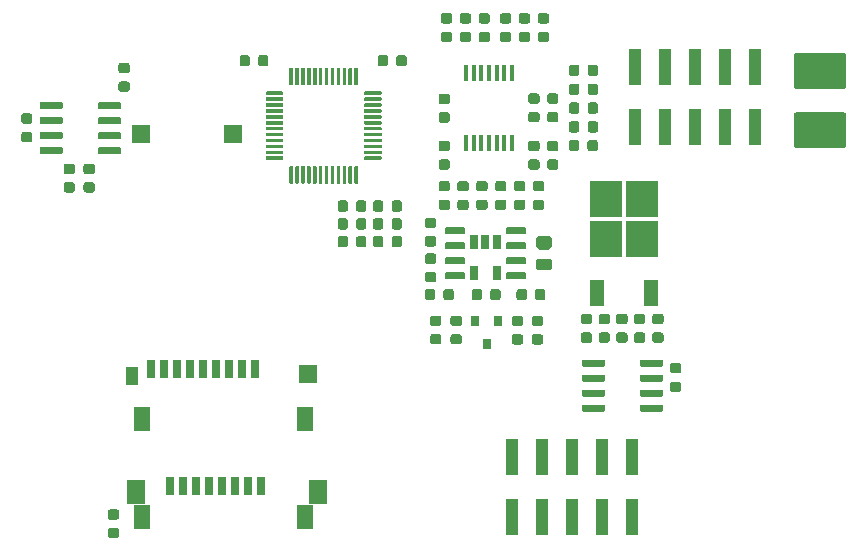
<source format=gbr>
G04 #@! TF.GenerationSoftware,KiCad,Pcbnew,5.1.5+dfsg1-2build2*
G04 #@! TF.CreationDate,2022-02-07T22:13:22+01:00*
G04 #@! TF.ProjectId,mre_addon_v2,6d72655f-6164-4646-9f6e-5f76322e6b69,V2.3*
G04 #@! TF.SameCoordinates,Original*
G04 #@! TF.FileFunction,Paste,Top*
G04 #@! TF.FilePolarity,Positive*
%FSLAX46Y46*%
G04 Gerber Fmt 4.6, Leading zero omitted, Abs format (unit mm)*
G04 Created by KiCad (PCBNEW 5.1.5+dfsg1-2build2) date 2022-02-07 22:13:22*
%MOMM*%
%LPD*%
G04 APERTURE LIST*
%ADD10C,0.100000*%
%ADD11R,1.524000X1.524000*%
%ADD12R,1.524000X2.032000*%
%ADD13R,1.016000X1.524000*%
%ADD14R,0.762000X1.524000*%
%ADD15R,0.800000X1.500000*%
%ADD16R,1.450000X2.000000*%
%ADD17R,1.000000X3.150000*%
%ADD18R,0.800000X0.900000*%
%ADD19R,0.650000X1.220000*%
%ADD20R,0.450000X1.450000*%
%ADD21R,1.500000X1.500000*%
%ADD22R,2.750000X3.050000*%
%ADD23R,1.200000X2.200000*%
G04 APERTURE END LIST*
D10*
G36*
X136027691Y-152426053D02*
G01*
X136048926Y-152429203D01*
X136069750Y-152434419D01*
X136089962Y-152441651D01*
X136109368Y-152450830D01*
X136127781Y-152461866D01*
X136145024Y-152474654D01*
X136160930Y-152489070D01*
X136175346Y-152504976D01*
X136188134Y-152522219D01*
X136199170Y-152540632D01*
X136208349Y-152560038D01*
X136215581Y-152580250D01*
X136220797Y-152601074D01*
X136223947Y-152622309D01*
X136225000Y-152643750D01*
X136225000Y-153081250D01*
X136223947Y-153102691D01*
X136220797Y-153123926D01*
X136215581Y-153144750D01*
X136208349Y-153164962D01*
X136199170Y-153184368D01*
X136188134Y-153202781D01*
X136175346Y-153220024D01*
X136160930Y-153235930D01*
X136145024Y-153250346D01*
X136127781Y-153263134D01*
X136109368Y-153274170D01*
X136089962Y-153283349D01*
X136069750Y-153290581D01*
X136048926Y-153295797D01*
X136027691Y-153298947D01*
X136006250Y-153300000D01*
X135493750Y-153300000D01*
X135472309Y-153298947D01*
X135451074Y-153295797D01*
X135430250Y-153290581D01*
X135410038Y-153283349D01*
X135390632Y-153274170D01*
X135372219Y-153263134D01*
X135354976Y-153250346D01*
X135339070Y-153235930D01*
X135324654Y-153220024D01*
X135311866Y-153202781D01*
X135300830Y-153184368D01*
X135291651Y-153164962D01*
X135284419Y-153144750D01*
X135279203Y-153123926D01*
X135276053Y-153102691D01*
X135275000Y-153081250D01*
X135275000Y-152643750D01*
X135276053Y-152622309D01*
X135279203Y-152601074D01*
X135284419Y-152580250D01*
X135291651Y-152560038D01*
X135300830Y-152540632D01*
X135311866Y-152522219D01*
X135324654Y-152504976D01*
X135339070Y-152489070D01*
X135354976Y-152474654D01*
X135372219Y-152461866D01*
X135390632Y-152450830D01*
X135410038Y-152441651D01*
X135430250Y-152434419D01*
X135451074Y-152429203D01*
X135472309Y-152426053D01*
X135493750Y-152425000D01*
X136006250Y-152425000D01*
X136027691Y-152426053D01*
G37*
G36*
X136027691Y-154001053D02*
G01*
X136048926Y-154004203D01*
X136069750Y-154009419D01*
X136089962Y-154016651D01*
X136109368Y-154025830D01*
X136127781Y-154036866D01*
X136145024Y-154049654D01*
X136160930Y-154064070D01*
X136175346Y-154079976D01*
X136188134Y-154097219D01*
X136199170Y-154115632D01*
X136208349Y-154135038D01*
X136215581Y-154155250D01*
X136220797Y-154176074D01*
X136223947Y-154197309D01*
X136225000Y-154218750D01*
X136225000Y-154656250D01*
X136223947Y-154677691D01*
X136220797Y-154698926D01*
X136215581Y-154719750D01*
X136208349Y-154739962D01*
X136199170Y-154759368D01*
X136188134Y-154777781D01*
X136175346Y-154795024D01*
X136160930Y-154810930D01*
X136145024Y-154825346D01*
X136127781Y-154838134D01*
X136109368Y-154849170D01*
X136089962Y-154858349D01*
X136069750Y-154865581D01*
X136048926Y-154870797D01*
X136027691Y-154873947D01*
X136006250Y-154875000D01*
X135493750Y-154875000D01*
X135472309Y-154873947D01*
X135451074Y-154870797D01*
X135430250Y-154865581D01*
X135410038Y-154858349D01*
X135390632Y-154849170D01*
X135372219Y-154838134D01*
X135354976Y-154825346D01*
X135339070Y-154810930D01*
X135324654Y-154795024D01*
X135311866Y-154777781D01*
X135300830Y-154759368D01*
X135291651Y-154739962D01*
X135284419Y-154719750D01*
X135279203Y-154698926D01*
X135276053Y-154677691D01*
X135275000Y-154656250D01*
X135275000Y-154218750D01*
X135276053Y-154197309D01*
X135279203Y-154176074D01*
X135284419Y-154155250D01*
X135291651Y-154135038D01*
X135300830Y-154115632D01*
X135311866Y-154097219D01*
X135324654Y-154079976D01*
X135339070Y-154064070D01*
X135354976Y-154049654D01*
X135372219Y-154036866D01*
X135390632Y-154025830D01*
X135410038Y-154016651D01*
X135430250Y-154009419D01*
X135451074Y-154004203D01*
X135472309Y-154001053D01*
X135493750Y-154000000D01*
X136006250Y-154000000D01*
X136027691Y-154001053D01*
G37*
G36*
X127377691Y-154151053D02*
G01*
X127398926Y-154154203D01*
X127419750Y-154159419D01*
X127439962Y-154166651D01*
X127459368Y-154175830D01*
X127477781Y-154186866D01*
X127495024Y-154199654D01*
X127510930Y-154214070D01*
X127525346Y-154229976D01*
X127538134Y-154247219D01*
X127549170Y-154265632D01*
X127558349Y-154285038D01*
X127565581Y-154305250D01*
X127570797Y-154326074D01*
X127573947Y-154347309D01*
X127575000Y-154368750D01*
X127575000Y-154806250D01*
X127573947Y-154827691D01*
X127570797Y-154848926D01*
X127565581Y-154869750D01*
X127558349Y-154889962D01*
X127549170Y-154909368D01*
X127538134Y-154927781D01*
X127525346Y-154945024D01*
X127510930Y-154960930D01*
X127495024Y-154975346D01*
X127477781Y-154988134D01*
X127459368Y-154999170D01*
X127439962Y-155008349D01*
X127419750Y-155015581D01*
X127398926Y-155020797D01*
X127377691Y-155023947D01*
X127356250Y-155025000D01*
X126843750Y-155025000D01*
X126822309Y-155023947D01*
X126801074Y-155020797D01*
X126780250Y-155015581D01*
X126760038Y-155008349D01*
X126740632Y-154999170D01*
X126722219Y-154988134D01*
X126704976Y-154975346D01*
X126689070Y-154960930D01*
X126674654Y-154945024D01*
X126661866Y-154927781D01*
X126650830Y-154909368D01*
X126641651Y-154889962D01*
X126634419Y-154869750D01*
X126629203Y-154848926D01*
X126626053Y-154827691D01*
X126625000Y-154806250D01*
X126625000Y-154368750D01*
X126626053Y-154347309D01*
X126629203Y-154326074D01*
X126634419Y-154305250D01*
X126641651Y-154285038D01*
X126650830Y-154265632D01*
X126661866Y-154247219D01*
X126674654Y-154229976D01*
X126689070Y-154214070D01*
X126704976Y-154199654D01*
X126722219Y-154186866D01*
X126740632Y-154175830D01*
X126760038Y-154166651D01*
X126780250Y-154159419D01*
X126801074Y-154154203D01*
X126822309Y-154151053D01*
X126843750Y-154150000D01*
X127356250Y-154150000D01*
X127377691Y-154151053D01*
G37*
G36*
X127377691Y-152576053D02*
G01*
X127398926Y-152579203D01*
X127419750Y-152584419D01*
X127439962Y-152591651D01*
X127459368Y-152600830D01*
X127477781Y-152611866D01*
X127495024Y-152624654D01*
X127510930Y-152639070D01*
X127525346Y-152654976D01*
X127538134Y-152672219D01*
X127549170Y-152690632D01*
X127558349Y-152710038D01*
X127565581Y-152730250D01*
X127570797Y-152751074D01*
X127573947Y-152772309D01*
X127575000Y-152793750D01*
X127575000Y-153231250D01*
X127573947Y-153252691D01*
X127570797Y-153273926D01*
X127565581Y-153294750D01*
X127558349Y-153314962D01*
X127549170Y-153334368D01*
X127538134Y-153352781D01*
X127525346Y-153370024D01*
X127510930Y-153385930D01*
X127495024Y-153400346D01*
X127477781Y-153413134D01*
X127459368Y-153424170D01*
X127439962Y-153433349D01*
X127419750Y-153440581D01*
X127398926Y-153445797D01*
X127377691Y-153448947D01*
X127356250Y-153450000D01*
X126843750Y-153450000D01*
X126822309Y-153448947D01*
X126801074Y-153445797D01*
X126780250Y-153440581D01*
X126760038Y-153433349D01*
X126740632Y-153424170D01*
X126722219Y-153413134D01*
X126704976Y-153400346D01*
X126689070Y-153385930D01*
X126674654Y-153370024D01*
X126661866Y-153352781D01*
X126650830Y-153334368D01*
X126641651Y-153314962D01*
X126634419Y-153294750D01*
X126629203Y-153273926D01*
X126626053Y-153252691D01*
X126625000Y-153231250D01*
X126625000Y-152793750D01*
X126626053Y-152772309D01*
X126629203Y-152751074D01*
X126634419Y-152730250D01*
X126641651Y-152710038D01*
X126650830Y-152690632D01*
X126661866Y-152672219D01*
X126674654Y-152654976D01*
X126689070Y-152639070D01*
X126704976Y-152624654D01*
X126722219Y-152611866D01*
X126740632Y-152600830D01*
X126760038Y-152591651D01*
X126780250Y-152584419D01*
X126801074Y-152579203D01*
X126822309Y-152576053D01*
X126843750Y-152575000D01*
X127356250Y-152575000D01*
X127377691Y-152576053D01*
G37*
G36*
X132664703Y-160105722D02*
G01*
X132679264Y-160107882D01*
X132693543Y-160111459D01*
X132707403Y-160116418D01*
X132720710Y-160122712D01*
X132733336Y-160130280D01*
X132745159Y-160139048D01*
X132756066Y-160148934D01*
X132765952Y-160159841D01*
X132774720Y-160171664D01*
X132782288Y-160184290D01*
X132788582Y-160197597D01*
X132793541Y-160211457D01*
X132797118Y-160225736D01*
X132799278Y-160240297D01*
X132800000Y-160255000D01*
X132800000Y-160555000D01*
X132799278Y-160569703D01*
X132797118Y-160584264D01*
X132793541Y-160598543D01*
X132788582Y-160612403D01*
X132782288Y-160625710D01*
X132774720Y-160638336D01*
X132765952Y-160650159D01*
X132756066Y-160661066D01*
X132745159Y-160670952D01*
X132733336Y-160679720D01*
X132720710Y-160687288D01*
X132707403Y-160693582D01*
X132693543Y-160698541D01*
X132679264Y-160702118D01*
X132664703Y-160704278D01*
X132650000Y-160705000D01*
X131000000Y-160705000D01*
X130985297Y-160704278D01*
X130970736Y-160702118D01*
X130956457Y-160698541D01*
X130942597Y-160693582D01*
X130929290Y-160687288D01*
X130916664Y-160679720D01*
X130904841Y-160670952D01*
X130893934Y-160661066D01*
X130884048Y-160650159D01*
X130875280Y-160638336D01*
X130867712Y-160625710D01*
X130861418Y-160612403D01*
X130856459Y-160598543D01*
X130852882Y-160584264D01*
X130850722Y-160569703D01*
X130850000Y-160555000D01*
X130850000Y-160255000D01*
X130850722Y-160240297D01*
X130852882Y-160225736D01*
X130856459Y-160211457D01*
X130861418Y-160197597D01*
X130867712Y-160184290D01*
X130875280Y-160171664D01*
X130884048Y-160159841D01*
X130893934Y-160148934D01*
X130904841Y-160139048D01*
X130916664Y-160130280D01*
X130929290Y-160122712D01*
X130942597Y-160116418D01*
X130956457Y-160111459D01*
X130970736Y-160107882D01*
X130985297Y-160105722D01*
X131000000Y-160105000D01*
X132650000Y-160105000D01*
X132664703Y-160105722D01*
G37*
G36*
X132664703Y-158835722D02*
G01*
X132679264Y-158837882D01*
X132693543Y-158841459D01*
X132707403Y-158846418D01*
X132720710Y-158852712D01*
X132733336Y-158860280D01*
X132745159Y-158869048D01*
X132756066Y-158878934D01*
X132765952Y-158889841D01*
X132774720Y-158901664D01*
X132782288Y-158914290D01*
X132788582Y-158927597D01*
X132793541Y-158941457D01*
X132797118Y-158955736D01*
X132799278Y-158970297D01*
X132800000Y-158985000D01*
X132800000Y-159285000D01*
X132799278Y-159299703D01*
X132797118Y-159314264D01*
X132793541Y-159328543D01*
X132788582Y-159342403D01*
X132782288Y-159355710D01*
X132774720Y-159368336D01*
X132765952Y-159380159D01*
X132756066Y-159391066D01*
X132745159Y-159400952D01*
X132733336Y-159409720D01*
X132720710Y-159417288D01*
X132707403Y-159423582D01*
X132693543Y-159428541D01*
X132679264Y-159432118D01*
X132664703Y-159434278D01*
X132650000Y-159435000D01*
X131000000Y-159435000D01*
X130985297Y-159434278D01*
X130970736Y-159432118D01*
X130956457Y-159428541D01*
X130942597Y-159423582D01*
X130929290Y-159417288D01*
X130916664Y-159409720D01*
X130904841Y-159400952D01*
X130893934Y-159391066D01*
X130884048Y-159380159D01*
X130875280Y-159368336D01*
X130867712Y-159355710D01*
X130861418Y-159342403D01*
X130856459Y-159328543D01*
X130852882Y-159314264D01*
X130850722Y-159299703D01*
X130850000Y-159285000D01*
X130850000Y-158985000D01*
X130850722Y-158970297D01*
X130852882Y-158955736D01*
X130856459Y-158941457D01*
X130861418Y-158927597D01*
X130867712Y-158914290D01*
X130875280Y-158901664D01*
X130884048Y-158889841D01*
X130893934Y-158878934D01*
X130904841Y-158869048D01*
X130916664Y-158860280D01*
X130929290Y-158852712D01*
X130942597Y-158846418D01*
X130956457Y-158841459D01*
X130970736Y-158837882D01*
X130985297Y-158835722D01*
X131000000Y-158835000D01*
X132650000Y-158835000D01*
X132664703Y-158835722D01*
G37*
G36*
X132664703Y-157565722D02*
G01*
X132679264Y-157567882D01*
X132693543Y-157571459D01*
X132707403Y-157576418D01*
X132720710Y-157582712D01*
X132733336Y-157590280D01*
X132745159Y-157599048D01*
X132756066Y-157608934D01*
X132765952Y-157619841D01*
X132774720Y-157631664D01*
X132782288Y-157644290D01*
X132788582Y-157657597D01*
X132793541Y-157671457D01*
X132797118Y-157685736D01*
X132799278Y-157700297D01*
X132800000Y-157715000D01*
X132800000Y-158015000D01*
X132799278Y-158029703D01*
X132797118Y-158044264D01*
X132793541Y-158058543D01*
X132788582Y-158072403D01*
X132782288Y-158085710D01*
X132774720Y-158098336D01*
X132765952Y-158110159D01*
X132756066Y-158121066D01*
X132745159Y-158130952D01*
X132733336Y-158139720D01*
X132720710Y-158147288D01*
X132707403Y-158153582D01*
X132693543Y-158158541D01*
X132679264Y-158162118D01*
X132664703Y-158164278D01*
X132650000Y-158165000D01*
X131000000Y-158165000D01*
X130985297Y-158164278D01*
X130970736Y-158162118D01*
X130956457Y-158158541D01*
X130942597Y-158153582D01*
X130929290Y-158147288D01*
X130916664Y-158139720D01*
X130904841Y-158130952D01*
X130893934Y-158121066D01*
X130884048Y-158110159D01*
X130875280Y-158098336D01*
X130867712Y-158085710D01*
X130861418Y-158072403D01*
X130856459Y-158058543D01*
X130852882Y-158044264D01*
X130850722Y-158029703D01*
X130850000Y-158015000D01*
X130850000Y-157715000D01*
X130850722Y-157700297D01*
X130852882Y-157685736D01*
X130856459Y-157671457D01*
X130861418Y-157657597D01*
X130867712Y-157644290D01*
X130875280Y-157631664D01*
X130884048Y-157619841D01*
X130893934Y-157608934D01*
X130904841Y-157599048D01*
X130916664Y-157590280D01*
X130929290Y-157582712D01*
X130942597Y-157576418D01*
X130956457Y-157571459D01*
X130970736Y-157567882D01*
X130985297Y-157565722D01*
X131000000Y-157565000D01*
X132650000Y-157565000D01*
X132664703Y-157565722D01*
G37*
G36*
X132664703Y-156295722D02*
G01*
X132679264Y-156297882D01*
X132693543Y-156301459D01*
X132707403Y-156306418D01*
X132720710Y-156312712D01*
X132733336Y-156320280D01*
X132745159Y-156329048D01*
X132756066Y-156338934D01*
X132765952Y-156349841D01*
X132774720Y-156361664D01*
X132782288Y-156374290D01*
X132788582Y-156387597D01*
X132793541Y-156401457D01*
X132797118Y-156415736D01*
X132799278Y-156430297D01*
X132800000Y-156445000D01*
X132800000Y-156745000D01*
X132799278Y-156759703D01*
X132797118Y-156774264D01*
X132793541Y-156788543D01*
X132788582Y-156802403D01*
X132782288Y-156815710D01*
X132774720Y-156828336D01*
X132765952Y-156840159D01*
X132756066Y-156851066D01*
X132745159Y-156860952D01*
X132733336Y-156869720D01*
X132720710Y-156877288D01*
X132707403Y-156883582D01*
X132693543Y-156888541D01*
X132679264Y-156892118D01*
X132664703Y-156894278D01*
X132650000Y-156895000D01*
X131000000Y-156895000D01*
X130985297Y-156894278D01*
X130970736Y-156892118D01*
X130956457Y-156888541D01*
X130942597Y-156883582D01*
X130929290Y-156877288D01*
X130916664Y-156869720D01*
X130904841Y-156860952D01*
X130893934Y-156851066D01*
X130884048Y-156840159D01*
X130875280Y-156828336D01*
X130867712Y-156815710D01*
X130861418Y-156802403D01*
X130856459Y-156788543D01*
X130852882Y-156774264D01*
X130850722Y-156759703D01*
X130850000Y-156745000D01*
X130850000Y-156445000D01*
X130850722Y-156430297D01*
X130852882Y-156415736D01*
X130856459Y-156401457D01*
X130861418Y-156387597D01*
X130867712Y-156374290D01*
X130875280Y-156361664D01*
X130884048Y-156349841D01*
X130893934Y-156338934D01*
X130904841Y-156329048D01*
X130916664Y-156320280D01*
X130929290Y-156312712D01*
X130942597Y-156306418D01*
X130956457Y-156301459D01*
X130970736Y-156297882D01*
X130985297Y-156295722D01*
X131000000Y-156295000D01*
X132650000Y-156295000D01*
X132664703Y-156295722D01*
G37*
G36*
X137614703Y-156295722D02*
G01*
X137629264Y-156297882D01*
X137643543Y-156301459D01*
X137657403Y-156306418D01*
X137670710Y-156312712D01*
X137683336Y-156320280D01*
X137695159Y-156329048D01*
X137706066Y-156338934D01*
X137715952Y-156349841D01*
X137724720Y-156361664D01*
X137732288Y-156374290D01*
X137738582Y-156387597D01*
X137743541Y-156401457D01*
X137747118Y-156415736D01*
X137749278Y-156430297D01*
X137750000Y-156445000D01*
X137750000Y-156745000D01*
X137749278Y-156759703D01*
X137747118Y-156774264D01*
X137743541Y-156788543D01*
X137738582Y-156802403D01*
X137732288Y-156815710D01*
X137724720Y-156828336D01*
X137715952Y-156840159D01*
X137706066Y-156851066D01*
X137695159Y-156860952D01*
X137683336Y-156869720D01*
X137670710Y-156877288D01*
X137657403Y-156883582D01*
X137643543Y-156888541D01*
X137629264Y-156892118D01*
X137614703Y-156894278D01*
X137600000Y-156895000D01*
X135950000Y-156895000D01*
X135935297Y-156894278D01*
X135920736Y-156892118D01*
X135906457Y-156888541D01*
X135892597Y-156883582D01*
X135879290Y-156877288D01*
X135866664Y-156869720D01*
X135854841Y-156860952D01*
X135843934Y-156851066D01*
X135834048Y-156840159D01*
X135825280Y-156828336D01*
X135817712Y-156815710D01*
X135811418Y-156802403D01*
X135806459Y-156788543D01*
X135802882Y-156774264D01*
X135800722Y-156759703D01*
X135800000Y-156745000D01*
X135800000Y-156445000D01*
X135800722Y-156430297D01*
X135802882Y-156415736D01*
X135806459Y-156401457D01*
X135811418Y-156387597D01*
X135817712Y-156374290D01*
X135825280Y-156361664D01*
X135834048Y-156349841D01*
X135843934Y-156338934D01*
X135854841Y-156329048D01*
X135866664Y-156320280D01*
X135879290Y-156312712D01*
X135892597Y-156306418D01*
X135906457Y-156301459D01*
X135920736Y-156297882D01*
X135935297Y-156295722D01*
X135950000Y-156295000D01*
X137600000Y-156295000D01*
X137614703Y-156295722D01*
G37*
G36*
X137614703Y-157565722D02*
G01*
X137629264Y-157567882D01*
X137643543Y-157571459D01*
X137657403Y-157576418D01*
X137670710Y-157582712D01*
X137683336Y-157590280D01*
X137695159Y-157599048D01*
X137706066Y-157608934D01*
X137715952Y-157619841D01*
X137724720Y-157631664D01*
X137732288Y-157644290D01*
X137738582Y-157657597D01*
X137743541Y-157671457D01*
X137747118Y-157685736D01*
X137749278Y-157700297D01*
X137750000Y-157715000D01*
X137750000Y-158015000D01*
X137749278Y-158029703D01*
X137747118Y-158044264D01*
X137743541Y-158058543D01*
X137738582Y-158072403D01*
X137732288Y-158085710D01*
X137724720Y-158098336D01*
X137715952Y-158110159D01*
X137706066Y-158121066D01*
X137695159Y-158130952D01*
X137683336Y-158139720D01*
X137670710Y-158147288D01*
X137657403Y-158153582D01*
X137643543Y-158158541D01*
X137629264Y-158162118D01*
X137614703Y-158164278D01*
X137600000Y-158165000D01*
X135950000Y-158165000D01*
X135935297Y-158164278D01*
X135920736Y-158162118D01*
X135906457Y-158158541D01*
X135892597Y-158153582D01*
X135879290Y-158147288D01*
X135866664Y-158139720D01*
X135854841Y-158130952D01*
X135843934Y-158121066D01*
X135834048Y-158110159D01*
X135825280Y-158098336D01*
X135817712Y-158085710D01*
X135811418Y-158072403D01*
X135806459Y-158058543D01*
X135802882Y-158044264D01*
X135800722Y-158029703D01*
X135800000Y-158015000D01*
X135800000Y-157715000D01*
X135800722Y-157700297D01*
X135802882Y-157685736D01*
X135806459Y-157671457D01*
X135811418Y-157657597D01*
X135817712Y-157644290D01*
X135825280Y-157631664D01*
X135834048Y-157619841D01*
X135843934Y-157608934D01*
X135854841Y-157599048D01*
X135866664Y-157590280D01*
X135879290Y-157582712D01*
X135892597Y-157576418D01*
X135906457Y-157571459D01*
X135920736Y-157567882D01*
X135935297Y-157565722D01*
X135950000Y-157565000D01*
X137600000Y-157565000D01*
X137614703Y-157565722D01*
G37*
G36*
X137614703Y-158835722D02*
G01*
X137629264Y-158837882D01*
X137643543Y-158841459D01*
X137657403Y-158846418D01*
X137670710Y-158852712D01*
X137683336Y-158860280D01*
X137695159Y-158869048D01*
X137706066Y-158878934D01*
X137715952Y-158889841D01*
X137724720Y-158901664D01*
X137732288Y-158914290D01*
X137738582Y-158927597D01*
X137743541Y-158941457D01*
X137747118Y-158955736D01*
X137749278Y-158970297D01*
X137750000Y-158985000D01*
X137750000Y-159285000D01*
X137749278Y-159299703D01*
X137747118Y-159314264D01*
X137743541Y-159328543D01*
X137738582Y-159342403D01*
X137732288Y-159355710D01*
X137724720Y-159368336D01*
X137715952Y-159380159D01*
X137706066Y-159391066D01*
X137695159Y-159400952D01*
X137683336Y-159409720D01*
X137670710Y-159417288D01*
X137657403Y-159423582D01*
X137643543Y-159428541D01*
X137629264Y-159432118D01*
X137614703Y-159434278D01*
X137600000Y-159435000D01*
X135950000Y-159435000D01*
X135935297Y-159434278D01*
X135920736Y-159432118D01*
X135906457Y-159428541D01*
X135892597Y-159423582D01*
X135879290Y-159417288D01*
X135866664Y-159409720D01*
X135854841Y-159400952D01*
X135843934Y-159391066D01*
X135834048Y-159380159D01*
X135825280Y-159368336D01*
X135817712Y-159355710D01*
X135811418Y-159342403D01*
X135806459Y-159328543D01*
X135802882Y-159314264D01*
X135800722Y-159299703D01*
X135800000Y-159285000D01*
X135800000Y-158985000D01*
X135800722Y-158970297D01*
X135802882Y-158955736D01*
X135806459Y-158941457D01*
X135811418Y-158927597D01*
X135817712Y-158914290D01*
X135825280Y-158901664D01*
X135834048Y-158889841D01*
X135843934Y-158878934D01*
X135854841Y-158869048D01*
X135866664Y-158860280D01*
X135879290Y-158852712D01*
X135892597Y-158846418D01*
X135906457Y-158841459D01*
X135920736Y-158837882D01*
X135935297Y-158835722D01*
X135950000Y-158835000D01*
X137600000Y-158835000D01*
X137614703Y-158835722D01*
G37*
G36*
X137614703Y-160105722D02*
G01*
X137629264Y-160107882D01*
X137643543Y-160111459D01*
X137657403Y-160116418D01*
X137670710Y-160122712D01*
X137683336Y-160130280D01*
X137695159Y-160139048D01*
X137706066Y-160148934D01*
X137715952Y-160159841D01*
X137724720Y-160171664D01*
X137732288Y-160184290D01*
X137738582Y-160197597D01*
X137743541Y-160211457D01*
X137747118Y-160225736D01*
X137749278Y-160240297D01*
X137750000Y-160255000D01*
X137750000Y-160555000D01*
X137749278Y-160569703D01*
X137747118Y-160584264D01*
X137743541Y-160598543D01*
X137738582Y-160612403D01*
X137732288Y-160625710D01*
X137724720Y-160638336D01*
X137715952Y-160650159D01*
X137706066Y-160661066D01*
X137695159Y-160670952D01*
X137683336Y-160679720D01*
X137670710Y-160687288D01*
X137657403Y-160693582D01*
X137643543Y-160698541D01*
X137629264Y-160702118D01*
X137614703Y-160704278D01*
X137600000Y-160705000D01*
X135950000Y-160705000D01*
X135935297Y-160704278D01*
X135920736Y-160702118D01*
X135906457Y-160698541D01*
X135892597Y-160693582D01*
X135879290Y-160687288D01*
X135866664Y-160679720D01*
X135854841Y-160670952D01*
X135843934Y-160661066D01*
X135834048Y-160650159D01*
X135825280Y-160638336D01*
X135817712Y-160625710D01*
X135811418Y-160612403D01*
X135806459Y-160598543D01*
X135802882Y-160584264D01*
X135800722Y-160569703D01*
X135800000Y-160555000D01*
X135800000Y-160255000D01*
X135800722Y-160240297D01*
X135802882Y-160225736D01*
X135806459Y-160211457D01*
X135811418Y-160197597D01*
X135817712Y-160184290D01*
X135825280Y-160171664D01*
X135834048Y-160159841D01*
X135843934Y-160148934D01*
X135854841Y-160139048D01*
X135866664Y-160130280D01*
X135879290Y-160122712D01*
X135892597Y-160116418D01*
X135906457Y-160111459D01*
X135920736Y-160107882D01*
X135935297Y-160105722D01*
X135950000Y-160105000D01*
X137600000Y-160105000D01*
X137614703Y-160105722D01*
G37*
G36*
X153029503Y-135367204D02*
G01*
X153053772Y-135370804D01*
X153077570Y-135376765D01*
X153100670Y-135385030D01*
X153122849Y-135395520D01*
X153143892Y-135408133D01*
X153163598Y-135422748D01*
X153181776Y-135439224D01*
X153198252Y-135457402D01*
X153212867Y-135477108D01*
X153225480Y-135498151D01*
X153235970Y-135520330D01*
X153244235Y-135543430D01*
X153250196Y-135567228D01*
X153253796Y-135591497D01*
X153255000Y-135616001D01*
X153255000Y-138140999D01*
X153253796Y-138165503D01*
X153250196Y-138189772D01*
X153244235Y-138213570D01*
X153235970Y-138236670D01*
X153225480Y-138258849D01*
X153212867Y-138279892D01*
X153198252Y-138299598D01*
X153181776Y-138317776D01*
X153163598Y-138334252D01*
X153143892Y-138348867D01*
X153122849Y-138361480D01*
X153100670Y-138371970D01*
X153077570Y-138380235D01*
X153053772Y-138386196D01*
X153029503Y-138389796D01*
X153004999Y-138391000D01*
X149055001Y-138391000D01*
X149030497Y-138389796D01*
X149006228Y-138386196D01*
X148982430Y-138380235D01*
X148959330Y-138371970D01*
X148937151Y-138361480D01*
X148916108Y-138348867D01*
X148896402Y-138334252D01*
X148878224Y-138317776D01*
X148861748Y-138299598D01*
X148847133Y-138279892D01*
X148834520Y-138258849D01*
X148824030Y-138236670D01*
X148815765Y-138213570D01*
X148809804Y-138189772D01*
X148806204Y-138165503D01*
X148805000Y-138140999D01*
X148805000Y-135616001D01*
X148806204Y-135591497D01*
X148809804Y-135567228D01*
X148815765Y-135543430D01*
X148824030Y-135520330D01*
X148834520Y-135498151D01*
X148847133Y-135477108D01*
X148861748Y-135457402D01*
X148878224Y-135439224D01*
X148896402Y-135422748D01*
X148916108Y-135408133D01*
X148937151Y-135395520D01*
X148959330Y-135385030D01*
X148982430Y-135376765D01*
X149006228Y-135370804D01*
X149030497Y-135367204D01*
X149055001Y-135366000D01*
X153004999Y-135366000D01*
X153029503Y-135367204D01*
G37*
G36*
X153029503Y-130342204D02*
G01*
X153053772Y-130345804D01*
X153077570Y-130351765D01*
X153100670Y-130360030D01*
X153122849Y-130370520D01*
X153143892Y-130383133D01*
X153163598Y-130397748D01*
X153181776Y-130414224D01*
X153198252Y-130432402D01*
X153212867Y-130452108D01*
X153225480Y-130473151D01*
X153235970Y-130495330D01*
X153244235Y-130518430D01*
X153250196Y-130542228D01*
X153253796Y-130566497D01*
X153255000Y-130591001D01*
X153255000Y-133115999D01*
X153253796Y-133140503D01*
X153250196Y-133164772D01*
X153244235Y-133188570D01*
X153235970Y-133211670D01*
X153225480Y-133233849D01*
X153212867Y-133254892D01*
X153198252Y-133274598D01*
X153181776Y-133292776D01*
X153163598Y-133309252D01*
X153143892Y-133323867D01*
X153122849Y-133336480D01*
X153100670Y-133346970D01*
X153077570Y-133355235D01*
X153053772Y-133361196D01*
X153029503Y-133364796D01*
X153004999Y-133366000D01*
X149055001Y-133366000D01*
X149030497Y-133364796D01*
X149006228Y-133361196D01*
X148982430Y-133355235D01*
X148959330Y-133346970D01*
X148937151Y-133336480D01*
X148916108Y-133323867D01*
X148896402Y-133309252D01*
X148878224Y-133292776D01*
X148861748Y-133274598D01*
X148847133Y-133254892D01*
X148834520Y-133233849D01*
X148824030Y-133211670D01*
X148815765Y-133188570D01*
X148809804Y-133164772D01*
X148806204Y-133140503D01*
X148805000Y-133115999D01*
X148805000Y-130591001D01*
X148806204Y-130566497D01*
X148809804Y-130542228D01*
X148815765Y-130518430D01*
X148824030Y-130495330D01*
X148834520Y-130473151D01*
X148847133Y-130452108D01*
X148861748Y-130432402D01*
X148878224Y-130414224D01*
X148896402Y-130397748D01*
X148916108Y-130383133D01*
X148937151Y-130370520D01*
X148959330Y-130360030D01*
X148982430Y-130351765D01*
X149006228Y-130345804D01*
X149030497Y-130342204D01*
X149055001Y-130341000D01*
X153004999Y-130341000D01*
X153029503Y-130342204D01*
G37*
D11*
X107695000Y-157499000D03*
D12*
X108514000Y-167480000D03*
X93114000Y-167480000D03*
D13*
X92768000Y-157707000D03*
D14*
X94368000Y-157107000D03*
X95468000Y-157107000D03*
X96568000Y-157107000D03*
X97668000Y-157107000D03*
X98768000Y-157107000D03*
X99868000Y-157107000D03*
X100968000Y-157107000D03*
X102068000Y-157107000D03*
X103168000Y-157107000D03*
D10*
G36*
X126014703Y-145095722D02*
G01*
X126029264Y-145097882D01*
X126043543Y-145101459D01*
X126057403Y-145106418D01*
X126070710Y-145112712D01*
X126083336Y-145120280D01*
X126095159Y-145129048D01*
X126106066Y-145138934D01*
X126115952Y-145149841D01*
X126124720Y-145161664D01*
X126132288Y-145174290D01*
X126138582Y-145187597D01*
X126143541Y-145201457D01*
X126147118Y-145215736D01*
X126149278Y-145230297D01*
X126150000Y-145245000D01*
X126150000Y-145545000D01*
X126149278Y-145559703D01*
X126147118Y-145574264D01*
X126143541Y-145588543D01*
X126138582Y-145602403D01*
X126132288Y-145615710D01*
X126124720Y-145628336D01*
X126115952Y-145640159D01*
X126106066Y-145651066D01*
X126095159Y-145660952D01*
X126083336Y-145669720D01*
X126070710Y-145677288D01*
X126057403Y-145683582D01*
X126043543Y-145688541D01*
X126029264Y-145692118D01*
X126014703Y-145694278D01*
X126000000Y-145695000D01*
X124550000Y-145695000D01*
X124535297Y-145694278D01*
X124520736Y-145692118D01*
X124506457Y-145688541D01*
X124492597Y-145683582D01*
X124479290Y-145677288D01*
X124466664Y-145669720D01*
X124454841Y-145660952D01*
X124443934Y-145651066D01*
X124434048Y-145640159D01*
X124425280Y-145628336D01*
X124417712Y-145615710D01*
X124411418Y-145602403D01*
X124406459Y-145588543D01*
X124402882Y-145574264D01*
X124400722Y-145559703D01*
X124400000Y-145545000D01*
X124400000Y-145245000D01*
X124400722Y-145230297D01*
X124402882Y-145215736D01*
X124406459Y-145201457D01*
X124411418Y-145187597D01*
X124417712Y-145174290D01*
X124425280Y-145161664D01*
X124434048Y-145149841D01*
X124443934Y-145138934D01*
X124454841Y-145129048D01*
X124466664Y-145120280D01*
X124479290Y-145112712D01*
X124492597Y-145106418D01*
X124506457Y-145101459D01*
X124520736Y-145097882D01*
X124535297Y-145095722D01*
X124550000Y-145095000D01*
X126000000Y-145095000D01*
X126014703Y-145095722D01*
G37*
G36*
X126014703Y-146365722D02*
G01*
X126029264Y-146367882D01*
X126043543Y-146371459D01*
X126057403Y-146376418D01*
X126070710Y-146382712D01*
X126083336Y-146390280D01*
X126095159Y-146399048D01*
X126106066Y-146408934D01*
X126115952Y-146419841D01*
X126124720Y-146431664D01*
X126132288Y-146444290D01*
X126138582Y-146457597D01*
X126143541Y-146471457D01*
X126147118Y-146485736D01*
X126149278Y-146500297D01*
X126150000Y-146515000D01*
X126150000Y-146815000D01*
X126149278Y-146829703D01*
X126147118Y-146844264D01*
X126143541Y-146858543D01*
X126138582Y-146872403D01*
X126132288Y-146885710D01*
X126124720Y-146898336D01*
X126115952Y-146910159D01*
X126106066Y-146921066D01*
X126095159Y-146930952D01*
X126083336Y-146939720D01*
X126070710Y-146947288D01*
X126057403Y-146953582D01*
X126043543Y-146958541D01*
X126029264Y-146962118D01*
X126014703Y-146964278D01*
X126000000Y-146965000D01*
X124550000Y-146965000D01*
X124535297Y-146964278D01*
X124520736Y-146962118D01*
X124506457Y-146958541D01*
X124492597Y-146953582D01*
X124479290Y-146947288D01*
X124466664Y-146939720D01*
X124454841Y-146930952D01*
X124443934Y-146921066D01*
X124434048Y-146910159D01*
X124425280Y-146898336D01*
X124417712Y-146885710D01*
X124411418Y-146872403D01*
X124406459Y-146858543D01*
X124402882Y-146844264D01*
X124400722Y-146829703D01*
X124400000Y-146815000D01*
X124400000Y-146515000D01*
X124400722Y-146500297D01*
X124402882Y-146485736D01*
X124406459Y-146471457D01*
X124411418Y-146457597D01*
X124417712Y-146444290D01*
X124425280Y-146431664D01*
X124434048Y-146419841D01*
X124443934Y-146408934D01*
X124454841Y-146399048D01*
X124466664Y-146390280D01*
X124479290Y-146382712D01*
X124492597Y-146376418D01*
X124506457Y-146371459D01*
X124520736Y-146367882D01*
X124535297Y-146365722D01*
X124550000Y-146365000D01*
X126000000Y-146365000D01*
X126014703Y-146365722D01*
G37*
G36*
X126014703Y-147635722D02*
G01*
X126029264Y-147637882D01*
X126043543Y-147641459D01*
X126057403Y-147646418D01*
X126070710Y-147652712D01*
X126083336Y-147660280D01*
X126095159Y-147669048D01*
X126106066Y-147678934D01*
X126115952Y-147689841D01*
X126124720Y-147701664D01*
X126132288Y-147714290D01*
X126138582Y-147727597D01*
X126143541Y-147741457D01*
X126147118Y-147755736D01*
X126149278Y-147770297D01*
X126150000Y-147785000D01*
X126150000Y-148085000D01*
X126149278Y-148099703D01*
X126147118Y-148114264D01*
X126143541Y-148128543D01*
X126138582Y-148142403D01*
X126132288Y-148155710D01*
X126124720Y-148168336D01*
X126115952Y-148180159D01*
X126106066Y-148191066D01*
X126095159Y-148200952D01*
X126083336Y-148209720D01*
X126070710Y-148217288D01*
X126057403Y-148223582D01*
X126043543Y-148228541D01*
X126029264Y-148232118D01*
X126014703Y-148234278D01*
X126000000Y-148235000D01*
X124550000Y-148235000D01*
X124535297Y-148234278D01*
X124520736Y-148232118D01*
X124506457Y-148228541D01*
X124492597Y-148223582D01*
X124479290Y-148217288D01*
X124466664Y-148209720D01*
X124454841Y-148200952D01*
X124443934Y-148191066D01*
X124434048Y-148180159D01*
X124425280Y-148168336D01*
X124417712Y-148155710D01*
X124411418Y-148142403D01*
X124406459Y-148128543D01*
X124402882Y-148114264D01*
X124400722Y-148099703D01*
X124400000Y-148085000D01*
X124400000Y-147785000D01*
X124400722Y-147770297D01*
X124402882Y-147755736D01*
X124406459Y-147741457D01*
X124411418Y-147727597D01*
X124417712Y-147714290D01*
X124425280Y-147701664D01*
X124434048Y-147689841D01*
X124443934Y-147678934D01*
X124454841Y-147669048D01*
X124466664Y-147660280D01*
X124479290Y-147652712D01*
X124492597Y-147646418D01*
X124506457Y-147641459D01*
X124520736Y-147637882D01*
X124535297Y-147635722D01*
X124550000Y-147635000D01*
X126000000Y-147635000D01*
X126014703Y-147635722D01*
G37*
G36*
X126014703Y-148905722D02*
G01*
X126029264Y-148907882D01*
X126043543Y-148911459D01*
X126057403Y-148916418D01*
X126070710Y-148922712D01*
X126083336Y-148930280D01*
X126095159Y-148939048D01*
X126106066Y-148948934D01*
X126115952Y-148959841D01*
X126124720Y-148971664D01*
X126132288Y-148984290D01*
X126138582Y-148997597D01*
X126143541Y-149011457D01*
X126147118Y-149025736D01*
X126149278Y-149040297D01*
X126150000Y-149055000D01*
X126150000Y-149355000D01*
X126149278Y-149369703D01*
X126147118Y-149384264D01*
X126143541Y-149398543D01*
X126138582Y-149412403D01*
X126132288Y-149425710D01*
X126124720Y-149438336D01*
X126115952Y-149450159D01*
X126106066Y-149461066D01*
X126095159Y-149470952D01*
X126083336Y-149479720D01*
X126070710Y-149487288D01*
X126057403Y-149493582D01*
X126043543Y-149498541D01*
X126029264Y-149502118D01*
X126014703Y-149504278D01*
X126000000Y-149505000D01*
X124550000Y-149505000D01*
X124535297Y-149504278D01*
X124520736Y-149502118D01*
X124506457Y-149498541D01*
X124492597Y-149493582D01*
X124479290Y-149487288D01*
X124466664Y-149479720D01*
X124454841Y-149470952D01*
X124443934Y-149461066D01*
X124434048Y-149450159D01*
X124425280Y-149438336D01*
X124417712Y-149425710D01*
X124411418Y-149412403D01*
X124406459Y-149398543D01*
X124402882Y-149384264D01*
X124400722Y-149369703D01*
X124400000Y-149355000D01*
X124400000Y-149055000D01*
X124400722Y-149040297D01*
X124402882Y-149025736D01*
X124406459Y-149011457D01*
X124411418Y-148997597D01*
X124417712Y-148984290D01*
X124425280Y-148971664D01*
X124434048Y-148959841D01*
X124443934Y-148948934D01*
X124454841Y-148939048D01*
X124466664Y-148930280D01*
X124479290Y-148922712D01*
X124492597Y-148916418D01*
X124506457Y-148911459D01*
X124520736Y-148907882D01*
X124535297Y-148905722D01*
X124550000Y-148905000D01*
X126000000Y-148905000D01*
X126014703Y-148905722D01*
G37*
G36*
X120864703Y-148905722D02*
G01*
X120879264Y-148907882D01*
X120893543Y-148911459D01*
X120907403Y-148916418D01*
X120920710Y-148922712D01*
X120933336Y-148930280D01*
X120945159Y-148939048D01*
X120956066Y-148948934D01*
X120965952Y-148959841D01*
X120974720Y-148971664D01*
X120982288Y-148984290D01*
X120988582Y-148997597D01*
X120993541Y-149011457D01*
X120997118Y-149025736D01*
X120999278Y-149040297D01*
X121000000Y-149055000D01*
X121000000Y-149355000D01*
X120999278Y-149369703D01*
X120997118Y-149384264D01*
X120993541Y-149398543D01*
X120988582Y-149412403D01*
X120982288Y-149425710D01*
X120974720Y-149438336D01*
X120965952Y-149450159D01*
X120956066Y-149461066D01*
X120945159Y-149470952D01*
X120933336Y-149479720D01*
X120920710Y-149487288D01*
X120907403Y-149493582D01*
X120893543Y-149498541D01*
X120879264Y-149502118D01*
X120864703Y-149504278D01*
X120850000Y-149505000D01*
X119400000Y-149505000D01*
X119385297Y-149504278D01*
X119370736Y-149502118D01*
X119356457Y-149498541D01*
X119342597Y-149493582D01*
X119329290Y-149487288D01*
X119316664Y-149479720D01*
X119304841Y-149470952D01*
X119293934Y-149461066D01*
X119284048Y-149450159D01*
X119275280Y-149438336D01*
X119267712Y-149425710D01*
X119261418Y-149412403D01*
X119256459Y-149398543D01*
X119252882Y-149384264D01*
X119250722Y-149369703D01*
X119250000Y-149355000D01*
X119250000Y-149055000D01*
X119250722Y-149040297D01*
X119252882Y-149025736D01*
X119256459Y-149011457D01*
X119261418Y-148997597D01*
X119267712Y-148984290D01*
X119275280Y-148971664D01*
X119284048Y-148959841D01*
X119293934Y-148948934D01*
X119304841Y-148939048D01*
X119316664Y-148930280D01*
X119329290Y-148922712D01*
X119342597Y-148916418D01*
X119356457Y-148911459D01*
X119370736Y-148907882D01*
X119385297Y-148905722D01*
X119400000Y-148905000D01*
X120850000Y-148905000D01*
X120864703Y-148905722D01*
G37*
G36*
X120864703Y-147635722D02*
G01*
X120879264Y-147637882D01*
X120893543Y-147641459D01*
X120907403Y-147646418D01*
X120920710Y-147652712D01*
X120933336Y-147660280D01*
X120945159Y-147669048D01*
X120956066Y-147678934D01*
X120965952Y-147689841D01*
X120974720Y-147701664D01*
X120982288Y-147714290D01*
X120988582Y-147727597D01*
X120993541Y-147741457D01*
X120997118Y-147755736D01*
X120999278Y-147770297D01*
X121000000Y-147785000D01*
X121000000Y-148085000D01*
X120999278Y-148099703D01*
X120997118Y-148114264D01*
X120993541Y-148128543D01*
X120988582Y-148142403D01*
X120982288Y-148155710D01*
X120974720Y-148168336D01*
X120965952Y-148180159D01*
X120956066Y-148191066D01*
X120945159Y-148200952D01*
X120933336Y-148209720D01*
X120920710Y-148217288D01*
X120907403Y-148223582D01*
X120893543Y-148228541D01*
X120879264Y-148232118D01*
X120864703Y-148234278D01*
X120850000Y-148235000D01*
X119400000Y-148235000D01*
X119385297Y-148234278D01*
X119370736Y-148232118D01*
X119356457Y-148228541D01*
X119342597Y-148223582D01*
X119329290Y-148217288D01*
X119316664Y-148209720D01*
X119304841Y-148200952D01*
X119293934Y-148191066D01*
X119284048Y-148180159D01*
X119275280Y-148168336D01*
X119267712Y-148155710D01*
X119261418Y-148142403D01*
X119256459Y-148128543D01*
X119252882Y-148114264D01*
X119250722Y-148099703D01*
X119250000Y-148085000D01*
X119250000Y-147785000D01*
X119250722Y-147770297D01*
X119252882Y-147755736D01*
X119256459Y-147741457D01*
X119261418Y-147727597D01*
X119267712Y-147714290D01*
X119275280Y-147701664D01*
X119284048Y-147689841D01*
X119293934Y-147678934D01*
X119304841Y-147669048D01*
X119316664Y-147660280D01*
X119329290Y-147652712D01*
X119342597Y-147646418D01*
X119356457Y-147641459D01*
X119370736Y-147637882D01*
X119385297Y-147635722D01*
X119400000Y-147635000D01*
X120850000Y-147635000D01*
X120864703Y-147635722D01*
G37*
G36*
X120864703Y-146365722D02*
G01*
X120879264Y-146367882D01*
X120893543Y-146371459D01*
X120907403Y-146376418D01*
X120920710Y-146382712D01*
X120933336Y-146390280D01*
X120945159Y-146399048D01*
X120956066Y-146408934D01*
X120965952Y-146419841D01*
X120974720Y-146431664D01*
X120982288Y-146444290D01*
X120988582Y-146457597D01*
X120993541Y-146471457D01*
X120997118Y-146485736D01*
X120999278Y-146500297D01*
X121000000Y-146515000D01*
X121000000Y-146815000D01*
X120999278Y-146829703D01*
X120997118Y-146844264D01*
X120993541Y-146858543D01*
X120988582Y-146872403D01*
X120982288Y-146885710D01*
X120974720Y-146898336D01*
X120965952Y-146910159D01*
X120956066Y-146921066D01*
X120945159Y-146930952D01*
X120933336Y-146939720D01*
X120920710Y-146947288D01*
X120907403Y-146953582D01*
X120893543Y-146958541D01*
X120879264Y-146962118D01*
X120864703Y-146964278D01*
X120850000Y-146965000D01*
X119400000Y-146965000D01*
X119385297Y-146964278D01*
X119370736Y-146962118D01*
X119356457Y-146958541D01*
X119342597Y-146953582D01*
X119329290Y-146947288D01*
X119316664Y-146939720D01*
X119304841Y-146930952D01*
X119293934Y-146921066D01*
X119284048Y-146910159D01*
X119275280Y-146898336D01*
X119267712Y-146885710D01*
X119261418Y-146872403D01*
X119256459Y-146858543D01*
X119252882Y-146844264D01*
X119250722Y-146829703D01*
X119250000Y-146815000D01*
X119250000Y-146515000D01*
X119250722Y-146500297D01*
X119252882Y-146485736D01*
X119256459Y-146471457D01*
X119261418Y-146457597D01*
X119267712Y-146444290D01*
X119275280Y-146431664D01*
X119284048Y-146419841D01*
X119293934Y-146408934D01*
X119304841Y-146399048D01*
X119316664Y-146390280D01*
X119329290Y-146382712D01*
X119342597Y-146376418D01*
X119356457Y-146371459D01*
X119370736Y-146367882D01*
X119385297Y-146365722D01*
X119400000Y-146365000D01*
X120850000Y-146365000D01*
X120864703Y-146365722D01*
G37*
G36*
X120864703Y-145095722D02*
G01*
X120879264Y-145097882D01*
X120893543Y-145101459D01*
X120907403Y-145106418D01*
X120920710Y-145112712D01*
X120933336Y-145120280D01*
X120945159Y-145129048D01*
X120956066Y-145138934D01*
X120965952Y-145149841D01*
X120974720Y-145161664D01*
X120982288Y-145174290D01*
X120988582Y-145187597D01*
X120993541Y-145201457D01*
X120997118Y-145215736D01*
X120999278Y-145230297D01*
X121000000Y-145245000D01*
X121000000Y-145545000D01*
X120999278Y-145559703D01*
X120997118Y-145574264D01*
X120993541Y-145588543D01*
X120988582Y-145602403D01*
X120982288Y-145615710D01*
X120974720Y-145628336D01*
X120965952Y-145640159D01*
X120956066Y-145651066D01*
X120945159Y-145660952D01*
X120933336Y-145669720D01*
X120920710Y-145677288D01*
X120907403Y-145683582D01*
X120893543Y-145688541D01*
X120879264Y-145692118D01*
X120864703Y-145694278D01*
X120850000Y-145695000D01*
X119400000Y-145695000D01*
X119385297Y-145694278D01*
X119370736Y-145692118D01*
X119356457Y-145688541D01*
X119342597Y-145683582D01*
X119329290Y-145677288D01*
X119316664Y-145669720D01*
X119304841Y-145660952D01*
X119293934Y-145651066D01*
X119284048Y-145640159D01*
X119275280Y-145628336D01*
X119267712Y-145615710D01*
X119261418Y-145602403D01*
X119256459Y-145588543D01*
X119252882Y-145574264D01*
X119250722Y-145559703D01*
X119250000Y-145545000D01*
X119250000Y-145245000D01*
X119250722Y-145230297D01*
X119252882Y-145215736D01*
X119256459Y-145201457D01*
X119261418Y-145187597D01*
X119267712Y-145174290D01*
X119275280Y-145161664D01*
X119284048Y-145149841D01*
X119293934Y-145138934D01*
X119304841Y-145129048D01*
X119316664Y-145120280D01*
X119329290Y-145112712D01*
X119342597Y-145106418D01*
X119356457Y-145101459D01*
X119370736Y-145097882D01*
X119385297Y-145095722D01*
X119400000Y-145095000D01*
X120850000Y-145095000D01*
X120864703Y-145095722D01*
G37*
G36*
X92377691Y-131176053D02*
G01*
X92398926Y-131179203D01*
X92419750Y-131184419D01*
X92439962Y-131191651D01*
X92459368Y-131200830D01*
X92477781Y-131211866D01*
X92495024Y-131224654D01*
X92510930Y-131239070D01*
X92525346Y-131254976D01*
X92538134Y-131272219D01*
X92549170Y-131290632D01*
X92558349Y-131310038D01*
X92565581Y-131330250D01*
X92570797Y-131351074D01*
X92573947Y-131372309D01*
X92575000Y-131393750D01*
X92575000Y-131831250D01*
X92573947Y-131852691D01*
X92570797Y-131873926D01*
X92565581Y-131894750D01*
X92558349Y-131914962D01*
X92549170Y-131934368D01*
X92538134Y-131952781D01*
X92525346Y-131970024D01*
X92510930Y-131985930D01*
X92495024Y-132000346D01*
X92477781Y-132013134D01*
X92459368Y-132024170D01*
X92439962Y-132033349D01*
X92419750Y-132040581D01*
X92398926Y-132045797D01*
X92377691Y-132048947D01*
X92356250Y-132050000D01*
X91843750Y-132050000D01*
X91822309Y-132048947D01*
X91801074Y-132045797D01*
X91780250Y-132040581D01*
X91760038Y-132033349D01*
X91740632Y-132024170D01*
X91722219Y-132013134D01*
X91704976Y-132000346D01*
X91689070Y-131985930D01*
X91674654Y-131970024D01*
X91661866Y-131952781D01*
X91650830Y-131934368D01*
X91641651Y-131914962D01*
X91634419Y-131894750D01*
X91629203Y-131873926D01*
X91626053Y-131852691D01*
X91625000Y-131831250D01*
X91625000Y-131393750D01*
X91626053Y-131372309D01*
X91629203Y-131351074D01*
X91634419Y-131330250D01*
X91641651Y-131310038D01*
X91650830Y-131290632D01*
X91661866Y-131272219D01*
X91674654Y-131254976D01*
X91689070Y-131239070D01*
X91704976Y-131224654D01*
X91722219Y-131211866D01*
X91740632Y-131200830D01*
X91760038Y-131191651D01*
X91780250Y-131184419D01*
X91801074Y-131179203D01*
X91822309Y-131176053D01*
X91843750Y-131175000D01*
X92356250Y-131175000D01*
X92377691Y-131176053D01*
G37*
G36*
X92377691Y-132751053D02*
G01*
X92398926Y-132754203D01*
X92419750Y-132759419D01*
X92439962Y-132766651D01*
X92459368Y-132775830D01*
X92477781Y-132786866D01*
X92495024Y-132799654D01*
X92510930Y-132814070D01*
X92525346Y-132829976D01*
X92538134Y-132847219D01*
X92549170Y-132865632D01*
X92558349Y-132885038D01*
X92565581Y-132905250D01*
X92570797Y-132926074D01*
X92573947Y-132947309D01*
X92575000Y-132968750D01*
X92575000Y-133406250D01*
X92573947Y-133427691D01*
X92570797Y-133448926D01*
X92565581Y-133469750D01*
X92558349Y-133489962D01*
X92549170Y-133509368D01*
X92538134Y-133527781D01*
X92525346Y-133545024D01*
X92510930Y-133560930D01*
X92495024Y-133575346D01*
X92477781Y-133588134D01*
X92459368Y-133599170D01*
X92439962Y-133608349D01*
X92419750Y-133615581D01*
X92398926Y-133620797D01*
X92377691Y-133623947D01*
X92356250Y-133625000D01*
X91843750Y-133625000D01*
X91822309Y-133623947D01*
X91801074Y-133620797D01*
X91780250Y-133615581D01*
X91760038Y-133608349D01*
X91740632Y-133599170D01*
X91722219Y-133588134D01*
X91704976Y-133575346D01*
X91689070Y-133560930D01*
X91674654Y-133545024D01*
X91661866Y-133527781D01*
X91650830Y-133509368D01*
X91641651Y-133489962D01*
X91634419Y-133469750D01*
X91629203Y-133448926D01*
X91626053Y-133427691D01*
X91625000Y-133406250D01*
X91625000Y-132968750D01*
X91626053Y-132947309D01*
X91629203Y-132926074D01*
X91634419Y-132905250D01*
X91641651Y-132885038D01*
X91650830Y-132865632D01*
X91661866Y-132847219D01*
X91674654Y-132829976D01*
X91689070Y-132814070D01*
X91704976Y-132799654D01*
X91722219Y-132786866D01*
X91740632Y-132775830D01*
X91760038Y-132766651D01*
X91780250Y-132759419D01*
X91801074Y-132754203D01*
X91822309Y-132751053D01*
X91843750Y-132750000D01*
X92356250Y-132750000D01*
X92377691Y-132751053D01*
G37*
G36*
X111832351Y-139925361D02*
G01*
X111839632Y-139926441D01*
X111846771Y-139928229D01*
X111853701Y-139930709D01*
X111860355Y-139933856D01*
X111866668Y-139937640D01*
X111872579Y-139942024D01*
X111878033Y-139946967D01*
X111882976Y-139952421D01*
X111887360Y-139958332D01*
X111891144Y-139964645D01*
X111894291Y-139971299D01*
X111896771Y-139978229D01*
X111898559Y-139985368D01*
X111899639Y-139992649D01*
X111900000Y-140000000D01*
X111900000Y-141325000D01*
X111899639Y-141332351D01*
X111898559Y-141339632D01*
X111896771Y-141346771D01*
X111894291Y-141353701D01*
X111891144Y-141360355D01*
X111887360Y-141366668D01*
X111882976Y-141372579D01*
X111878033Y-141378033D01*
X111872579Y-141382976D01*
X111866668Y-141387360D01*
X111860355Y-141391144D01*
X111853701Y-141394291D01*
X111846771Y-141396771D01*
X111839632Y-141398559D01*
X111832351Y-141399639D01*
X111825000Y-141400000D01*
X111675000Y-141400000D01*
X111667649Y-141399639D01*
X111660368Y-141398559D01*
X111653229Y-141396771D01*
X111646299Y-141394291D01*
X111639645Y-141391144D01*
X111633332Y-141387360D01*
X111627421Y-141382976D01*
X111621967Y-141378033D01*
X111617024Y-141372579D01*
X111612640Y-141366668D01*
X111608856Y-141360355D01*
X111605709Y-141353701D01*
X111603229Y-141346771D01*
X111601441Y-141339632D01*
X111600361Y-141332351D01*
X111600000Y-141325000D01*
X111600000Y-140000000D01*
X111600361Y-139992649D01*
X111601441Y-139985368D01*
X111603229Y-139978229D01*
X111605709Y-139971299D01*
X111608856Y-139964645D01*
X111612640Y-139958332D01*
X111617024Y-139952421D01*
X111621967Y-139946967D01*
X111627421Y-139942024D01*
X111633332Y-139937640D01*
X111639645Y-139933856D01*
X111646299Y-139930709D01*
X111653229Y-139928229D01*
X111660368Y-139926441D01*
X111667649Y-139925361D01*
X111675000Y-139925000D01*
X111825000Y-139925000D01*
X111832351Y-139925361D01*
G37*
G36*
X111332351Y-139925361D02*
G01*
X111339632Y-139926441D01*
X111346771Y-139928229D01*
X111353701Y-139930709D01*
X111360355Y-139933856D01*
X111366668Y-139937640D01*
X111372579Y-139942024D01*
X111378033Y-139946967D01*
X111382976Y-139952421D01*
X111387360Y-139958332D01*
X111391144Y-139964645D01*
X111394291Y-139971299D01*
X111396771Y-139978229D01*
X111398559Y-139985368D01*
X111399639Y-139992649D01*
X111400000Y-140000000D01*
X111400000Y-141325000D01*
X111399639Y-141332351D01*
X111398559Y-141339632D01*
X111396771Y-141346771D01*
X111394291Y-141353701D01*
X111391144Y-141360355D01*
X111387360Y-141366668D01*
X111382976Y-141372579D01*
X111378033Y-141378033D01*
X111372579Y-141382976D01*
X111366668Y-141387360D01*
X111360355Y-141391144D01*
X111353701Y-141394291D01*
X111346771Y-141396771D01*
X111339632Y-141398559D01*
X111332351Y-141399639D01*
X111325000Y-141400000D01*
X111175000Y-141400000D01*
X111167649Y-141399639D01*
X111160368Y-141398559D01*
X111153229Y-141396771D01*
X111146299Y-141394291D01*
X111139645Y-141391144D01*
X111133332Y-141387360D01*
X111127421Y-141382976D01*
X111121967Y-141378033D01*
X111117024Y-141372579D01*
X111112640Y-141366668D01*
X111108856Y-141360355D01*
X111105709Y-141353701D01*
X111103229Y-141346771D01*
X111101441Y-141339632D01*
X111100361Y-141332351D01*
X111100000Y-141325000D01*
X111100000Y-140000000D01*
X111100361Y-139992649D01*
X111101441Y-139985368D01*
X111103229Y-139978229D01*
X111105709Y-139971299D01*
X111108856Y-139964645D01*
X111112640Y-139958332D01*
X111117024Y-139952421D01*
X111121967Y-139946967D01*
X111127421Y-139942024D01*
X111133332Y-139937640D01*
X111139645Y-139933856D01*
X111146299Y-139930709D01*
X111153229Y-139928229D01*
X111160368Y-139926441D01*
X111167649Y-139925361D01*
X111175000Y-139925000D01*
X111325000Y-139925000D01*
X111332351Y-139925361D01*
G37*
G36*
X110832351Y-139925361D02*
G01*
X110839632Y-139926441D01*
X110846771Y-139928229D01*
X110853701Y-139930709D01*
X110860355Y-139933856D01*
X110866668Y-139937640D01*
X110872579Y-139942024D01*
X110878033Y-139946967D01*
X110882976Y-139952421D01*
X110887360Y-139958332D01*
X110891144Y-139964645D01*
X110894291Y-139971299D01*
X110896771Y-139978229D01*
X110898559Y-139985368D01*
X110899639Y-139992649D01*
X110900000Y-140000000D01*
X110900000Y-141325000D01*
X110899639Y-141332351D01*
X110898559Y-141339632D01*
X110896771Y-141346771D01*
X110894291Y-141353701D01*
X110891144Y-141360355D01*
X110887360Y-141366668D01*
X110882976Y-141372579D01*
X110878033Y-141378033D01*
X110872579Y-141382976D01*
X110866668Y-141387360D01*
X110860355Y-141391144D01*
X110853701Y-141394291D01*
X110846771Y-141396771D01*
X110839632Y-141398559D01*
X110832351Y-141399639D01*
X110825000Y-141400000D01*
X110675000Y-141400000D01*
X110667649Y-141399639D01*
X110660368Y-141398559D01*
X110653229Y-141396771D01*
X110646299Y-141394291D01*
X110639645Y-141391144D01*
X110633332Y-141387360D01*
X110627421Y-141382976D01*
X110621967Y-141378033D01*
X110617024Y-141372579D01*
X110612640Y-141366668D01*
X110608856Y-141360355D01*
X110605709Y-141353701D01*
X110603229Y-141346771D01*
X110601441Y-141339632D01*
X110600361Y-141332351D01*
X110600000Y-141325000D01*
X110600000Y-140000000D01*
X110600361Y-139992649D01*
X110601441Y-139985368D01*
X110603229Y-139978229D01*
X110605709Y-139971299D01*
X110608856Y-139964645D01*
X110612640Y-139958332D01*
X110617024Y-139952421D01*
X110621967Y-139946967D01*
X110627421Y-139942024D01*
X110633332Y-139937640D01*
X110639645Y-139933856D01*
X110646299Y-139930709D01*
X110653229Y-139928229D01*
X110660368Y-139926441D01*
X110667649Y-139925361D01*
X110675000Y-139925000D01*
X110825000Y-139925000D01*
X110832351Y-139925361D01*
G37*
G36*
X110332351Y-139925361D02*
G01*
X110339632Y-139926441D01*
X110346771Y-139928229D01*
X110353701Y-139930709D01*
X110360355Y-139933856D01*
X110366668Y-139937640D01*
X110372579Y-139942024D01*
X110378033Y-139946967D01*
X110382976Y-139952421D01*
X110387360Y-139958332D01*
X110391144Y-139964645D01*
X110394291Y-139971299D01*
X110396771Y-139978229D01*
X110398559Y-139985368D01*
X110399639Y-139992649D01*
X110400000Y-140000000D01*
X110400000Y-141325000D01*
X110399639Y-141332351D01*
X110398559Y-141339632D01*
X110396771Y-141346771D01*
X110394291Y-141353701D01*
X110391144Y-141360355D01*
X110387360Y-141366668D01*
X110382976Y-141372579D01*
X110378033Y-141378033D01*
X110372579Y-141382976D01*
X110366668Y-141387360D01*
X110360355Y-141391144D01*
X110353701Y-141394291D01*
X110346771Y-141396771D01*
X110339632Y-141398559D01*
X110332351Y-141399639D01*
X110325000Y-141400000D01*
X110175000Y-141400000D01*
X110167649Y-141399639D01*
X110160368Y-141398559D01*
X110153229Y-141396771D01*
X110146299Y-141394291D01*
X110139645Y-141391144D01*
X110133332Y-141387360D01*
X110127421Y-141382976D01*
X110121967Y-141378033D01*
X110117024Y-141372579D01*
X110112640Y-141366668D01*
X110108856Y-141360355D01*
X110105709Y-141353701D01*
X110103229Y-141346771D01*
X110101441Y-141339632D01*
X110100361Y-141332351D01*
X110100000Y-141325000D01*
X110100000Y-140000000D01*
X110100361Y-139992649D01*
X110101441Y-139985368D01*
X110103229Y-139978229D01*
X110105709Y-139971299D01*
X110108856Y-139964645D01*
X110112640Y-139958332D01*
X110117024Y-139952421D01*
X110121967Y-139946967D01*
X110127421Y-139942024D01*
X110133332Y-139937640D01*
X110139645Y-139933856D01*
X110146299Y-139930709D01*
X110153229Y-139928229D01*
X110160368Y-139926441D01*
X110167649Y-139925361D01*
X110175000Y-139925000D01*
X110325000Y-139925000D01*
X110332351Y-139925361D01*
G37*
G36*
X109832351Y-139925361D02*
G01*
X109839632Y-139926441D01*
X109846771Y-139928229D01*
X109853701Y-139930709D01*
X109860355Y-139933856D01*
X109866668Y-139937640D01*
X109872579Y-139942024D01*
X109878033Y-139946967D01*
X109882976Y-139952421D01*
X109887360Y-139958332D01*
X109891144Y-139964645D01*
X109894291Y-139971299D01*
X109896771Y-139978229D01*
X109898559Y-139985368D01*
X109899639Y-139992649D01*
X109900000Y-140000000D01*
X109900000Y-141325000D01*
X109899639Y-141332351D01*
X109898559Y-141339632D01*
X109896771Y-141346771D01*
X109894291Y-141353701D01*
X109891144Y-141360355D01*
X109887360Y-141366668D01*
X109882976Y-141372579D01*
X109878033Y-141378033D01*
X109872579Y-141382976D01*
X109866668Y-141387360D01*
X109860355Y-141391144D01*
X109853701Y-141394291D01*
X109846771Y-141396771D01*
X109839632Y-141398559D01*
X109832351Y-141399639D01*
X109825000Y-141400000D01*
X109675000Y-141400000D01*
X109667649Y-141399639D01*
X109660368Y-141398559D01*
X109653229Y-141396771D01*
X109646299Y-141394291D01*
X109639645Y-141391144D01*
X109633332Y-141387360D01*
X109627421Y-141382976D01*
X109621967Y-141378033D01*
X109617024Y-141372579D01*
X109612640Y-141366668D01*
X109608856Y-141360355D01*
X109605709Y-141353701D01*
X109603229Y-141346771D01*
X109601441Y-141339632D01*
X109600361Y-141332351D01*
X109600000Y-141325000D01*
X109600000Y-140000000D01*
X109600361Y-139992649D01*
X109601441Y-139985368D01*
X109603229Y-139978229D01*
X109605709Y-139971299D01*
X109608856Y-139964645D01*
X109612640Y-139958332D01*
X109617024Y-139952421D01*
X109621967Y-139946967D01*
X109627421Y-139942024D01*
X109633332Y-139937640D01*
X109639645Y-139933856D01*
X109646299Y-139930709D01*
X109653229Y-139928229D01*
X109660368Y-139926441D01*
X109667649Y-139925361D01*
X109675000Y-139925000D01*
X109825000Y-139925000D01*
X109832351Y-139925361D01*
G37*
G36*
X109332351Y-139925361D02*
G01*
X109339632Y-139926441D01*
X109346771Y-139928229D01*
X109353701Y-139930709D01*
X109360355Y-139933856D01*
X109366668Y-139937640D01*
X109372579Y-139942024D01*
X109378033Y-139946967D01*
X109382976Y-139952421D01*
X109387360Y-139958332D01*
X109391144Y-139964645D01*
X109394291Y-139971299D01*
X109396771Y-139978229D01*
X109398559Y-139985368D01*
X109399639Y-139992649D01*
X109400000Y-140000000D01*
X109400000Y-141325000D01*
X109399639Y-141332351D01*
X109398559Y-141339632D01*
X109396771Y-141346771D01*
X109394291Y-141353701D01*
X109391144Y-141360355D01*
X109387360Y-141366668D01*
X109382976Y-141372579D01*
X109378033Y-141378033D01*
X109372579Y-141382976D01*
X109366668Y-141387360D01*
X109360355Y-141391144D01*
X109353701Y-141394291D01*
X109346771Y-141396771D01*
X109339632Y-141398559D01*
X109332351Y-141399639D01*
X109325000Y-141400000D01*
X109175000Y-141400000D01*
X109167649Y-141399639D01*
X109160368Y-141398559D01*
X109153229Y-141396771D01*
X109146299Y-141394291D01*
X109139645Y-141391144D01*
X109133332Y-141387360D01*
X109127421Y-141382976D01*
X109121967Y-141378033D01*
X109117024Y-141372579D01*
X109112640Y-141366668D01*
X109108856Y-141360355D01*
X109105709Y-141353701D01*
X109103229Y-141346771D01*
X109101441Y-141339632D01*
X109100361Y-141332351D01*
X109100000Y-141325000D01*
X109100000Y-140000000D01*
X109100361Y-139992649D01*
X109101441Y-139985368D01*
X109103229Y-139978229D01*
X109105709Y-139971299D01*
X109108856Y-139964645D01*
X109112640Y-139958332D01*
X109117024Y-139952421D01*
X109121967Y-139946967D01*
X109127421Y-139942024D01*
X109133332Y-139937640D01*
X109139645Y-139933856D01*
X109146299Y-139930709D01*
X109153229Y-139928229D01*
X109160368Y-139926441D01*
X109167649Y-139925361D01*
X109175000Y-139925000D01*
X109325000Y-139925000D01*
X109332351Y-139925361D01*
G37*
G36*
X108832351Y-139925361D02*
G01*
X108839632Y-139926441D01*
X108846771Y-139928229D01*
X108853701Y-139930709D01*
X108860355Y-139933856D01*
X108866668Y-139937640D01*
X108872579Y-139942024D01*
X108878033Y-139946967D01*
X108882976Y-139952421D01*
X108887360Y-139958332D01*
X108891144Y-139964645D01*
X108894291Y-139971299D01*
X108896771Y-139978229D01*
X108898559Y-139985368D01*
X108899639Y-139992649D01*
X108900000Y-140000000D01*
X108900000Y-141325000D01*
X108899639Y-141332351D01*
X108898559Y-141339632D01*
X108896771Y-141346771D01*
X108894291Y-141353701D01*
X108891144Y-141360355D01*
X108887360Y-141366668D01*
X108882976Y-141372579D01*
X108878033Y-141378033D01*
X108872579Y-141382976D01*
X108866668Y-141387360D01*
X108860355Y-141391144D01*
X108853701Y-141394291D01*
X108846771Y-141396771D01*
X108839632Y-141398559D01*
X108832351Y-141399639D01*
X108825000Y-141400000D01*
X108675000Y-141400000D01*
X108667649Y-141399639D01*
X108660368Y-141398559D01*
X108653229Y-141396771D01*
X108646299Y-141394291D01*
X108639645Y-141391144D01*
X108633332Y-141387360D01*
X108627421Y-141382976D01*
X108621967Y-141378033D01*
X108617024Y-141372579D01*
X108612640Y-141366668D01*
X108608856Y-141360355D01*
X108605709Y-141353701D01*
X108603229Y-141346771D01*
X108601441Y-141339632D01*
X108600361Y-141332351D01*
X108600000Y-141325000D01*
X108600000Y-140000000D01*
X108600361Y-139992649D01*
X108601441Y-139985368D01*
X108603229Y-139978229D01*
X108605709Y-139971299D01*
X108608856Y-139964645D01*
X108612640Y-139958332D01*
X108617024Y-139952421D01*
X108621967Y-139946967D01*
X108627421Y-139942024D01*
X108633332Y-139937640D01*
X108639645Y-139933856D01*
X108646299Y-139930709D01*
X108653229Y-139928229D01*
X108660368Y-139926441D01*
X108667649Y-139925361D01*
X108675000Y-139925000D01*
X108825000Y-139925000D01*
X108832351Y-139925361D01*
G37*
G36*
X108332351Y-139925361D02*
G01*
X108339632Y-139926441D01*
X108346771Y-139928229D01*
X108353701Y-139930709D01*
X108360355Y-139933856D01*
X108366668Y-139937640D01*
X108372579Y-139942024D01*
X108378033Y-139946967D01*
X108382976Y-139952421D01*
X108387360Y-139958332D01*
X108391144Y-139964645D01*
X108394291Y-139971299D01*
X108396771Y-139978229D01*
X108398559Y-139985368D01*
X108399639Y-139992649D01*
X108400000Y-140000000D01*
X108400000Y-141325000D01*
X108399639Y-141332351D01*
X108398559Y-141339632D01*
X108396771Y-141346771D01*
X108394291Y-141353701D01*
X108391144Y-141360355D01*
X108387360Y-141366668D01*
X108382976Y-141372579D01*
X108378033Y-141378033D01*
X108372579Y-141382976D01*
X108366668Y-141387360D01*
X108360355Y-141391144D01*
X108353701Y-141394291D01*
X108346771Y-141396771D01*
X108339632Y-141398559D01*
X108332351Y-141399639D01*
X108325000Y-141400000D01*
X108175000Y-141400000D01*
X108167649Y-141399639D01*
X108160368Y-141398559D01*
X108153229Y-141396771D01*
X108146299Y-141394291D01*
X108139645Y-141391144D01*
X108133332Y-141387360D01*
X108127421Y-141382976D01*
X108121967Y-141378033D01*
X108117024Y-141372579D01*
X108112640Y-141366668D01*
X108108856Y-141360355D01*
X108105709Y-141353701D01*
X108103229Y-141346771D01*
X108101441Y-141339632D01*
X108100361Y-141332351D01*
X108100000Y-141325000D01*
X108100000Y-140000000D01*
X108100361Y-139992649D01*
X108101441Y-139985368D01*
X108103229Y-139978229D01*
X108105709Y-139971299D01*
X108108856Y-139964645D01*
X108112640Y-139958332D01*
X108117024Y-139952421D01*
X108121967Y-139946967D01*
X108127421Y-139942024D01*
X108133332Y-139937640D01*
X108139645Y-139933856D01*
X108146299Y-139930709D01*
X108153229Y-139928229D01*
X108160368Y-139926441D01*
X108167649Y-139925361D01*
X108175000Y-139925000D01*
X108325000Y-139925000D01*
X108332351Y-139925361D01*
G37*
G36*
X107832351Y-139925361D02*
G01*
X107839632Y-139926441D01*
X107846771Y-139928229D01*
X107853701Y-139930709D01*
X107860355Y-139933856D01*
X107866668Y-139937640D01*
X107872579Y-139942024D01*
X107878033Y-139946967D01*
X107882976Y-139952421D01*
X107887360Y-139958332D01*
X107891144Y-139964645D01*
X107894291Y-139971299D01*
X107896771Y-139978229D01*
X107898559Y-139985368D01*
X107899639Y-139992649D01*
X107900000Y-140000000D01*
X107900000Y-141325000D01*
X107899639Y-141332351D01*
X107898559Y-141339632D01*
X107896771Y-141346771D01*
X107894291Y-141353701D01*
X107891144Y-141360355D01*
X107887360Y-141366668D01*
X107882976Y-141372579D01*
X107878033Y-141378033D01*
X107872579Y-141382976D01*
X107866668Y-141387360D01*
X107860355Y-141391144D01*
X107853701Y-141394291D01*
X107846771Y-141396771D01*
X107839632Y-141398559D01*
X107832351Y-141399639D01*
X107825000Y-141400000D01*
X107675000Y-141400000D01*
X107667649Y-141399639D01*
X107660368Y-141398559D01*
X107653229Y-141396771D01*
X107646299Y-141394291D01*
X107639645Y-141391144D01*
X107633332Y-141387360D01*
X107627421Y-141382976D01*
X107621967Y-141378033D01*
X107617024Y-141372579D01*
X107612640Y-141366668D01*
X107608856Y-141360355D01*
X107605709Y-141353701D01*
X107603229Y-141346771D01*
X107601441Y-141339632D01*
X107600361Y-141332351D01*
X107600000Y-141325000D01*
X107600000Y-140000000D01*
X107600361Y-139992649D01*
X107601441Y-139985368D01*
X107603229Y-139978229D01*
X107605709Y-139971299D01*
X107608856Y-139964645D01*
X107612640Y-139958332D01*
X107617024Y-139952421D01*
X107621967Y-139946967D01*
X107627421Y-139942024D01*
X107633332Y-139937640D01*
X107639645Y-139933856D01*
X107646299Y-139930709D01*
X107653229Y-139928229D01*
X107660368Y-139926441D01*
X107667649Y-139925361D01*
X107675000Y-139925000D01*
X107825000Y-139925000D01*
X107832351Y-139925361D01*
G37*
G36*
X107332351Y-139925361D02*
G01*
X107339632Y-139926441D01*
X107346771Y-139928229D01*
X107353701Y-139930709D01*
X107360355Y-139933856D01*
X107366668Y-139937640D01*
X107372579Y-139942024D01*
X107378033Y-139946967D01*
X107382976Y-139952421D01*
X107387360Y-139958332D01*
X107391144Y-139964645D01*
X107394291Y-139971299D01*
X107396771Y-139978229D01*
X107398559Y-139985368D01*
X107399639Y-139992649D01*
X107400000Y-140000000D01*
X107400000Y-141325000D01*
X107399639Y-141332351D01*
X107398559Y-141339632D01*
X107396771Y-141346771D01*
X107394291Y-141353701D01*
X107391144Y-141360355D01*
X107387360Y-141366668D01*
X107382976Y-141372579D01*
X107378033Y-141378033D01*
X107372579Y-141382976D01*
X107366668Y-141387360D01*
X107360355Y-141391144D01*
X107353701Y-141394291D01*
X107346771Y-141396771D01*
X107339632Y-141398559D01*
X107332351Y-141399639D01*
X107325000Y-141400000D01*
X107175000Y-141400000D01*
X107167649Y-141399639D01*
X107160368Y-141398559D01*
X107153229Y-141396771D01*
X107146299Y-141394291D01*
X107139645Y-141391144D01*
X107133332Y-141387360D01*
X107127421Y-141382976D01*
X107121967Y-141378033D01*
X107117024Y-141372579D01*
X107112640Y-141366668D01*
X107108856Y-141360355D01*
X107105709Y-141353701D01*
X107103229Y-141346771D01*
X107101441Y-141339632D01*
X107100361Y-141332351D01*
X107100000Y-141325000D01*
X107100000Y-140000000D01*
X107100361Y-139992649D01*
X107101441Y-139985368D01*
X107103229Y-139978229D01*
X107105709Y-139971299D01*
X107108856Y-139964645D01*
X107112640Y-139958332D01*
X107117024Y-139952421D01*
X107121967Y-139946967D01*
X107127421Y-139942024D01*
X107133332Y-139937640D01*
X107139645Y-139933856D01*
X107146299Y-139930709D01*
X107153229Y-139928229D01*
X107160368Y-139926441D01*
X107167649Y-139925361D01*
X107175000Y-139925000D01*
X107325000Y-139925000D01*
X107332351Y-139925361D01*
G37*
G36*
X106832351Y-139925361D02*
G01*
X106839632Y-139926441D01*
X106846771Y-139928229D01*
X106853701Y-139930709D01*
X106860355Y-139933856D01*
X106866668Y-139937640D01*
X106872579Y-139942024D01*
X106878033Y-139946967D01*
X106882976Y-139952421D01*
X106887360Y-139958332D01*
X106891144Y-139964645D01*
X106894291Y-139971299D01*
X106896771Y-139978229D01*
X106898559Y-139985368D01*
X106899639Y-139992649D01*
X106900000Y-140000000D01*
X106900000Y-141325000D01*
X106899639Y-141332351D01*
X106898559Y-141339632D01*
X106896771Y-141346771D01*
X106894291Y-141353701D01*
X106891144Y-141360355D01*
X106887360Y-141366668D01*
X106882976Y-141372579D01*
X106878033Y-141378033D01*
X106872579Y-141382976D01*
X106866668Y-141387360D01*
X106860355Y-141391144D01*
X106853701Y-141394291D01*
X106846771Y-141396771D01*
X106839632Y-141398559D01*
X106832351Y-141399639D01*
X106825000Y-141400000D01*
X106675000Y-141400000D01*
X106667649Y-141399639D01*
X106660368Y-141398559D01*
X106653229Y-141396771D01*
X106646299Y-141394291D01*
X106639645Y-141391144D01*
X106633332Y-141387360D01*
X106627421Y-141382976D01*
X106621967Y-141378033D01*
X106617024Y-141372579D01*
X106612640Y-141366668D01*
X106608856Y-141360355D01*
X106605709Y-141353701D01*
X106603229Y-141346771D01*
X106601441Y-141339632D01*
X106600361Y-141332351D01*
X106600000Y-141325000D01*
X106600000Y-140000000D01*
X106600361Y-139992649D01*
X106601441Y-139985368D01*
X106603229Y-139978229D01*
X106605709Y-139971299D01*
X106608856Y-139964645D01*
X106612640Y-139958332D01*
X106617024Y-139952421D01*
X106621967Y-139946967D01*
X106627421Y-139942024D01*
X106633332Y-139937640D01*
X106639645Y-139933856D01*
X106646299Y-139930709D01*
X106653229Y-139928229D01*
X106660368Y-139926441D01*
X106667649Y-139925361D01*
X106675000Y-139925000D01*
X106825000Y-139925000D01*
X106832351Y-139925361D01*
G37*
G36*
X106332351Y-139925361D02*
G01*
X106339632Y-139926441D01*
X106346771Y-139928229D01*
X106353701Y-139930709D01*
X106360355Y-139933856D01*
X106366668Y-139937640D01*
X106372579Y-139942024D01*
X106378033Y-139946967D01*
X106382976Y-139952421D01*
X106387360Y-139958332D01*
X106391144Y-139964645D01*
X106394291Y-139971299D01*
X106396771Y-139978229D01*
X106398559Y-139985368D01*
X106399639Y-139992649D01*
X106400000Y-140000000D01*
X106400000Y-141325000D01*
X106399639Y-141332351D01*
X106398559Y-141339632D01*
X106396771Y-141346771D01*
X106394291Y-141353701D01*
X106391144Y-141360355D01*
X106387360Y-141366668D01*
X106382976Y-141372579D01*
X106378033Y-141378033D01*
X106372579Y-141382976D01*
X106366668Y-141387360D01*
X106360355Y-141391144D01*
X106353701Y-141394291D01*
X106346771Y-141396771D01*
X106339632Y-141398559D01*
X106332351Y-141399639D01*
X106325000Y-141400000D01*
X106175000Y-141400000D01*
X106167649Y-141399639D01*
X106160368Y-141398559D01*
X106153229Y-141396771D01*
X106146299Y-141394291D01*
X106139645Y-141391144D01*
X106133332Y-141387360D01*
X106127421Y-141382976D01*
X106121967Y-141378033D01*
X106117024Y-141372579D01*
X106112640Y-141366668D01*
X106108856Y-141360355D01*
X106105709Y-141353701D01*
X106103229Y-141346771D01*
X106101441Y-141339632D01*
X106100361Y-141332351D01*
X106100000Y-141325000D01*
X106100000Y-140000000D01*
X106100361Y-139992649D01*
X106101441Y-139985368D01*
X106103229Y-139978229D01*
X106105709Y-139971299D01*
X106108856Y-139964645D01*
X106112640Y-139958332D01*
X106117024Y-139952421D01*
X106121967Y-139946967D01*
X106127421Y-139942024D01*
X106133332Y-139937640D01*
X106139645Y-139933856D01*
X106146299Y-139930709D01*
X106153229Y-139928229D01*
X106160368Y-139926441D01*
X106167649Y-139925361D01*
X106175000Y-139925000D01*
X106325000Y-139925000D01*
X106332351Y-139925361D01*
G37*
G36*
X105507351Y-139100361D02*
G01*
X105514632Y-139101441D01*
X105521771Y-139103229D01*
X105528701Y-139105709D01*
X105535355Y-139108856D01*
X105541668Y-139112640D01*
X105547579Y-139117024D01*
X105553033Y-139121967D01*
X105557976Y-139127421D01*
X105562360Y-139133332D01*
X105566144Y-139139645D01*
X105569291Y-139146299D01*
X105571771Y-139153229D01*
X105573559Y-139160368D01*
X105574639Y-139167649D01*
X105575000Y-139175000D01*
X105575000Y-139325000D01*
X105574639Y-139332351D01*
X105573559Y-139339632D01*
X105571771Y-139346771D01*
X105569291Y-139353701D01*
X105566144Y-139360355D01*
X105562360Y-139366668D01*
X105557976Y-139372579D01*
X105553033Y-139378033D01*
X105547579Y-139382976D01*
X105541668Y-139387360D01*
X105535355Y-139391144D01*
X105528701Y-139394291D01*
X105521771Y-139396771D01*
X105514632Y-139398559D01*
X105507351Y-139399639D01*
X105500000Y-139400000D01*
X104175000Y-139400000D01*
X104167649Y-139399639D01*
X104160368Y-139398559D01*
X104153229Y-139396771D01*
X104146299Y-139394291D01*
X104139645Y-139391144D01*
X104133332Y-139387360D01*
X104127421Y-139382976D01*
X104121967Y-139378033D01*
X104117024Y-139372579D01*
X104112640Y-139366668D01*
X104108856Y-139360355D01*
X104105709Y-139353701D01*
X104103229Y-139346771D01*
X104101441Y-139339632D01*
X104100361Y-139332351D01*
X104100000Y-139325000D01*
X104100000Y-139175000D01*
X104100361Y-139167649D01*
X104101441Y-139160368D01*
X104103229Y-139153229D01*
X104105709Y-139146299D01*
X104108856Y-139139645D01*
X104112640Y-139133332D01*
X104117024Y-139127421D01*
X104121967Y-139121967D01*
X104127421Y-139117024D01*
X104133332Y-139112640D01*
X104139645Y-139108856D01*
X104146299Y-139105709D01*
X104153229Y-139103229D01*
X104160368Y-139101441D01*
X104167649Y-139100361D01*
X104175000Y-139100000D01*
X105500000Y-139100000D01*
X105507351Y-139100361D01*
G37*
G36*
X105507351Y-138600361D02*
G01*
X105514632Y-138601441D01*
X105521771Y-138603229D01*
X105528701Y-138605709D01*
X105535355Y-138608856D01*
X105541668Y-138612640D01*
X105547579Y-138617024D01*
X105553033Y-138621967D01*
X105557976Y-138627421D01*
X105562360Y-138633332D01*
X105566144Y-138639645D01*
X105569291Y-138646299D01*
X105571771Y-138653229D01*
X105573559Y-138660368D01*
X105574639Y-138667649D01*
X105575000Y-138675000D01*
X105575000Y-138825000D01*
X105574639Y-138832351D01*
X105573559Y-138839632D01*
X105571771Y-138846771D01*
X105569291Y-138853701D01*
X105566144Y-138860355D01*
X105562360Y-138866668D01*
X105557976Y-138872579D01*
X105553033Y-138878033D01*
X105547579Y-138882976D01*
X105541668Y-138887360D01*
X105535355Y-138891144D01*
X105528701Y-138894291D01*
X105521771Y-138896771D01*
X105514632Y-138898559D01*
X105507351Y-138899639D01*
X105500000Y-138900000D01*
X104175000Y-138900000D01*
X104167649Y-138899639D01*
X104160368Y-138898559D01*
X104153229Y-138896771D01*
X104146299Y-138894291D01*
X104139645Y-138891144D01*
X104133332Y-138887360D01*
X104127421Y-138882976D01*
X104121967Y-138878033D01*
X104117024Y-138872579D01*
X104112640Y-138866668D01*
X104108856Y-138860355D01*
X104105709Y-138853701D01*
X104103229Y-138846771D01*
X104101441Y-138839632D01*
X104100361Y-138832351D01*
X104100000Y-138825000D01*
X104100000Y-138675000D01*
X104100361Y-138667649D01*
X104101441Y-138660368D01*
X104103229Y-138653229D01*
X104105709Y-138646299D01*
X104108856Y-138639645D01*
X104112640Y-138633332D01*
X104117024Y-138627421D01*
X104121967Y-138621967D01*
X104127421Y-138617024D01*
X104133332Y-138612640D01*
X104139645Y-138608856D01*
X104146299Y-138605709D01*
X104153229Y-138603229D01*
X104160368Y-138601441D01*
X104167649Y-138600361D01*
X104175000Y-138600000D01*
X105500000Y-138600000D01*
X105507351Y-138600361D01*
G37*
G36*
X105507351Y-138100361D02*
G01*
X105514632Y-138101441D01*
X105521771Y-138103229D01*
X105528701Y-138105709D01*
X105535355Y-138108856D01*
X105541668Y-138112640D01*
X105547579Y-138117024D01*
X105553033Y-138121967D01*
X105557976Y-138127421D01*
X105562360Y-138133332D01*
X105566144Y-138139645D01*
X105569291Y-138146299D01*
X105571771Y-138153229D01*
X105573559Y-138160368D01*
X105574639Y-138167649D01*
X105575000Y-138175000D01*
X105575000Y-138325000D01*
X105574639Y-138332351D01*
X105573559Y-138339632D01*
X105571771Y-138346771D01*
X105569291Y-138353701D01*
X105566144Y-138360355D01*
X105562360Y-138366668D01*
X105557976Y-138372579D01*
X105553033Y-138378033D01*
X105547579Y-138382976D01*
X105541668Y-138387360D01*
X105535355Y-138391144D01*
X105528701Y-138394291D01*
X105521771Y-138396771D01*
X105514632Y-138398559D01*
X105507351Y-138399639D01*
X105500000Y-138400000D01*
X104175000Y-138400000D01*
X104167649Y-138399639D01*
X104160368Y-138398559D01*
X104153229Y-138396771D01*
X104146299Y-138394291D01*
X104139645Y-138391144D01*
X104133332Y-138387360D01*
X104127421Y-138382976D01*
X104121967Y-138378033D01*
X104117024Y-138372579D01*
X104112640Y-138366668D01*
X104108856Y-138360355D01*
X104105709Y-138353701D01*
X104103229Y-138346771D01*
X104101441Y-138339632D01*
X104100361Y-138332351D01*
X104100000Y-138325000D01*
X104100000Y-138175000D01*
X104100361Y-138167649D01*
X104101441Y-138160368D01*
X104103229Y-138153229D01*
X104105709Y-138146299D01*
X104108856Y-138139645D01*
X104112640Y-138133332D01*
X104117024Y-138127421D01*
X104121967Y-138121967D01*
X104127421Y-138117024D01*
X104133332Y-138112640D01*
X104139645Y-138108856D01*
X104146299Y-138105709D01*
X104153229Y-138103229D01*
X104160368Y-138101441D01*
X104167649Y-138100361D01*
X104175000Y-138100000D01*
X105500000Y-138100000D01*
X105507351Y-138100361D01*
G37*
G36*
X105507351Y-137600361D02*
G01*
X105514632Y-137601441D01*
X105521771Y-137603229D01*
X105528701Y-137605709D01*
X105535355Y-137608856D01*
X105541668Y-137612640D01*
X105547579Y-137617024D01*
X105553033Y-137621967D01*
X105557976Y-137627421D01*
X105562360Y-137633332D01*
X105566144Y-137639645D01*
X105569291Y-137646299D01*
X105571771Y-137653229D01*
X105573559Y-137660368D01*
X105574639Y-137667649D01*
X105575000Y-137675000D01*
X105575000Y-137825000D01*
X105574639Y-137832351D01*
X105573559Y-137839632D01*
X105571771Y-137846771D01*
X105569291Y-137853701D01*
X105566144Y-137860355D01*
X105562360Y-137866668D01*
X105557976Y-137872579D01*
X105553033Y-137878033D01*
X105547579Y-137882976D01*
X105541668Y-137887360D01*
X105535355Y-137891144D01*
X105528701Y-137894291D01*
X105521771Y-137896771D01*
X105514632Y-137898559D01*
X105507351Y-137899639D01*
X105500000Y-137900000D01*
X104175000Y-137900000D01*
X104167649Y-137899639D01*
X104160368Y-137898559D01*
X104153229Y-137896771D01*
X104146299Y-137894291D01*
X104139645Y-137891144D01*
X104133332Y-137887360D01*
X104127421Y-137882976D01*
X104121967Y-137878033D01*
X104117024Y-137872579D01*
X104112640Y-137866668D01*
X104108856Y-137860355D01*
X104105709Y-137853701D01*
X104103229Y-137846771D01*
X104101441Y-137839632D01*
X104100361Y-137832351D01*
X104100000Y-137825000D01*
X104100000Y-137675000D01*
X104100361Y-137667649D01*
X104101441Y-137660368D01*
X104103229Y-137653229D01*
X104105709Y-137646299D01*
X104108856Y-137639645D01*
X104112640Y-137633332D01*
X104117024Y-137627421D01*
X104121967Y-137621967D01*
X104127421Y-137617024D01*
X104133332Y-137612640D01*
X104139645Y-137608856D01*
X104146299Y-137605709D01*
X104153229Y-137603229D01*
X104160368Y-137601441D01*
X104167649Y-137600361D01*
X104175000Y-137600000D01*
X105500000Y-137600000D01*
X105507351Y-137600361D01*
G37*
G36*
X105507351Y-137100361D02*
G01*
X105514632Y-137101441D01*
X105521771Y-137103229D01*
X105528701Y-137105709D01*
X105535355Y-137108856D01*
X105541668Y-137112640D01*
X105547579Y-137117024D01*
X105553033Y-137121967D01*
X105557976Y-137127421D01*
X105562360Y-137133332D01*
X105566144Y-137139645D01*
X105569291Y-137146299D01*
X105571771Y-137153229D01*
X105573559Y-137160368D01*
X105574639Y-137167649D01*
X105575000Y-137175000D01*
X105575000Y-137325000D01*
X105574639Y-137332351D01*
X105573559Y-137339632D01*
X105571771Y-137346771D01*
X105569291Y-137353701D01*
X105566144Y-137360355D01*
X105562360Y-137366668D01*
X105557976Y-137372579D01*
X105553033Y-137378033D01*
X105547579Y-137382976D01*
X105541668Y-137387360D01*
X105535355Y-137391144D01*
X105528701Y-137394291D01*
X105521771Y-137396771D01*
X105514632Y-137398559D01*
X105507351Y-137399639D01*
X105500000Y-137400000D01*
X104175000Y-137400000D01*
X104167649Y-137399639D01*
X104160368Y-137398559D01*
X104153229Y-137396771D01*
X104146299Y-137394291D01*
X104139645Y-137391144D01*
X104133332Y-137387360D01*
X104127421Y-137382976D01*
X104121967Y-137378033D01*
X104117024Y-137372579D01*
X104112640Y-137366668D01*
X104108856Y-137360355D01*
X104105709Y-137353701D01*
X104103229Y-137346771D01*
X104101441Y-137339632D01*
X104100361Y-137332351D01*
X104100000Y-137325000D01*
X104100000Y-137175000D01*
X104100361Y-137167649D01*
X104101441Y-137160368D01*
X104103229Y-137153229D01*
X104105709Y-137146299D01*
X104108856Y-137139645D01*
X104112640Y-137133332D01*
X104117024Y-137127421D01*
X104121967Y-137121967D01*
X104127421Y-137117024D01*
X104133332Y-137112640D01*
X104139645Y-137108856D01*
X104146299Y-137105709D01*
X104153229Y-137103229D01*
X104160368Y-137101441D01*
X104167649Y-137100361D01*
X104175000Y-137100000D01*
X105500000Y-137100000D01*
X105507351Y-137100361D01*
G37*
G36*
X105507351Y-136600361D02*
G01*
X105514632Y-136601441D01*
X105521771Y-136603229D01*
X105528701Y-136605709D01*
X105535355Y-136608856D01*
X105541668Y-136612640D01*
X105547579Y-136617024D01*
X105553033Y-136621967D01*
X105557976Y-136627421D01*
X105562360Y-136633332D01*
X105566144Y-136639645D01*
X105569291Y-136646299D01*
X105571771Y-136653229D01*
X105573559Y-136660368D01*
X105574639Y-136667649D01*
X105575000Y-136675000D01*
X105575000Y-136825000D01*
X105574639Y-136832351D01*
X105573559Y-136839632D01*
X105571771Y-136846771D01*
X105569291Y-136853701D01*
X105566144Y-136860355D01*
X105562360Y-136866668D01*
X105557976Y-136872579D01*
X105553033Y-136878033D01*
X105547579Y-136882976D01*
X105541668Y-136887360D01*
X105535355Y-136891144D01*
X105528701Y-136894291D01*
X105521771Y-136896771D01*
X105514632Y-136898559D01*
X105507351Y-136899639D01*
X105500000Y-136900000D01*
X104175000Y-136900000D01*
X104167649Y-136899639D01*
X104160368Y-136898559D01*
X104153229Y-136896771D01*
X104146299Y-136894291D01*
X104139645Y-136891144D01*
X104133332Y-136887360D01*
X104127421Y-136882976D01*
X104121967Y-136878033D01*
X104117024Y-136872579D01*
X104112640Y-136866668D01*
X104108856Y-136860355D01*
X104105709Y-136853701D01*
X104103229Y-136846771D01*
X104101441Y-136839632D01*
X104100361Y-136832351D01*
X104100000Y-136825000D01*
X104100000Y-136675000D01*
X104100361Y-136667649D01*
X104101441Y-136660368D01*
X104103229Y-136653229D01*
X104105709Y-136646299D01*
X104108856Y-136639645D01*
X104112640Y-136633332D01*
X104117024Y-136627421D01*
X104121967Y-136621967D01*
X104127421Y-136617024D01*
X104133332Y-136612640D01*
X104139645Y-136608856D01*
X104146299Y-136605709D01*
X104153229Y-136603229D01*
X104160368Y-136601441D01*
X104167649Y-136600361D01*
X104175000Y-136600000D01*
X105500000Y-136600000D01*
X105507351Y-136600361D01*
G37*
G36*
X105507351Y-136100361D02*
G01*
X105514632Y-136101441D01*
X105521771Y-136103229D01*
X105528701Y-136105709D01*
X105535355Y-136108856D01*
X105541668Y-136112640D01*
X105547579Y-136117024D01*
X105553033Y-136121967D01*
X105557976Y-136127421D01*
X105562360Y-136133332D01*
X105566144Y-136139645D01*
X105569291Y-136146299D01*
X105571771Y-136153229D01*
X105573559Y-136160368D01*
X105574639Y-136167649D01*
X105575000Y-136175000D01*
X105575000Y-136325000D01*
X105574639Y-136332351D01*
X105573559Y-136339632D01*
X105571771Y-136346771D01*
X105569291Y-136353701D01*
X105566144Y-136360355D01*
X105562360Y-136366668D01*
X105557976Y-136372579D01*
X105553033Y-136378033D01*
X105547579Y-136382976D01*
X105541668Y-136387360D01*
X105535355Y-136391144D01*
X105528701Y-136394291D01*
X105521771Y-136396771D01*
X105514632Y-136398559D01*
X105507351Y-136399639D01*
X105500000Y-136400000D01*
X104175000Y-136400000D01*
X104167649Y-136399639D01*
X104160368Y-136398559D01*
X104153229Y-136396771D01*
X104146299Y-136394291D01*
X104139645Y-136391144D01*
X104133332Y-136387360D01*
X104127421Y-136382976D01*
X104121967Y-136378033D01*
X104117024Y-136372579D01*
X104112640Y-136366668D01*
X104108856Y-136360355D01*
X104105709Y-136353701D01*
X104103229Y-136346771D01*
X104101441Y-136339632D01*
X104100361Y-136332351D01*
X104100000Y-136325000D01*
X104100000Y-136175000D01*
X104100361Y-136167649D01*
X104101441Y-136160368D01*
X104103229Y-136153229D01*
X104105709Y-136146299D01*
X104108856Y-136139645D01*
X104112640Y-136133332D01*
X104117024Y-136127421D01*
X104121967Y-136121967D01*
X104127421Y-136117024D01*
X104133332Y-136112640D01*
X104139645Y-136108856D01*
X104146299Y-136105709D01*
X104153229Y-136103229D01*
X104160368Y-136101441D01*
X104167649Y-136100361D01*
X104175000Y-136100000D01*
X105500000Y-136100000D01*
X105507351Y-136100361D01*
G37*
G36*
X105507351Y-135600361D02*
G01*
X105514632Y-135601441D01*
X105521771Y-135603229D01*
X105528701Y-135605709D01*
X105535355Y-135608856D01*
X105541668Y-135612640D01*
X105547579Y-135617024D01*
X105553033Y-135621967D01*
X105557976Y-135627421D01*
X105562360Y-135633332D01*
X105566144Y-135639645D01*
X105569291Y-135646299D01*
X105571771Y-135653229D01*
X105573559Y-135660368D01*
X105574639Y-135667649D01*
X105575000Y-135675000D01*
X105575000Y-135825000D01*
X105574639Y-135832351D01*
X105573559Y-135839632D01*
X105571771Y-135846771D01*
X105569291Y-135853701D01*
X105566144Y-135860355D01*
X105562360Y-135866668D01*
X105557976Y-135872579D01*
X105553033Y-135878033D01*
X105547579Y-135882976D01*
X105541668Y-135887360D01*
X105535355Y-135891144D01*
X105528701Y-135894291D01*
X105521771Y-135896771D01*
X105514632Y-135898559D01*
X105507351Y-135899639D01*
X105500000Y-135900000D01*
X104175000Y-135900000D01*
X104167649Y-135899639D01*
X104160368Y-135898559D01*
X104153229Y-135896771D01*
X104146299Y-135894291D01*
X104139645Y-135891144D01*
X104133332Y-135887360D01*
X104127421Y-135882976D01*
X104121967Y-135878033D01*
X104117024Y-135872579D01*
X104112640Y-135866668D01*
X104108856Y-135860355D01*
X104105709Y-135853701D01*
X104103229Y-135846771D01*
X104101441Y-135839632D01*
X104100361Y-135832351D01*
X104100000Y-135825000D01*
X104100000Y-135675000D01*
X104100361Y-135667649D01*
X104101441Y-135660368D01*
X104103229Y-135653229D01*
X104105709Y-135646299D01*
X104108856Y-135639645D01*
X104112640Y-135633332D01*
X104117024Y-135627421D01*
X104121967Y-135621967D01*
X104127421Y-135617024D01*
X104133332Y-135612640D01*
X104139645Y-135608856D01*
X104146299Y-135605709D01*
X104153229Y-135603229D01*
X104160368Y-135601441D01*
X104167649Y-135600361D01*
X104175000Y-135600000D01*
X105500000Y-135600000D01*
X105507351Y-135600361D01*
G37*
G36*
X105507351Y-135100361D02*
G01*
X105514632Y-135101441D01*
X105521771Y-135103229D01*
X105528701Y-135105709D01*
X105535355Y-135108856D01*
X105541668Y-135112640D01*
X105547579Y-135117024D01*
X105553033Y-135121967D01*
X105557976Y-135127421D01*
X105562360Y-135133332D01*
X105566144Y-135139645D01*
X105569291Y-135146299D01*
X105571771Y-135153229D01*
X105573559Y-135160368D01*
X105574639Y-135167649D01*
X105575000Y-135175000D01*
X105575000Y-135325000D01*
X105574639Y-135332351D01*
X105573559Y-135339632D01*
X105571771Y-135346771D01*
X105569291Y-135353701D01*
X105566144Y-135360355D01*
X105562360Y-135366668D01*
X105557976Y-135372579D01*
X105553033Y-135378033D01*
X105547579Y-135382976D01*
X105541668Y-135387360D01*
X105535355Y-135391144D01*
X105528701Y-135394291D01*
X105521771Y-135396771D01*
X105514632Y-135398559D01*
X105507351Y-135399639D01*
X105500000Y-135400000D01*
X104175000Y-135400000D01*
X104167649Y-135399639D01*
X104160368Y-135398559D01*
X104153229Y-135396771D01*
X104146299Y-135394291D01*
X104139645Y-135391144D01*
X104133332Y-135387360D01*
X104127421Y-135382976D01*
X104121967Y-135378033D01*
X104117024Y-135372579D01*
X104112640Y-135366668D01*
X104108856Y-135360355D01*
X104105709Y-135353701D01*
X104103229Y-135346771D01*
X104101441Y-135339632D01*
X104100361Y-135332351D01*
X104100000Y-135325000D01*
X104100000Y-135175000D01*
X104100361Y-135167649D01*
X104101441Y-135160368D01*
X104103229Y-135153229D01*
X104105709Y-135146299D01*
X104108856Y-135139645D01*
X104112640Y-135133332D01*
X104117024Y-135127421D01*
X104121967Y-135121967D01*
X104127421Y-135117024D01*
X104133332Y-135112640D01*
X104139645Y-135108856D01*
X104146299Y-135105709D01*
X104153229Y-135103229D01*
X104160368Y-135101441D01*
X104167649Y-135100361D01*
X104175000Y-135100000D01*
X105500000Y-135100000D01*
X105507351Y-135100361D01*
G37*
G36*
X105507351Y-134600361D02*
G01*
X105514632Y-134601441D01*
X105521771Y-134603229D01*
X105528701Y-134605709D01*
X105535355Y-134608856D01*
X105541668Y-134612640D01*
X105547579Y-134617024D01*
X105553033Y-134621967D01*
X105557976Y-134627421D01*
X105562360Y-134633332D01*
X105566144Y-134639645D01*
X105569291Y-134646299D01*
X105571771Y-134653229D01*
X105573559Y-134660368D01*
X105574639Y-134667649D01*
X105575000Y-134675000D01*
X105575000Y-134825000D01*
X105574639Y-134832351D01*
X105573559Y-134839632D01*
X105571771Y-134846771D01*
X105569291Y-134853701D01*
X105566144Y-134860355D01*
X105562360Y-134866668D01*
X105557976Y-134872579D01*
X105553033Y-134878033D01*
X105547579Y-134882976D01*
X105541668Y-134887360D01*
X105535355Y-134891144D01*
X105528701Y-134894291D01*
X105521771Y-134896771D01*
X105514632Y-134898559D01*
X105507351Y-134899639D01*
X105500000Y-134900000D01*
X104175000Y-134900000D01*
X104167649Y-134899639D01*
X104160368Y-134898559D01*
X104153229Y-134896771D01*
X104146299Y-134894291D01*
X104139645Y-134891144D01*
X104133332Y-134887360D01*
X104127421Y-134882976D01*
X104121967Y-134878033D01*
X104117024Y-134872579D01*
X104112640Y-134866668D01*
X104108856Y-134860355D01*
X104105709Y-134853701D01*
X104103229Y-134846771D01*
X104101441Y-134839632D01*
X104100361Y-134832351D01*
X104100000Y-134825000D01*
X104100000Y-134675000D01*
X104100361Y-134667649D01*
X104101441Y-134660368D01*
X104103229Y-134653229D01*
X104105709Y-134646299D01*
X104108856Y-134639645D01*
X104112640Y-134633332D01*
X104117024Y-134627421D01*
X104121967Y-134621967D01*
X104127421Y-134617024D01*
X104133332Y-134612640D01*
X104139645Y-134608856D01*
X104146299Y-134605709D01*
X104153229Y-134603229D01*
X104160368Y-134601441D01*
X104167649Y-134600361D01*
X104175000Y-134600000D01*
X105500000Y-134600000D01*
X105507351Y-134600361D01*
G37*
G36*
X105507351Y-134100361D02*
G01*
X105514632Y-134101441D01*
X105521771Y-134103229D01*
X105528701Y-134105709D01*
X105535355Y-134108856D01*
X105541668Y-134112640D01*
X105547579Y-134117024D01*
X105553033Y-134121967D01*
X105557976Y-134127421D01*
X105562360Y-134133332D01*
X105566144Y-134139645D01*
X105569291Y-134146299D01*
X105571771Y-134153229D01*
X105573559Y-134160368D01*
X105574639Y-134167649D01*
X105575000Y-134175000D01*
X105575000Y-134325000D01*
X105574639Y-134332351D01*
X105573559Y-134339632D01*
X105571771Y-134346771D01*
X105569291Y-134353701D01*
X105566144Y-134360355D01*
X105562360Y-134366668D01*
X105557976Y-134372579D01*
X105553033Y-134378033D01*
X105547579Y-134382976D01*
X105541668Y-134387360D01*
X105535355Y-134391144D01*
X105528701Y-134394291D01*
X105521771Y-134396771D01*
X105514632Y-134398559D01*
X105507351Y-134399639D01*
X105500000Y-134400000D01*
X104175000Y-134400000D01*
X104167649Y-134399639D01*
X104160368Y-134398559D01*
X104153229Y-134396771D01*
X104146299Y-134394291D01*
X104139645Y-134391144D01*
X104133332Y-134387360D01*
X104127421Y-134382976D01*
X104121967Y-134378033D01*
X104117024Y-134372579D01*
X104112640Y-134366668D01*
X104108856Y-134360355D01*
X104105709Y-134353701D01*
X104103229Y-134346771D01*
X104101441Y-134339632D01*
X104100361Y-134332351D01*
X104100000Y-134325000D01*
X104100000Y-134175000D01*
X104100361Y-134167649D01*
X104101441Y-134160368D01*
X104103229Y-134153229D01*
X104105709Y-134146299D01*
X104108856Y-134139645D01*
X104112640Y-134133332D01*
X104117024Y-134127421D01*
X104121967Y-134121967D01*
X104127421Y-134117024D01*
X104133332Y-134112640D01*
X104139645Y-134108856D01*
X104146299Y-134105709D01*
X104153229Y-134103229D01*
X104160368Y-134101441D01*
X104167649Y-134100361D01*
X104175000Y-134100000D01*
X105500000Y-134100000D01*
X105507351Y-134100361D01*
G37*
G36*
X105507351Y-133600361D02*
G01*
X105514632Y-133601441D01*
X105521771Y-133603229D01*
X105528701Y-133605709D01*
X105535355Y-133608856D01*
X105541668Y-133612640D01*
X105547579Y-133617024D01*
X105553033Y-133621967D01*
X105557976Y-133627421D01*
X105562360Y-133633332D01*
X105566144Y-133639645D01*
X105569291Y-133646299D01*
X105571771Y-133653229D01*
X105573559Y-133660368D01*
X105574639Y-133667649D01*
X105575000Y-133675000D01*
X105575000Y-133825000D01*
X105574639Y-133832351D01*
X105573559Y-133839632D01*
X105571771Y-133846771D01*
X105569291Y-133853701D01*
X105566144Y-133860355D01*
X105562360Y-133866668D01*
X105557976Y-133872579D01*
X105553033Y-133878033D01*
X105547579Y-133882976D01*
X105541668Y-133887360D01*
X105535355Y-133891144D01*
X105528701Y-133894291D01*
X105521771Y-133896771D01*
X105514632Y-133898559D01*
X105507351Y-133899639D01*
X105500000Y-133900000D01*
X104175000Y-133900000D01*
X104167649Y-133899639D01*
X104160368Y-133898559D01*
X104153229Y-133896771D01*
X104146299Y-133894291D01*
X104139645Y-133891144D01*
X104133332Y-133887360D01*
X104127421Y-133882976D01*
X104121967Y-133878033D01*
X104117024Y-133872579D01*
X104112640Y-133866668D01*
X104108856Y-133860355D01*
X104105709Y-133853701D01*
X104103229Y-133846771D01*
X104101441Y-133839632D01*
X104100361Y-133832351D01*
X104100000Y-133825000D01*
X104100000Y-133675000D01*
X104100361Y-133667649D01*
X104101441Y-133660368D01*
X104103229Y-133653229D01*
X104105709Y-133646299D01*
X104108856Y-133639645D01*
X104112640Y-133633332D01*
X104117024Y-133627421D01*
X104121967Y-133621967D01*
X104127421Y-133617024D01*
X104133332Y-133612640D01*
X104139645Y-133608856D01*
X104146299Y-133605709D01*
X104153229Y-133603229D01*
X104160368Y-133601441D01*
X104167649Y-133600361D01*
X104175000Y-133600000D01*
X105500000Y-133600000D01*
X105507351Y-133600361D01*
G37*
G36*
X106332351Y-131600361D02*
G01*
X106339632Y-131601441D01*
X106346771Y-131603229D01*
X106353701Y-131605709D01*
X106360355Y-131608856D01*
X106366668Y-131612640D01*
X106372579Y-131617024D01*
X106378033Y-131621967D01*
X106382976Y-131627421D01*
X106387360Y-131633332D01*
X106391144Y-131639645D01*
X106394291Y-131646299D01*
X106396771Y-131653229D01*
X106398559Y-131660368D01*
X106399639Y-131667649D01*
X106400000Y-131675000D01*
X106400000Y-133000000D01*
X106399639Y-133007351D01*
X106398559Y-133014632D01*
X106396771Y-133021771D01*
X106394291Y-133028701D01*
X106391144Y-133035355D01*
X106387360Y-133041668D01*
X106382976Y-133047579D01*
X106378033Y-133053033D01*
X106372579Y-133057976D01*
X106366668Y-133062360D01*
X106360355Y-133066144D01*
X106353701Y-133069291D01*
X106346771Y-133071771D01*
X106339632Y-133073559D01*
X106332351Y-133074639D01*
X106325000Y-133075000D01*
X106175000Y-133075000D01*
X106167649Y-133074639D01*
X106160368Y-133073559D01*
X106153229Y-133071771D01*
X106146299Y-133069291D01*
X106139645Y-133066144D01*
X106133332Y-133062360D01*
X106127421Y-133057976D01*
X106121967Y-133053033D01*
X106117024Y-133047579D01*
X106112640Y-133041668D01*
X106108856Y-133035355D01*
X106105709Y-133028701D01*
X106103229Y-133021771D01*
X106101441Y-133014632D01*
X106100361Y-133007351D01*
X106100000Y-133000000D01*
X106100000Y-131675000D01*
X106100361Y-131667649D01*
X106101441Y-131660368D01*
X106103229Y-131653229D01*
X106105709Y-131646299D01*
X106108856Y-131639645D01*
X106112640Y-131633332D01*
X106117024Y-131627421D01*
X106121967Y-131621967D01*
X106127421Y-131617024D01*
X106133332Y-131612640D01*
X106139645Y-131608856D01*
X106146299Y-131605709D01*
X106153229Y-131603229D01*
X106160368Y-131601441D01*
X106167649Y-131600361D01*
X106175000Y-131600000D01*
X106325000Y-131600000D01*
X106332351Y-131600361D01*
G37*
G36*
X106832351Y-131600361D02*
G01*
X106839632Y-131601441D01*
X106846771Y-131603229D01*
X106853701Y-131605709D01*
X106860355Y-131608856D01*
X106866668Y-131612640D01*
X106872579Y-131617024D01*
X106878033Y-131621967D01*
X106882976Y-131627421D01*
X106887360Y-131633332D01*
X106891144Y-131639645D01*
X106894291Y-131646299D01*
X106896771Y-131653229D01*
X106898559Y-131660368D01*
X106899639Y-131667649D01*
X106900000Y-131675000D01*
X106900000Y-133000000D01*
X106899639Y-133007351D01*
X106898559Y-133014632D01*
X106896771Y-133021771D01*
X106894291Y-133028701D01*
X106891144Y-133035355D01*
X106887360Y-133041668D01*
X106882976Y-133047579D01*
X106878033Y-133053033D01*
X106872579Y-133057976D01*
X106866668Y-133062360D01*
X106860355Y-133066144D01*
X106853701Y-133069291D01*
X106846771Y-133071771D01*
X106839632Y-133073559D01*
X106832351Y-133074639D01*
X106825000Y-133075000D01*
X106675000Y-133075000D01*
X106667649Y-133074639D01*
X106660368Y-133073559D01*
X106653229Y-133071771D01*
X106646299Y-133069291D01*
X106639645Y-133066144D01*
X106633332Y-133062360D01*
X106627421Y-133057976D01*
X106621967Y-133053033D01*
X106617024Y-133047579D01*
X106612640Y-133041668D01*
X106608856Y-133035355D01*
X106605709Y-133028701D01*
X106603229Y-133021771D01*
X106601441Y-133014632D01*
X106600361Y-133007351D01*
X106600000Y-133000000D01*
X106600000Y-131675000D01*
X106600361Y-131667649D01*
X106601441Y-131660368D01*
X106603229Y-131653229D01*
X106605709Y-131646299D01*
X106608856Y-131639645D01*
X106612640Y-131633332D01*
X106617024Y-131627421D01*
X106621967Y-131621967D01*
X106627421Y-131617024D01*
X106633332Y-131612640D01*
X106639645Y-131608856D01*
X106646299Y-131605709D01*
X106653229Y-131603229D01*
X106660368Y-131601441D01*
X106667649Y-131600361D01*
X106675000Y-131600000D01*
X106825000Y-131600000D01*
X106832351Y-131600361D01*
G37*
G36*
X107332351Y-131600361D02*
G01*
X107339632Y-131601441D01*
X107346771Y-131603229D01*
X107353701Y-131605709D01*
X107360355Y-131608856D01*
X107366668Y-131612640D01*
X107372579Y-131617024D01*
X107378033Y-131621967D01*
X107382976Y-131627421D01*
X107387360Y-131633332D01*
X107391144Y-131639645D01*
X107394291Y-131646299D01*
X107396771Y-131653229D01*
X107398559Y-131660368D01*
X107399639Y-131667649D01*
X107400000Y-131675000D01*
X107400000Y-133000000D01*
X107399639Y-133007351D01*
X107398559Y-133014632D01*
X107396771Y-133021771D01*
X107394291Y-133028701D01*
X107391144Y-133035355D01*
X107387360Y-133041668D01*
X107382976Y-133047579D01*
X107378033Y-133053033D01*
X107372579Y-133057976D01*
X107366668Y-133062360D01*
X107360355Y-133066144D01*
X107353701Y-133069291D01*
X107346771Y-133071771D01*
X107339632Y-133073559D01*
X107332351Y-133074639D01*
X107325000Y-133075000D01*
X107175000Y-133075000D01*
X107167649Y-133074639D01*
X107160368Y-133073559D01*
X107153229Y-133071771D01*
X107146299Y-133069291D01*
X107139645Y-133066144D01*
X107133332Y-133062360D01*
X107127421Y-133057976D01*
X107121967Y-133053033D01*
X107117024Y-133047579D01*
X107112640Y-133041668D01*
X107108856Y-133035355D01*
X107105709Y-133028701D01*
X107103229Y-133021771D01*
X107101441Y-133014632D01*
X107100361Y-133007351D01*
X107100000Y-133000000D01*
X107100000Y-131675000D01*
X107100361Y-131667649D01*
X107101441Y-131660368D01*
X107103229Y-131653229D01*
X107105709Y-131646299D01*
X107108856Y-131639645D01*
X107112640Y-131633332D01*
X107117024Y-131627421D01*
X107121967Y-131621967D01*
X107127421Y-131617024D01*
X107133332Y-131612640D01*
X107139645Y-131608856D01*
X107146299Y-131605709D01*
X107153229Y-131603229D01*
X107160368Y-131601441D01*
X107167649Y-131600361D01*
X107175000Y-131600000D01*
X107325000Y-131600000D01*
X107332351Y-131600361D01*
G37*
G36*
X107832351Y-131600361D02*
G01*
X107839632Y-131601441D01*
X107846771Y-131603229D01*
X107853701Y-131605709D01*
X107860355Y-131608856D01*
X107866668Y-131612640D01*
X107872579Y-131617024D01*
X107878033Y-131621967D01*
X107882976Y-131627421D01*
X107887360Y-131633332D01*
X107891144Y-131639645D01*
X107894291Y-131646299D01*
X107896771Y-131653229D01*
X107898559Y-131660368D01*
X107899639Y-131667649D01*
X107900000Y-131675000D01*
X107900000Y-133000000D01*
X107899639Y-133007351D01*
X107898559Y-133014632D01*
X107896771Y-133021771D01*
X107894291Y-133028701D01*
X107891144Y-133035355D01*
X107887360Y-133041668D01*
X107882976Y-133047579D01*
X107878033Y-133053033D01*
X107872579Y-133057976D01*
X107866668Y-133062360D01*
X107860355Y-133066144D01*
X107853701Y-133069291D01*
X107846771Y-133071771D01*
X107839632Y-133073559D01*
X107832351Y-133074639D01*
X107825000Y-133075000D01*
X107675000Y-133075000D01*
X107667649Y-133074639D01*
X107660368Y-133073559D01*
X107653229Y-133071771D01*
X107646299Y-133069291D01*
X107639645Y-133066144D01*
X107633332Y-133062360D01*
X107627421Y-133057976D01*
X107621967Y-133053033D01*
X107617024Y-133047579D01*
X107612640Y-133041668D01*
X107608856Y-133035355D01*
X107605709Y-133028701D01*
X107603229Y-133021771D01*
X107601441Y-133014632D01*
X107600361Y-133007351D01*
X107600000Y-133000000D01*
X107600000Y-131675000D01*
X107600361Y-131667649D01*
X107601441Y-131660368D01*
X107603229Y-131653229D01*
X107605709Y-131646299D01*
X107608856Y-131639645D01*
X107612640Y-131633332D01*
X107617024Y-131627421D01*
X107621967Y-131621967D01*
X107627421Y-131617024D01*
X107633332Y-131612640D01*
X107639645Y-131608856D01*
X107646299Y-131605709D01*
X107653229Y-131603229D01*
X107660368Y-131601441D01*
X107667649Y-131600361D01*
X107675000Y-131600000D01*
X107825000Y-131600000D01*
X107832351Y-131600361D01*
G37*
G36*
X108332351Y-131600361D02*
G01*
X108339632Y-131601441D01*
X108346771Y-131603229D01*
X108353701Y-131605709D01*
X108360355Y-131608856D01*
X108366668Y-131612640D01*
X108372579Y-131617024D01*
X108378033Y-131621967D01*
X108382976Y-131627421D01*
X108387360Y-131633332D01*
X108391144Y-131639645D01*
X108394291Y-131646299D01*
X108396771Y-131653229D01*
X108398559Y-131660368D01*
X108399639Y-131667649D01*
X108400000Y-131675000D01*
X108400000Y-133000000D01*
X108399639Y-133007351D01*
X108398559Y-133014632D01*
X108396771Y-133021771D01*
X108394291Y-133028701D01*
X108391144Y-133035355D01*
X108387360Y-133041668D01*
X108382976Y-133047579D01*
X108378033Y-133053033D01*
X108372579Y-133057976D01*
X108366668Y-133062360D01*
X108360355Y-133066144D01*
X108353701Y-133069291D01*
X108346771Y-133071771D01*
X108339632Y-133073559D01*
X108332351Y-133074639D01*
X108325000Y-133075000D01*
X108175000Y-133075000D01*
X108167649Y-133074639D01*
X108160368Y-133073559D01*
X108153229Y-133071771D01*
X108146299Y-133069291D01*
X108139645Y-133066144D01*
X108133332Y-133062360D01*
X108127421Y-133057976D01*
X108121967Y-133053033D01*
X108117024Y-133047579D01*
X108112640Y-133041668D01*
X108108856Y-133035355D01*
X108105709Y-133028701D01*
X108103229Y-133021771D01*
X108101441Y-133014632D01*
X108100361Y-133007351D01*
X108100000Y-133000000D01*
X108100000Y-131675000D01*
X108100361Y-131667649D01*
X108101441Y-131660368D01*
X108103229Y-131653229D01*
X108105709Y-131646299D01*
X108108856Y-131639645D01*
X108112640Y-131633332D01*
X108117024Y-131627421D01*
X108121967Y-131621967D01*
X108127421Y-131617024D01*
X108133332Y-131612640D01*
X108139645Y-131608856D01*
X108146299Y-131605709D01*
X108153229Y-131603229D01*
X108160368Y-131601441D01*
X108167649Y-131600361D01*
X108175000Y-131600000D01*
X108325000Y-131600000D01*
X108332351Y-131600361D01*
G37*
G36*
X108832351Y-131600361D02*
G01*
X108839632Y-131601441D01*
X108846771Y-131603229D01*
X108853701Y-131605709D01*
X108860355Y-131608856D01*
X108866668Y-131612640D01*
X108872579Y-131617024D01*
X108878033Y-131621967D01*
X108882976Y-131627421D01*
X108887360Y-131633332D01*
X108891144Y-131639645D01*
X108894291Y-131646299D01*
X108896771Y-131653229D01*
X108898559Y-131660368D01*
X108899639Y-131667649D01*
X108900000Y-131675000D01*
X108900000Y-133000000D01*
X108899639Y-133007351D01*
X108898559Y-133014632D01*
X108896771Y-133021771D01*
X108894291Y-133028701D01*
X108891144Y-133035355D01*
X108887360Y-133041668D01*
X108882976Y-133047579D01*
X108878033Y-133053033D01*
X108872579Y-133057976D01*
X108866668Y-133062360D01*
X108860355Y-133066144D01*
X108853701Y-133069291D01*
X108846771Y-133071771D01*
X108839632Y-133073559D01*
X108832351Y-133074639D01*
X108825000Y-133075000D01*
X108675000Y-133075000D01*
X108667649Y-133074639D01*
X108660368Y-133073559D01*
X108653229Y-133071771D01*
X108646299Y-133069291D01*
X108639645Y-133066144D01*
X108633332Y-133062360D01*
X108627421Y-133057976D01*
X108621967Y-133053033D01*
X108617024Y-133047579D01*
X108612640Y-133041668D01*
X108608856Y-133035355D01*
X108605709Y-133028701D01*
X108603229Y-133021771D01*
X108601441Y-133014632D01*
X108600361Y-133007351D01*
X108600000Y-133000000D01*
X108600000Y-131675000D01*
X108600361Y-131667649D01*
X108601441Y-131660368D01*
X108603229Y-131653229D01*
X108605709Y-131646299D01*
X108608856Y-131639645D01*
X108612640Y-131633332D01*
X108617024Y-131627421D01*
X108621967Y-131621967D01*
X108627421Y-131617024D01*
X108633332Y-131612640D01*
X108639645Y-131608856D01*
X108646299Y-131605709D01*
X108653229Y-131603229D01*
X108660368Y-131601441D01*
X108667649Y-131600361D01*
X108675000Y-131600000D01*
X108825000Y-131600000D01*
X108832351Y-131600361D01*
G37*
G36*
X109332351Y-131600361D02*
G01*
X109339632Y-131601441D01*
X109346771Y-131603229D01*
X109353701Y-131605709D01*
X109360355Y-131608856D01*
X109366668Y-131612640D01*
X109372579Y-131617024D01*
X109378033Y-131621967D01*
X109382976Y-131627421D01*
X109387360Y-131633332D01*
X109391144Y-131639645D01*
X109394291Y-131646299D01*
X109396771Y-131653229D01*
X109398559Y-131660368D01*
X109399639Y-131667649D01*
X109400000Y-131675000D01*
X109400000Y-133000000D01*
X109399639Y-133007351D01*
X109398559Y-133014632D01*
X109396771Y-133021771D01*
X109394291Y-133028701D01*
X109391144Y-133035355D01*
X109387360Y-133041668D01*
X109382976Y-133047579D01*
X109378033Y-133053033D01*
X109372579Y-133057976D01*
X109366668Y-133062360D01*
X109360355Y-133066144D01*
X109353701Y-133069291D01*
X109346771Y-133071771D01*
X109339632Y-133073559D01*
X109332351Y-133074639D01*
X109325000Y-133075000D01*
X109175000Y-133075000D01*
X109167649Y-133074639D01*
X109160368Y-133073559D01*
X109153229Y-133071771D01*
X109146299Y-133069291D01*
X109139645Y-133066144D01*
X109133332Y-133062360D01*
X109127421Y-133057976D01*
X109121967Y-133053033D01*
X109117024Y-133047579D01*
X109112640Y-133041668D01*
X109108856Y-133035355D01*
X109105709Y-133028701D01*
X109103229Y-133021771D01*
X109101441Y-133014632D01*
X109100361Y-133007351D01*
X109100000Y-133000000D01*
X109100000Y-131675000D01*
X109100361Y-131667649D01*
X109101441Y-131660368D01*
X109103229Y-131653229D01*
X109105709Y-131646299D01*
X109108856Y-131639645D01*
X109112640Y-131633332D01*
X109117024Y-131627421D01*
X109121967Y-131621967D01*
X109127421Y-131617024D01*
X109133332Y-131612640D01*
X109139645Y-131608856D01*
X109146299Y-131605709D01*
X109153229Y-131603229D01*
X109160368Y-131601441D01*
X109167649Y-131600361D01*
X109175000Y-131600000D01*
X109325000Y-131600000D01*
X109332351Y-131600361D01*
G37*
G36*
X109832351Y-131600361D02*
G01*
X109839632Y-131601441D01*
X109846771Y-131603229D01*
X109853701Y-131605709D01*
X109860355Y-131608856D01*
X109866668Y-131612640D01*
X109872579Y-131617024D01*
X109878033Y-131621967D01*
X109882976Y-131627421D01*
X109887360Y-131633332D01*
X109891144Y-131639645D01*
X109894291Y-131646299D01*
X109896771Y-131653229D01*
X109898559Y-131660368D01*
X109899639Y-131667649D01*
X109900000Y-131675000D01*
X109900000Y-133000000D01*
X109899639Y-133007351D01*
X109898559Y-133014632D01*
X109896771Y-133021771D01*
X109894291Y-133028701D01*
X109891144Y-133035355D01*
X109887360Y-133041668D01*
X109882976Y-133047579D01*
X109878033Y-133053033D01*
X109872579Y-133057976D01*
X109866668Y-133062360D01*
X109860355Y-133066144D01*
X109853701Y-133069291D01*
X109846771Y-133071771D01*
X109839632Y-133073559D01*
X109832351Y-133074639D01*
X109825000Y-133075000D01*
X109675000Y-133075000D01*
X109667649Y-133074639D01*
X109660368Y-133073559D01*
X109653229Y-133071771D01*
X109646299Y-133069291D01*
X109639645Y-133066144D01*
X109633332Y-133062360D01*
X109627421Y-133057976D01*
X109621967Y-133053033D01*
X109617024Y-133047579D01*
X109612640Y-133041668D01*
X109608856Y-133035355D01*
X109605709Y-133028701D01*
X109603229Y-133021771D01*
X109601441Y-133014632D01*
X109600361Y-133007351D01*
X109600000Y-133000000D01*
X109600000Y-131675000D01*
X109600361Y-131667649D01*
X109601441Y-131660368D01*
X109603229Y-131653229D01*
X109605709Y-131646299D01*
X109608856Y-131639645D01*
X109612640Y-131633332D01*
X109617024Y-131627421D01*
X109621967Y-131621967D01*
X109627421Y-131617024D01*
X109633332Y-131612640D01*
X109639645Y-131608856D01*
X109646299Y-131605709D01*
X109653229Y-131603229D01*
X109660368Y-131601441D01*
X109667649Y-131600361D01*
X109675000Y-131600000D01*
X109825000Y-131600000D01*
X109832351Y-131600361D01*
G37*
G36*
X110332351Y-131600361D02*
G01*
X110339632Y-131601441D01*
X110346771Y-131603229D01*
X110353701Y-131605709D01*
X110360355Y-131608856D01*
X110366668Y-131612640D01*
X110372579Y-131617024D01*
X110378033Y-131621967D01*
X110382976Y-131627421D01*
X110387360Y-131633332D01*
X110391144Y-131639645D01*
X110394291Y-131646299D01*
X110396771Y-131653229D01*
X110398559Y-131660368D01*
X110399639Y-131667649D01*
X110400000Y-131675000D01*
X110400000Y-133000000D01*
X110399639Y-133007351D01*
X110398559Y-133014632D01*
X110396771Y-133021771D01*
X110394291Y-133028701D01*
X110391144Y-133035355D01*
X110387360Y-133041668D01*
X110382976Y-133047579D01*
X110378033Y-133053033D01*
X110372579Y-133057976D01*
X110366668Y-133062360D01*
X110360355Y-133066144D01*
X110353701Y-133069291D01*
X110346771Y-133071771D01*
X110339632Y-133073559D01*
X110332351Y-133074639D01*
X110325000Y-133075000D01*
X110175000Y-133075000D01*
X110167649Y-133074639D01*
X110160368Y-133073559D01*
X110153229Y-133071771D01*
X110146299Y-133069291D01*
X110139645Y-133066144D01*
X110133332Y-133062360D01*
X110127421Y-133057976D01*
X110121967Y-133053033D01*
X110117024Y-133047579D01*
X110112640Y-133041668D01*
X110108856Y-133035355D01*
X110105709Y-133028701D01*
X110103229Y-133021771D01*
X110101441Y-133014632D01*
X110100361Y-133007351D01*
X110100000Y-133000000D01*
X110100000Y-131675000D01*
X110100361Y-131667649D01*
X110101441Y-131660368D01*
X110103229Y-131653229D01*
X110105709Y-131646299D01*
X110108856Y-131639645D01*
X110112640Y-131633332D01*
X110117024Y-131627421D01*
X110121967Y-131621967D01*
X110127421Y-131617024D01*
X110133332Y-131612640D01*
X110139645Y-131608856D01*
X110146299Y-131605709D01*
X110153229Y-131603229D01*
X110160368Y-131601441D01*
X110167649Y-131600361D01*
X110175000Y-131600000D01*
X110325000Y-131600000D01*
X110332351Y-131600361D01*
G37*
G36*
X110832351Y-131600361D02*
G01*
X110839632Y-131601441D01*
X110846771Y-131603229D01*
X110853701Y-131605709D01*
X110860355Y-131608856D01*
X110866668Y-131612640D01*
X110872579Y-131617024D01*
X110878033Y-131621967D01*
X110882976Y-131627421D01*
X110887360Y-131633332D01*
X110891144Y-131639645D01*
X110894291Y-131646299D01*
X110896771Y-131653229D01*
X110898559Y-131660368D01*
X110899639Y-131667649D01*
X110900000Y-131675000D01*
X110900000Y-133000000D01*
X110899639Y-133007351D01*
X110898559Y-133014632D01*
X110896771Y-133021771D01*
X110894291Y-133028701D01*
X110891144Y-133035355D01*
X110887360Y-133041668D01*
X110882976Y-133047579D01*
X110878033Y-133053033D01*
X110872579Y-133057976D01*
X110866668Y-133062360D01*
X110860355Y-133066144D01*
X110853701Y-133069291D01*
X110846771Y-133071771D01*
X110839632Y-133073559D01*
X110832351Y-133074639D01*
X110825000Y-133075000D01*
X110675000Y-133075000D01*
X110667649Y-133074639D01*
X110660368Y-133073559D01*
X110653229Y-133071771D01*
X110646299Y-133069291D01*
X110639645Y-133066144D01*
X110633332Y-133062360D01*
X110627421Y-133057976D01*
X110621967Y-133053033D01*
X110617024Y-133047579D01*
X110612640Y-133041668D01*
X110608856Y-133035355D01*
X110605709Y-133028701D01*
X110603229Y-133021771D01*
X110601441Y-133014632D01*
X110600361Y-133007351D01*
X110600000Y-133000000D01*
X110600000Y-131675000D01*
X110600361Y-131667649D01*
X110601441Y-131660368D01*
X110603229Y-131653229D01*
X110605709Y-131646299D01*
X110608856Y-131639645D01*
X110612640Y-131633332D01*
X110617024Y-131627421D01*
X110621967Y-131621967D01*
X110627421Y-131617024D01*
X110633332Y-131612640D01*
X110639645Y-131608856D01*
X110646299Y-131605709D01*
X110653229Y-131603229D01*
X110660368Y-131601441D01*
X110667649Y-131600361D01*
X110675000Y-131600000D01*
X110825000Y-131600000D01*
X110832351Y-131600361D01*
G37*
G36*
X111332351Y-131600361D02*
G01*
X111339632Y-131601441D01*
X111346771Y-131603229D01*
X111353701Y-131605709D01*
X111360355Y-131608856D01*
X111366668Y-131612640D01*
X111372579Y-131617024D01*
X111378033Y-131621967D01*
X111382976Y-131627421D01*
X111387360Y-131633332D01*
X111391144Y-131639645D01*
X111394291Y-131646299D01*
X111396771Y-131653229D01*
X111398559Y-131660368D01*
X111399639Y-131667649D01*
X111400000Y-131675000D01*
X111400000Y-133000000D01*
X111399639Y-133007351D01*
X111398559Y-133014632D01*
X111396771Y-133021771D01*
X111394291Y-133028701D01*
X111391144Y-133035355D01*
X111387360Y-133041668D01*
X111382976Y-133047579D01*
X111378033Y-133053033D01*
X111372579Y-133057976D01*
X111366668Y-133062360D01*
X111360355Y-133066144D01*
X111353701Y-133069291D01*
X111346771Y-133071771D01*
X111339632Y-133073559D01*
X111332351Y-133074639D01*
X111325000Y-133075000D01*
X111175000Y-133075000D01*
X111167649Y-133074639D01*
X111160368Y-133073559D01*
X111153229Y-133071771D01*
X111146299Y-133069291D01*
X111139645Y-133066144D01*
X111133332Y-133062360D01*
X111127421Y-133057976D01*
X111121967Y-133053033D01*
X111117024Y-133047579D01*
X111112640Y-133041668D01*
X111108856Y-133035355D01*
X111105709Y-133028701D01*
X111103229Y-133021771D01*
X111101441Y-133014632D01*
X111100361Y-133007351D01*
X111100000Y-133000000D01*
X111100000Y-131675000D01*
X111100361Y-131667649D01*
X111101441Y-131660368D01*
X111103229Y-131653229D01*
X111105709Y-131646299D01*
X111108856Y-131639645D01*
X111112640Y-131633332D01*
X111117024Y-131627421D01*
X111121967Y-131621967D01*
X111127421Y-131617024D01*
X111133332Y-131612640D01*
X111139645Y-131608856D01*
X111146299Y-131605709D01*
X111153229Y-131603229D01*
X111160368Y-131601441D01*
X111167649Y-131600361D01*
X111175000Y-131600000D01*
X111325000Y-131600000D01*
X111332351Y-131600361D01*
G37*
G36*
X111832351Y-131600361D02*
G01*
X111839632Y-131601441D01*
X111846771Y-131603229D01*
X111853701Y-131605709D01*
X111860355Y-131608856D01*
X111866668Y-131612640D01*
X111872579Y-131617024D01*
X111878033Y-131621967D01*
X111882976Y-131627421D01*
X111887360Y-131633332D01*
X111891144Y-131639645D01*
X111894291Y-131646299D01*
X111896771Y-131653229D01*
X111898559Y-131660368D01*
X111899639Y-131667649D01*
X111900000Y-131675000D01*
X111900000Y-133000000D01*
X111899639Y-133007351D01*
X111898559Y-133014632D01*
X111896771Y-133021771D01*
X111894291Y-133028701D01*
X111891144Y-133035355D01*
X111887360Y-133041668D01*
X111882976Y-133047579D01*
X111878033Y-133053033D01*
X111872579Y-133057976D01*
X111866668Y-133062360D01*
X111860355Y-133066144D01*
X111853701Y-133069291D01*
X111846771Y-133071771D01*
X111839632Y-133073559D01*
X111832351Y-133074639D01*
X111825000Y-133075000D01*
X111675000Y-133075000D01*
X111667649Y-133074639D01*
X111660368Y-133073559D01*
X111653229Y-133071771D01*
X111646299Y-133069291D01*
X111639645Y-133066144D01*
X111633332Y-133062360D01*
X111627421Y-133057976D01*
X111621967Y-133053033D01*
X111617024Y-133047579D01*
X111612640Y-133041668D01*
X111608856Y-133035355D01*
X111605709Y-133028701D01*
X111603229Y-133021771D01*
X111601441Y-133014632D01*
X111600361Y-133007351D01*
X111600000Y-133000000D01*
X111600000Y-131675000D01*
X111600361Y-131667649D01*
X111601441Y-131660368D01*
X111603229Y-131653229D01*
X111605709Y-131646299D01*
X111608856Y-131639645D01*
X111612640Y-131633332D01*
X111617024Y-131627421D01*
X111621967Y-131621967D01*
X111627421Y-131617024D01*
X111633332Y-131612640D01*
X111639645Y-131608856D01*
X111646299Y-131605709D01*
X111653229Y-131603229D01*
X111660368Y-131601441D01*
X111667649Y-131600361D01*
X111675000Y-131600000D01*
X111825000Y-131600000D01*
X111832351Y-131600361D01*
G37*
G36*
X113832351Y-133600361D02*
G01*
X113839632Y-133601441D01*
X113846771Y-133603229D01*
X113853701Y-133605709D01*
X113860355Y-133608856D01*
X113866668Y-133612640D01*
X113872579Y-133617024D01*
X113878033Y-133621967D01*
X113882976Y-133627421D01*
X113887360Y-133633332D01*
X113891144Y-133639645D01*
X113894291Y-133646299D01*
X113896771Y-133653229D01*
X113898559Y-133660368D01*
X113899639Y-133667649D01*
X113900000Y-133675000D01*
X113900000Y-133825000D01*
X113899639Y-133832351D01*
X113898559Y-133839632D01*
X113896771Y-133846771D01*
X113894291Y-133853701D01*
X113891144Y-133860355D01*
X113887360Y-133866668D01*
X113882976Y-133872579D01*
X113878033Y-133878033D01*
X113872579Y-133882976D01*
X113866668Y-133887360D01*
X113860355Y-133891144D01*
X113853701Y-133894291D01*
X113846771Y-133896771D01*
X113839632Y-133898559D01*
X113832351Y-133899639D01*
X113825000Y-133900000D01*
X112500000Y-133900000D01*
X112492649Y-133899639D01*
X112485368Y-133898559D01*
X112478229Y-133896771D01*
X112471299Y-133894291D01*
X112464645Y-133891144D01*
X112458332Y-133887360D01*
X112452421Y-133882976D01*
X112446967Y-133878033D01*
X112442024Y-133872579D01*
X112437640Y-133866668D01*
X112433856Y-133860355D01*
X112430709Y-133853701D01*
X112428229Y-133846771D01*
X112426441Y-133839632D01*
X112425361Y-133832351D01*
X112425000Y-133825000D01*
X112425000Y-133675000D01*
X112425361Y-133667649D01*
X112426441Y-133660368D01*
X112428229Y-133653229D01*
X112430709Y-133646299D01*
X112433856Y-133639645D01*
X112437640Y-133633332D01*
X112442024Y-133627421D01*
X112446967Y-133621967D01*
X112452421Y-133617024D01*
X112458332Y-133612640D01*
X112464645Y-133608856D01*
X112471299Y-133605709D01*
X112478229Y-133603229D01*
X112485368Y-133601441D01*
X112492649Y-133600361D01*
X112500000Y-133600000D01*
X113825000Y-133600000D01*
X113832351Y-133600361D01*
G37*
G36*
X113832351Y-134100361D02*
G01*
X113839632Y-134101441D01*
X113846771Y-134103229D01*
X113853701Y-134105709D01*
X113860355Y-134108856D01*
X113866668Y-134112640D01*
X113872579Y-134117024D01*
X113878033Y-134121967D01*
X113882976Y-134127421D01*
X113887360Y-134133332D01*
X113891144Y-134139645D01*
X113894291Y-134146299D01*
X113896771Y-134153229D01*
X113898559Y-134160368D01*
X113899639Y-134167649D01*
X113900000Y-134175000D01*
X113900000Y-134325000D01*
X113899639Y-134332351D01*
X113898559Y-134339632D01*
X113896771Y-134346771D01*
X113894291Y-134353701D01*
X113891144Y-134360355D01*
X113887360Y-134366668D01*
X113882976Y-134372579D01*
X113878033Y-134378033D01*
X113872579Y-134382976D01*
X113866668Y-134387360D01*
X113860355Y-134391144D01*
X113853701Y-134394291D01*
X113846771Y-134396771D01*
X113839632Y-134398559D01*
X113832351Y-134399639D01*
X113825000Y-134400000D01*
X112500000Y-134400000D01*
X112492649Y-134399639D01*
X112485368Y-134398559D01*
X112478229Y-134396771D01*
X112471299Y-134394291D01*
X112464645Y-134391144D01*
X112458332Y-134387360D01*
X112452421Y-134382976D01*
X112446967Y-134378033D01*
X112442024Y-134372579D01*
X112437640Y-134366668D01*
X112433856Y-134360355D01*
X112430709Y-134353701D01*
X112428229Y-134346771D01*
X112426441Y-134339632D01*
X112425361Y-134332351D01*
X112425000Y-134325000D01*
X112425000Y-134175000D01*
X112425361Y-134167649D01*
X112426441Y-134160368D01*
X112428229Y-134153229D01*
X112430709Y-134146299D01*
X112433856Y-134139645D01*
X112437640Y-134133332D01*
X112442024Y-134127421D01*
X112446967Y-134121967D01*
X112452421Y-134117024D01*
X112458332Y-134112640D01*
X112464645Y-134108856D01*
X112471299Y-134105709D01*
X112478229Y-134103229D01*
X112485368Y-134101441D01*
X112492649Y-134100361D01*
X112500000Y-134100000D01*
X113825000Y-134100000D01*
X113832351Y-134100361D01*
G37*
G36*
X113832351Y-134600361D02*
G01*
X113839632Y-134601441D01*
X113846771Y-134603229D01*
X113853701Y-134605709D01*
X113860355Y-134608856D01*
X113866668Y-134612640D01*
X113872579Y-134617024D01*
X113878033Y-134621967D01*
X113882976Y-134627421D01*
X113887360Y-134633332D01*
X113891144Y-134639645D01*
X113894291Y-134646299D01*
X113896771Y-134653229D01*
X113898559Y-134660368D01*
X113899639Y-134667649D01*
X113900000Y-134675000D01*
X113900000Y-134825000D01*
X113899639Y-134832351D01*
X113898559Y-134839632D01*
X113896771Y-134846771D01*
X113894291Y-134853701D01*
X113891144Y-134860355D01*
X113887360Y-134866668D01*
X113882976Y-134872579D01*
X113878033Y-134878033D01*
X113872579Y-134882976D01*
X113866668Y-134887360D01*
X113860355Y-134891144D01*
X113853701Y-134894291D01*
X113846771Y-134896771D01*
X113839632Y-134898559D01*
X113832351Y-134899639D01*
X113825000Y-134900000D01*
X112500000Y-134900000D01*
X112492649Y-134899639D01*
X112485368Y-134898559D01*
X112478229Y-134896771D01*
X112471299Y-134894291D01*
X112464645Y-134891144D01*
X112458332Y-134887360D01*
X112452421Y-134882976D01*
X112446967Y-134878033D01*
X112442024Y-134872579D01*
X112437640Y-134866668D01*
X112433856Y-134860355D01*
X112430709Y-134853701D01*
X112428229Y-134846771D01*
X112426441Y-134839632D01*
X112425361Y-134832351D01*
X112425000Y-134825000D01*
X112425000Y-134675000D01*
X112425361Y-134667649D01*
X112426441Y-134660368D01*
X112428229Y-134653229D01*
X112430709Y-134646299D01*
X112433856Y-134639645D01*
X112437640Y-134633332D01*
X112442024Y-134627421D01*
X112446967Y-134621967D01*
X112452421Y-134617024D01*
X112458332Y-134612640D01*
X112464645Y-134608856D01*
X112471299Y-134605709D01*
X112478229Y-134603229D01*
X112485368Y-134601441D01*
X112492649Y-134600361D01*
X112500000Y-134600000D01*
X113825000Y-134600000D01*
X113832351Y-134600361D01*
G37*
G36*
X113832351Y-135100361D02*
G01*
X113839632Y-135101441D01*
X113846771Y-135103229D01*
X113853701Y-135105709D01*
X113860355Y-135108856D01*
X113866668Y-135112640D01*
X113872579Y-135117024D01*
X113878033Y-135121967D01*
X113882976Y-135127421D01*
X113887360Y-135133332D01*
X113891144Y-135139645D01*
X113894291Y-135146299D01*
X113896771Y-135153229D01*
X113898559Y-135160368D01*
X113899639Y-135167649D01*
X113900000Y-135175000D01*
X113900000Y-135325000D01*
X113899639Y-135332351D01*
X113898559Y-135339632D01*
X113896771Y-135346771D01*
X113894291Y-135353701D01*
X113891144Y-135360355D01*
X113887360Y-135366668D01*
X113882976Y-135372579D01*
X113878033Y-135378033D01*
X113872579Y-135382976D01*
X113866668Y-135387360D01*
X113860355Y-135391144D01*
X113853701Y-135394291D01*
X113846771Y-135396771D01*
X113839632Y-135398559D01*
X113832351Y-135399639D01*
X113825000Y-135400000D01*
X112500000Y-135400000D01*
X112492649Y-135399639D01*
X112485368Y-135398559D01*
X112478229Y-135396771D01*
X112471299Y-135394291D01*
X112464645Y-135391144D01*
X112458332Y-135387360D01*
X112452421Y-135382976D01*
X112446967Y-135378033D01*
X112442024Y-135372579D01*
X112437640Y-135366668D01*
X112433856Y-135360355D01*
X112430709Y-135353701D01*
X112428229Y-135346771D01*
X112426441Y-135339632D01*
X112425361Y-135332351D01*
X112425000Y-135325000D01*
X112425000Y-135175000D01*
X112425361Y-135167649D01*
X112426441Y-135160368D01*
X112428229Y-135153229D01*
X112430709Y-135146299D01*
X112433856Y-135139645D01*
X112437640Y-135133332D01*
X112442024Y-135127421D01*
X112446967Y-135121967D01*
X112452421Y-135117024D01*
X112458332Y-135112640D01*
X112464645Y-135108856D01*
X112471299Y-135105709D01*
X112478229Y-135103229D01*
X112485368Y-135101441D01*
X112492649Y-135100361D01*
X112500000Y-135100000D01*
X113825000Y-135100000D01*
X113832351Y-135100361D01*
G37*
G36*
X113832351Y-135600361D02*
G01*
X113839632Y-135601441D01*
X113846771Y-135603229D01*
X113853701Y-135605709D01*
X113860355Y-135608856D01*
X113866668Y-135612640D01*
X113872579Y-135617024D01*
X113878033Y-135621967D01*
X113882976Y-135627421D01*
X113887360Y-135633332D01*
X113891144Y-135639645D01*
X113894291Y-135646299D01*
X113896771Y-135653229D01*
X113898559Y-135660368D01*
X113899639Y-135667649D01*
X113900000Y-135675000D01*
X113900000Y-135825000D01*
X113899639Y-135832351D01*
X113898559Y-135839632D01*
X113896771Y-135846771D01*
X113894291Y-135853701D01*
X113891144Y-135860355D01*
X113887360Y-135866668D01*
X113882976Y-135872579D01*
X113878033Y-135878033D01*
X113872579Y-135882976D01*
X113866668Y-135887360D01*
X113860355Y-135891144D01*
X113853701Y-135894291D01*
X113846771Y-135896771D01*
X113839632Y-135898559D01*
X113832351Y-135899639D01*
X113825000Y-135900000D01*
X112500000Y-135900000D01*
X112492649Y-135899639D01*
X112485368Y-135898559D01*
X112478229Y-135896771D01*
X112471299Y-135894291D01*
X112464645Y-135891144D01*
X112458332Y-135887360D01*
X112452421Y-135882976D01*
X112446967Y-135878033D01*
X112442024Y-135872579D01*
X112437640Y-135866668D01*
X112433856Y-135860355D01*
X112430709Y-135853701D01*
X112428229Y-135846771D01*
X112426441Y-135839632D01*
X112425361Y-135832351D01*
X112425000Y-135825000D01*
X112425000Y-135675000D01*
X112425361Y-135667649D01*
X112426441Y-135660368D01*
X112428229Y-135653229D01*
X112430709Y-135646299D01*
X112433856Y-135639645D01*
X112437640Y-135633332D01*
X112442024Y-135627421D01*
X112446967Y-135621967D01*
X112452421Y-135617024D01*
X112458332Y-135612640D01*
X112464645Y-135608856D01*
X112471299Y-135605709D01*
X112478229Y-135603229D01*
X112485368Y-135601441D01*
X112492649Y-135600361D01*
X112500000Y-135600000D01*
X113825000Y-135600000D01*
X113832351Y-135600361D01*
G37*
G36*
X113832351Y-136100361D02*
G01*
X113839632Y-136101441D01*
X113846771Y-136103229D01*
X113853701Y-136105709D01*
X113860355Y-136108856D01*
X113866668Y-136112640D01*
X113872579Y-136117024D01*
X113878033Y-136121967D01*
X113882976Y-136127421D01*
X113887360Y-136133332D01*
X113891144Y-136139645D01*
X113894291Y-136146299D01*
X113896771Y-136153229D01*
X113898559Y-136160368D01*
X113899639Y-136167649D01*
X113900000Y-136175000D01*
X113900000Y-136325000D01*
X113899639Y-136332351D01*
X113898559Y-136339632D01*
X113896771Y-136346771D01*
X113894291Y-136353701D01*
X113891144Y-136360355D01*
X113887360Y-136366668D01*
X113882976Y-136372579D01*
X113878033Y-136378033D01*
X113872579Y-136382976D01*
X113866668Y-136387360D01*
X113860355Y-136391144D01*
X113853701Y-136394291D01*
X113846771Y-136396771D01*
X113839632Y-136398559D01*
X113832351Y-136399639D01*
X113825000Y-136400000D01*
X112500000Y-136400000D01*
X112492649Y-136399639D01*
X112485368Y-136398559D01*
X112478229Y-136396771D01*
X112471299Y-136394291D01*
X112464645Y-136391144D01*
X112458332Y-136387360D01*
X112452421Y-136382976D01*
X112446967Y-136378033D01*
X112442024Y-136372579D01*
X112437640Y-136366668D01*
X112433856Y-136360355D01*
X112430709Y-136353701D01*
X112428229Y-136346771D01*
X112426441Y-136339632D01*
X112425361Y-136332351D01*
X112425000Y-136325000D01*
X112425000Y-136175000D01*
X112425361Y-136167649D01*
X112426441Y-136160368D01*
X112428229Y-136153229D01*
X112430709Y-136146299D01*
X112433856Y-136139645D01*
X112437640Y-136133332D01*
X112442024Y-136127421D01*
X112446967Y-136121967D01*
X112452421Y-136117024D01*
X112458332Y-136112640D01*
X112464645Y-136108856D01*
X112471299Y-136105709D01*
X112478229Y-136103229D01*
X112485368Y-136101441D01*
X112492649Y-136100361D01*
X112500000Y-136100000D01*
X113825000Y-136100000D01*
X113832351Y-136100361D01*
G37*
G36*
X113832351Y-136600361D02*
G01*
X113839632Y-136601441D01*
X113846771Y-136603229D01*
X113853701Y-136605709D01*
X113860355Y-136608856D01*
X113866668Y-136612640D01*
X113872579Y-136617024D01*
X113878033Y-136621967D01*
X113882976Y-136627421D01*
X113887360Y-136633332D01*
X113891144Y-136639645D01*
X113894291Y-136646299D01*
X113896771Y-136653229D01*
X113898559Y-136660368D01*
X113899639Y-136667649D01*
X113900000Y-136675000D01*
X113900000Y-136825000D01*
X113899639Y-136832351D01*
X113898559Y-136839632D01*
X113896771Y-136846771D01*
X113894291Y-136853701D01*
X113891144Y-136860355D01*
X113887360Y-136866668D01*
X113882976Y-136872579D01*
X113878033Y-136878033D01*
X113872579Y-136882976D01*
X113866668Y-136887360D01*
X113860355Y-136891144D01*
X113853701Y-136894291D01*
X113846771Y-136896771D01*
X113839632Y-136898559D01*
X113832351Y-136899639D01*
X113825000Y-136900000D01*
X112500000Y-136900000D01*
X112492649Y-136899639D01*
X112485368Y-136898559D01*
X112478229Y-136896771D01*
X112471299Y-136894291D01*
X112464645Y-136891144D01*
X112458332Y-136887360D01*
X112452421Y-136882976D01*
X112446967Y-136878033D01*
X112442024Y-136872579D01*
X112437640Y-136866668D01*
X112433856Y-136860355D01*
X112430709Y-136853701D01*
X112428229Y-136846771D01*
X112426441Y-136839632D01*
X112425361Y-136832351D01*
X112425000Y-136825000D01*
X112425000Y-136675000D01*
X112425361Y-136667649D01*
X112426441Y-136660368D01*
X112428229Y-136653229D01*
X112430709Y-136646299D01*
X112433856Y-136639645D01*
X112437640Y-136633332D01*
X112442024Y-136627421D01*
X112446967Y-136621967D01*
X112452421Y-136617024D01*
X112458332Y-136612640D01*
X112464645Y-136608856D01*
X112471299Y-136605709D01*
X112478229Y-136603229D01*
X112485368Y-136601441D01*
X112492649Y-136600361D01*
X112500000Y-136600000D01*
X113825000Y-136600000D01*
X113832351Y-136600361D01*
G37*
G36*
X113832351Y-137100361D02*
G01*
X113839632Y-137101441D01*
X113846771Y-137103229D01*
X113853701Y-137105709D01*
X113860355Y-137108856D01*
X113866668Y-137112640D01*
X113872579Y-137117024D01*
X113878033Y-137121967D01*
X113882976Y-137127421D01*
X113887360Y-137133332D01*
X113891144Y-137139645D01*
X113894291Y-137146299D01*
X113896771Y-137153229D01*
X113898559Y-137160368D01*
X113899639Y-137167649D01*
X113900000Y-137175000D01*
X113900000Y-137325000D01*
X113899639Y-137332351D01*
X113898559Y-137339632D01*
X113896771Y-137346771D01*
X113894291Y-137353701D01*
X113891144Y-137360355D01*
X113887360Y-137366668D01*
X113882976Y-137372579D01*
X113878033Y-137378033D01*
X113872579Y-137382976D01*
X113866668Y-137387360D01*
X113860355Y-137391144D01*
X113853701Y-137394291D01*
X113846771Y-137396771D01*
X113839632Y-137398559D01*
X113832351Y-137399639D01*
X113825000Y-137400000D01*
X112500000Y-137400000D01*
X112492649Y-137399639D01*
X112485368Y-137398559D01*
X112478229Y-137396771D01*
X112471299Y-137394291D01*
X112464645Y-137391144D01*
X112458332Y-137387360D01*
X112452421Y-137382976D01*
X112446967Y-137378033D01*
X112442024Y-137372579D01*
X112437640Y-137366668D01*
X112433856Y-137360355D01*
X112430709Y-137353701D01*
X112428229Y-137346771D01*
X112426441Y-137339632D01*
X112425361Y-137332351D01*
X112425000Y-137325000D01*
X112425000Y-137175000D01*
X112425361Y-137167649D01*
X112426441Y-137160368D01*
X112428229Y-137153229D01*
X112430709Y-137146299D01*
X112433856Y-137139645D01*
X112437640Y-137133332D01*
X112442024Y-137127421D01*
X112446967Y-137121967D01*
X112452421Y-137117024D01*
X112458332Y-137112640D01*
X112464645Y-137108856D01*
X112471299Y-137105709D01*
X112478229Y-137103229D01*
X112485368Y-137101441D01*
X112492649Y-137100361D01*
X112500000Y-137100000D01*
X113825000Y-137100000D01*
X113832351Y-137100361D01*
G37*
G36*
X113832351Y-137600361D02*
G01*
X113839632Y-137601441D01*
X113846771Y-137603229D01*
X113853701Y-137605709D01*
X113860355Y-137608856D01*
X113866668Y-137612640D01*
X113872579Y-137617024D01*
X113878033Y-137621967D01*
X113882976Y-137627421D01*
X113887360Y-137633332D01*
X113891144Y-137639645D01*
X113894291Y-137646299D01*
X113896771Y-137653229D01*
X113898559Y-137660368D01*
X113899639Y-137667649D01*
X113900000Y-137675000D01*
X113900000Y-137825000D01*
X113899639Y-137832351D01*
X113898559Y-137839632D01*
X113896771Y-137846771D01*
X113894291Y-137853701D01*
X113891144Y-137860355D01*
X113887360Y-137866668D01*
X113882976Y-137872579D01*
X113878033Y-137878033D01*
X113872579Y-137882976D01*
X113866668Y-137887360D01*
X113860355Y-137891144D01*
X113853701Y-137894291D01*
X113846771Y-137896771D01*
X113839632Y-137898559D01*
X113832351Y-137899639D01*
X113825000Y-137900000D01*
X112500000Y-137900000D01*
X112492649Y-137899639D01*
X112485368Y-137898559D01*
X112478229Y-137896771D01*
X112471299Y-137894291D01*
X112464645Y-137891144D01*
X112458332Y-137887360D01*
X112452421Y-137882976D01*
X112446967Y-137878033D01*
X112442024Y-137872579D01*
X112437640Y-137866668D01*
X112433856Y-137860355D01*
X112430709Y-137853701D01*
X112428229Y-137846771D01*
X112426441Y-137839632D01*
X112425361Y-137832351D01*
X112425000Y-137825000D01*
X112425000Y-137675000D01*
X112425361Y-137667649D01*
X112426441Y-137660368D01*
X112428229Y-137653229D01*
X112430709Y-137646299D01*
X112433856Y-137639645D01*
X112437640Y-137633332D01*
X112442024Y-137627421D01*
X112446967Y-137621967D01*
X112452421Y-137617024D01*
X112458332Y-137612640D01*
X112464645Y-137608856D01*
X112471299Y-137605709D01*
X112478229Y-137603229D01*
X112485368Y-137601441D01*
X112492649Y-137600361D01*
X112500000Y-137600000D01*
X113825000Y-137600000D01*
X113832351Y-137600361D01*
G37*
G36*
X113832351Y-138100361D02*
G01*
X113839632Y-138101441D01*
X113846771Y-138103229D01*
X113853701Y-138105709D01*
X113860355Y-138108856D01*
X113866668Y-138112640D01*
X113872579Y-138117024D01*
X113878033Y-138121967D01*
X113882976Y-138127421D01*
X113887360Y-138133332D01*
X113891144Y-138139645D01*
X113894291Y-138146299D01*
X113896771Y-138153229D01*
X113898559Y-138160368D01*
X113899639Y-138167649D01*
X113900000Y-138175000D01*
X113900000Y-138325000D01*
X113899639Y-138332351D01*
X113898559Y-138339632D01*
X113896771Y-138346771D01*
X113894291Y-138353701D01*
X113891144Y-138360355D01*
X113887360Y-138366668D01*
X113882976Y-138372579D01*
X113878033Y-138378033D01*
X113872579Y-138382976D01*
X113866668Y-138387360D01*
X113860355Y-138391144D01*
X113853701Y-138394291D01*
X113846771Y-138396771D01*
X113839632Y-138398559D01*
X113832351Y-138399639D01*
X113825000Y-138400000D01*
X112500000Y-138400000D01*
X112492649Y-138399639D01*
X112485368Y-138398559D01*
X112478229Y-138396771D01*
X112471299Y-138394291D01*
X112464645Y-138391144D01*
X112458332Y-138387360D01*
X112452421Y-138382976D01*
X112446967Y-138378033D01*
X112442024Y-138372579D01*
X112437640Y-138366668D01*
X112433856Y-138360355D01*
X112430709Y-138353701D01*
X112428229Y-138346771D01*
X112426441Y-138339632D01*
X112425361Y-138332351D01*
X112425000Y-138325000D01*
X112425000Y-138175000D01*
X112425361Y-138167649D01*
X112426441Y-138160368D01*
X112428229Y-138153229D01*
X112430709Y-138146299D01*
X112433856Y-138139645D01*
X112437640Y-138133332D01*
X112442024Y-138127421D01*
X112446967Y-138121967D01*
X112452421Y-138117024D01*
X112458332Y-138112640D01*
X112464645Y-138108856D01*
X112471299Y-138105709D01*
X112478229Y-138103229D01*
X112485368Y-138101441D01*
X112492649Y-138100361D01*
X112500000Y-138100000D01*
X113825000Y-138100000D01*
X113832351Y-138100361D01*
G37*
G36*
X113832351Y-138600361D02*
G01*
X113839632Y-138601441D01*
X113846771Y-138603229D01*
X113853701Y-138605709D01*
X113860355Y-138608856D01*
X113866668Y-138612640D01*
X113872579Y-138617024D01*
X113878033Y-138621967D01*
X113882976Y-138627421D01*
X113887360Y-138633332D01*
X113891144Y-138639645D01*
X113894291Y-138646299D01*
X113896771Y-138653229D01*
X113898559Y-138660368D01*
X113899639Y-138667649D01*
X113900000Y-138675000D01*
X113900000Y-138825000D01*
X113899639Y-138832351D01*
X113898559Y-138839632D01*
X113896771Y-138846771D01*
X113894291Y-138853701D01*
X113891144Y-138860355D01*
X113887360Y-138866668D01*
X113882976Y-138872579D01*
X113878033Y-138878033D01*
X113872579Y-138882976D01*
X113866668Y-138887360D01*
X113860355Y-138891144D01*
X113853701Y-138894291D01*
X113846771Y-138896771D01*
X113839632Y-138898559D01*
X113832351Y-138899639D01*
X113825000Y-138900000D01*
X112500000Y-138900000D01*
X112492649Y-138899639D01*
X112485368Y-138898559D01*
X112478229Y-138896771D01*
X112471299Y-138894291D01*
X112464645Y-138891144D01*
X112458332Y-138887360D01*
X112452421Y-138882976D01*
X112446967Y-138878033D01*
X112442024Y-138872579D01*
X112437640Y-138866668D01*
X112433856Y-138860355D01*
X112430709Y-138853701D01*
X112428229Y-138846771D01*
X112426441Y-138839632D01*
X112425361Y-138832351D01*
X112425000Y-138825000D01*
X112425000Y-138675000D01*
X112425361Y-138667649D01*
X112426441Y-138660368D01*
X112428229Y-138653229D01*
X112430709Y-138646299D01*
X112433856Y-138639645D01*
X112437640Y-138633332D01*
X112442024Y-138627421D01*
X112446967Y-138621967D01*
X112452421Y-138617024D01*
X112458332Y-138612640D01*
X112464645Y-138608856D01*
X112471299Y-138605709D01*
X112478229Y-138603229D01*
X112485368Y-138601441D01*
X112492649Y-138600361D01*
X112500000Y-138600000D01*
X113825000Y-138600000D01*
X113832351Y-138600361D01*
G37*
G36*
X113832351Y-139100361D02*
G01*
X113839632Y-139101441D01*
X113846771Y-139103229D01*
X113853701Y-139105709D01*
X113860355Y-139108856D01*
X113866668Y-139112640D01*
X113872579Y-139117024D01*
X113878033Y-139121967D01*
X113882976Y-139127421D01*
X113887360Y-139133332D01*
X113891144Y-139139645D01*
X113894291Y-139146299D01*
X113896771Y-139153229D01*
X113898559Y-139160368D01*
X113899639Y-139167649D01*
X113900000Y-139175000D01*
X113900000Y-139325000D01*
X113899639Y-139332351D01*
X113898559Y-139339632D01*
X113896771Y-139346771D01*
X113894291Y-139353701D01*
X113891144Y-139360355D01*
X113887360Y-139366668D01*
X113882976Y-139372579D01*
X113878033Y-139378033D01*
X113872579Y-139382976D01*
X113866668Y-139387360D01*
X113860355Y-139391144D01*
X113853701Y-139394291D01*
X113846771Y-139396771D01*
X113839632Y-139398559D01*
X113832351Y-139399639D01*
X113825000Y-139400000D01*
X112500000Y-139400000D01*
X112492649Y-139399639D01*
X112485368Y-139398559D01*
X112478229Y-139396771D01*
X112471299Y-139394291D01*
X112464645Y-139391144D01*
X112458332Y-139387360D01*
X112452421Y-139382976D01*
X112446967Y-139378033D01*
X112442024Y-139372579D01*
X112437640Y-139366668D01*
X112433856Y-139360355D01*
X112430709Y-139353701D01*
X112428229Y-139346771D01*
X112426441Y-139339632D01*
X112425361Y-139332351D01*
X112425000Y-139325000D01*
X112425000Y-139175000D01*
X112425361Y-139167649D01*
X112426441Y-139160368D01*
X112428229Y-139153229D01*
X112430709Y-139146299D01*
X112433856Y-139139645D01*
X112437640Y-139133332D01*
X112442024Y-139127421D01*
X112446967Y-139121967D01*
X112452421Y-139117024D01*
X112458332Y-139112640D01*
X112464645Y-139108856D01*
X112471299Y-139105709D01*
X112478229Y-139103229D01*
X112485368Y-139101441D01*
X112492649Y-139100361D01*
X112500000Y-139100000D01*
X113825000Y-139100000D01*
X113832351Y-139100361D01*
G37*
G36*
X84147691Y-137031053D02*
G01*
X84168926Y-137034203D01*
X84189750Y-137039419D01*
X84209962Y-137046651D01*
X84229368Y-137055830D01*
X84247781Y-137066866D01*
X84265024Y-137079654D01*
X84280930Y-137094070D01*
X84295346Y-137109976D01*
X84308134Y-137127219D01*
X84319170Y-137145632D01*
X84328349Y-137165038D01*
X84335581Y-137185250D01*
X84340797Y-137206074D01*
X84343947Y-137227309D01*
X84345000Y-137248750D01*
X84345000Y-137686250D01*
X84343947Y-137707691D01*
X84340797Y-137728926D01*
X84335581Y-137749750D01*
X84328349Y-137769962D01*
X84319170Y-137789368D01*
X84308134Y-137807781D01*
X84295346Y-137825024D01*
X84280930Y-137840930D01*
X84265024Y-137855346D01*
X84247781Y-137868134D01*
X84229368Y-137879170D01*
X84209962Y-137888349D01*
X84189750Y-137895581D01*
X84168926Y-137900797D01*
X84147691Y-137903947D01*
X84126250Y-137905000D01*
X83613750Y-137905000D01*
X83592309Y-137903947D01*
X83571074Y-137900797D01*
X83550250Y-137895581D01*
X83530038Y-137888349D01*
X83510632Y-137879170D01*
X83492219Y-137868134D01*
X83474976Y-137855346D01*
X83459070Y-137840930D01*
X83444654Y-137825024D01*
X83431866Y-137807781D01*
X83420830Y-137789368D01*
X83411651Y-137769962D01*
X83404419Y-137749750D01*
X83399203Y-137728926D01*
X83396053Y-137707691D01*
X83395000Y-137686250D01*
X83395000Y-137248750D01*
X83396053Y-137227309D01*
X83399203Y-137206074D01*
X83404419Y-137185250D01*
X83411651Y-137165038D01*
X83420830Y-137145632D01*
X83431866Y-137127219D01*
X83444654Y-137109976D01*
X83459070Y-137094070D01*
X83474976Y-137079654D01*
X83492219Y-137066866D01*
X83510632Y-137055830D01*
X83530038Y-137046651D01*
X83550250Y-137039419D01*
X83571074Y-137034203D01*
X83592309Y-137031053D01*
X83613750Y-137030000D01*
X84126250Y-137030000D01*
X84147691Y-137031053D01*
G37*
G36*
X84147691Y-135456053D02*
G01*
X84168926Y-135459203D01*
X84189750Y-135464419D01*
X84209962Y-135471651D01*
X84229368Y-135480830D01*
X84247781Y-135491866D01*
X84265024Y-135504654D01*
X84280930Y-135519070D01*
X84295346Y-135534976D01*
X84308134Y-135552219D01*
X84319170Y-135570632D01*
X84328349Y-135590038D01*
X84335581Y-135610250D01*
X84340797Y-135631074D01*
X84343947Y-135652309D01*
X84345000Y-135673750D01*
X84345000Y-136111250D01*
X84343947Y-136132691D01*
X84340797Y-136153926D01*
X84335581Y-136174750D01*
X84328349Y-136194962D01*
X84319170Y-136214368D01*
X84308134Y-136232781D01*
X84295346Y-136250024D01*
X84280930Y-136265930D01*
X84265024Y-136280346D01*
X84247781Y-136293134D01*
X84229368Y-136304170D01*
X84209962Y-136313349D01*
X84189750Y-136320581D01*
X84168926Y-136325797D01*
X84147691Y-136328947D01*
X84126250Y-136330000D01*
X83613750Y-136330000D01*
X83592309Y-136328947D01*
X83571074Y-136325797D01*
X83550250Y-136320581D01*
X83530038Y-136313349D01*
X83510632Y-136304170D01*
X83492219Y-136293134D01*
X83474976Y-136280346D01*
X83459070Y-136265930D01*
X83444654Y-136250024D01*
X83431866Y-136232781D01*
X83420830Y-136214368D01*
X83411651Y-136194962D01*
X83404419Y-136174750D01*
X83399203Y-136153926D01*
X83396053Y-136132691D01*
X83395000Y-136111250D01*
X83395000Y-135673750D01*
X83396053Y-135652309D01*
X83399203Y-135631074D01*
X83404419Y-135610250D01*
X83411651Y-135590038D01*
X83420830Y-135570632D01*
X83431866Y-135552219D01*
X83444654Y-135534976D01*
X83459070Y-135519070D01*
X83474976Y-135504654D01*
X83492219Y-135491866D01*
X83510632Y-135480830D01*
X83530038Y-135471651D01*
X83550250Y-135464419D01*
X83571074Y-135459203D01*
X83592309Y-135456053D01*
X83613750Y-135455000D01*
X84126250Y-135455000D01*
X84147691Y-135456053D01*
G37*
G36*
X139077691Y-158163553D02*
G01*
X139098926Y-158166703D01*
X139119750Y-158171919D01*
X139139962Y-158179151D01*
X139159368Y-158188330D01*
X139177781Y-158199366D01*
X139195024Y-158212154D01*
X139210930Y-158226570D01*
X139225346Y-158242476D01*
X139238134Y-158259719D01*
X139249170Y-158278132D01*
X139258349Y-158297538D01*
X139265581Y-158317750D01*
X139270797Y-158338574D01*
X139273947Y-158359809D01*
X139275000Y-158381250D01*
X139275000Y-158818750D01*
X139273947Y-158840191D01*
X139270797Y-158861426D01*
X139265581Y-158882250D01*
X139258349Y-158902462D01*
X139249170Y-158921868D01*
X139238134Y-158940281D01*
X139225346Y-158957524D01*
X139210930Y-158973430D01*
X139195024Y-158987846D01*
X139177781Y-159000634D01*
X139159368Y-159011670D01*
X139139962Y-159020849D01*
X139119750Y-159028081D01*
X139098926Y-159033297D01*
X139077691Y-159036447D01*
X139056250Y-159037500D01*
X138543750Y-159037500D01*
X138522309Y-159036447D01*
X138501074Y-159033297D01*
X138480250Y-159028081D01*
X138460038Y-159020849D01*
X138440632Y-159011670D01*
X138422219Y-159000634D01*
X138404976Y-158987846D01*
X138389070Y-158973430D01*
X138374654Y-158957524D01*
X138361866Y-158940281D01*
X138350830Y-158921868D01*
X138341651Y-158902462D01*
X138334419Y-158882250D01*
X138329203Y-158861426D01*
X138326053Y-158840191D01*
X138325000Y-158818750D01*
X138325000Y-158381250D01*
X138326053Y-158359809D01*
X138329203Y-158338574D01*
X138334419Y-158317750D01*
X138341651Y-158297538D01*
X138350830Y-158278132D01*
X138361866Y-158259719D01*
X138374654Y-158242476D01*
X138389070Y-158226570D01*
X138404976Y-158212154D01*
X138422219Y-158199366D01*
X138440632Y-158188330D01*
X138460038Y-158179151D01*
X138480250Y-158171919D01*
X138501074Y-158166703D01*
X138522309Y-158163553D01*
X138543750Y-158162500D01*
X139056250Y-158162500D01*
X139077691Y-158163553D01*
G37*
G36*
X139077691Y-156588553D02*
G01*
X139098926Y-156591703D01*
X139119750Y-156596919D01*
X139139962Y-156604151D01*
X139159368Y-156613330D01*
X139177781Y-156624366D01*
X139195024Y-156637154D01*
X139210930Y-156651570D01*
X139225346Y-156667476D01*
X139238134Y-156684719D01*
X139249170Y-156703132D01*
X139258349Y-156722538D01*
X139265581Y-156742750D01*
X139270797Y-156763574D01*
X139273947Y-156784809D01*
X139275000Y-156806250D01*
X139275000Y-157243750D01*
X139273947Y-157265191D01*
X139270797Y-157286426D01*
X139265581Y-157307250D01*
X139258349Y-157327462D01*
X139249170Y-157346868D01*
X139238134Y-157365281D01*
X139225346Y-157382524D01*
X139210930Y-157398430D01*
X139195024Y-157412846D01*
X139177781Y-157425634D01*
X139159368Y-157436670D01*
X139139962Y-157445849D01*
X139119750Y-157453081D01*
X139098926Y-157458297D01*
X139077691Y-157461447D01*
X139056250Y-157462500D01*
X138543750Y-157462500D01*
X138522309Y-157461447D01*
X138501074Y-157458297D01*
X138480250Y-157453081D01*
X138460038Y-157445849D01*
X138440632Y-157436670D01*
X138422219Y-157425634D01*
X138404976Y-157412846D01*
X138389070Y-157398430D01*
X138374654Y-157382524D01*
X138361866Y-157365281D01*
X138350830Y-157346868D01*
X138341651Y-157327462D01*
X138334419Y-157307250D01*
X138329203Y-157286426D01*
X138326053Y-157265191D01*
X138325000Y-157243750D01*
X138325000Y-156806250D01*
X138326053Y-156784809D01*
X138329203Y-156763574D01*
X138334419Y-156742750D01*
X138341651Y-156722538D01*
X138350830Y-156703132D01*
X138361866Y-156684719D01*
X138374654Y-156667476D01*
X138389070Y-156651570D01*
X138404976Y-156637154D01*
X138422219Y-156624366D01*
X138440632Y-156613330D01*
X138460038Y-156604151D01*
X138480250Y-156596919D01*
X138501074Y-156591703D01*
X138522309Y-156588553D01*
X138543750Y-156587500D01*
X139056250Y-156587500D01*
X139077691Y-156588553D01*
G37*
D15*
X103710000Y-167035000D03*
X102610000Y-167035000D03*
X101510000Y-167035000D03*
X100410000Y-167035000D03*
X99310000Y-167035000D03*
X98210000Y-167035000D03*
X97110000Y-167035000D03*
X96010000Y-167035000D03*
D16*
X93635000Y-161335000D03*
X107385000Y-161335000D03*
X107385000Y-169635000D03*
X93635000Y-169635000D03*
D10*
G36*
X91477691Y-170551053D02*
G01*
X91498926Y-170554203D01*
X91519750Y-170559419D01*
X91539962Y-170566651D01*
X91559368Y-170575830D01*
X91577781Y-170586866D01*
X91595024Y-170599654D01*
X91610930Y-170614070D01*
X91625346Y-170629976D01*
X91638134Y-170647219D01*
X91649170Y-170665632D01*
X91658349Y-170685038D01*
X91665581Y-170705250D01*
X91670797Y-170726074D01*
X91673947Y-170747309D01*
X91675000Y-170768750D01*
X91675000Y-171206250D01*
X91673947Y-171227691D01*
X91670797Y-171248926D01*
X91665581Y-171269750D01*
X91658349Y-171289962D01*
X91649170Y-171309368D01*
X91638134Y-171327781D01*
X91625346Y-171345024D01*
X91610930Y-171360930D01*
X91595024Y-171375346D01*
X91577781Y-171388134D01*
X91559368Y-171399170D01*
X91539962Y-171408349D01*
X91519750Y-171415581D01*
X91498926Y-171420797D01*
X91477691Y-171423947D01*
X91456250Y-171425000D01*
X90943750Y-171425000D01*
X90922309Y-171423947D01*
X90901074Y-171420797D01*
X90880250Y-171415581D01*
X90860038Y-171408349D01*
X90840632Y-171399170D01*
X90822219Y-171388134D01*
X90804976Y-171375346D01*
X90789070Y-171360930D01*
X90774654Y-171345024D01*
X90761866Y-171327781D01*
X90750830Y-171309368D01*
X90741651Y-171289962D01*
X90734419Y-171269750D01*
X90729203Y-171248926D01*
X90726053Y-171227691D01*
X90725000Y-171206250D01*
X90725000Y-170768750D01*
X90726053Y-170747309D01*
X90729203Y-170726074D01*
X90734419Y-170705250D01*
X90741651Y-170685038D01*
X90750830Y-170665632D01*
X90761866Y-170647219D01*
X90774654Y-170629976D01*
X90789070Y-170614070D01*
X90804976Y-170599654D01*
X90822219Y-170586866D01*
X90840632Y-170575830D01*
X90860038Y-170566651D01*
X90880250Y-170559419D01*
X90901074Y-170554203D01*
X90922309Y-170551053D01*
X90943750Y-170550000D01*
X91456250Y-170550000D01*
X91477691Y-170551053D01*
G37*
G36*
X91477691Y-168976053D02*
G01*
X91498926Y-168979203D01*
X91519750Y-168984419D01*
X91539962Y-168991651D01*
X91559368Y-169000830D01*
X91577781Y-169011866D01*
X91595024Y-169024654D01*
X91610930Y-169039070D01*
X91625346Y-169054976D01*
X91638134Y-169072219D01*
X91649170Y-169090632D01*
X91658349Y-169110038D01*
X91665581Y-169130250D01*
X91670797Y-169151074D01*
X91673947Y-169172309D01*
X91675000Y-169193750D01*
X91675000Y-169631250D01*
X91673947Y-169652691D01*
X91670797Y-169673926D01*
X91665581Y-169694750D01*
X91658349Y-169714962D01*
X91649170Y-169734368D01*
X91638134Y-169752781D01*
X91625346Y-169770024D01*
X91610930Y-169785930D01*
X91595024Y-169800346D01*
X91577781Y-169813134D01*
X91559368Y-169824170D01*
X91539962Y-169833349D01*
X91519750Y-169840581D01*
X91498926Y-169845797D01*
X91477691Y-169848947D01*
X91456250Y-169850000D01*
X90943750Y-169850000D01*
X90922309Y-169848947D01*
X90901074Y-169845797D01*
X90880250Y-169840581D01*
X90860038Y-169833349D01*
X90840632Y-169824170D01*
X90822219Y-169813134D01*
X90804976Y-169800346D01*
X90789070Y-169785930D01*
X90774654Y-169770024D01*
X90761866Y-169752781D01*
X90750830Y-169734368D01*
X90741651Y-169714962D01*
X90734419Y-169694750D01*
X90729203Y-169673926D01*
X90726053Y-169652691D01*
X90725000Y-169631250D01*
X90725000Y-169193750D01*
X90726053Y-169172309D01*
X90729203Y-169151074D01*
X90734419Y-169130250D01*
X90741651Y-169110038D01*
X90750830Y-169090632D01*
X90761866Y-169072219D01*
X90774654Y-169054976D01*
X90789070Y-169039070D01*
X90804976Y-169024654D01*
X90822219Y-169011866D01*
X90840632Y-169000830D01*
X90860038Y-168991651D01*
X90880250Y-168984419D01*
X90901074Y-168979203D01*
X90922309Y-168976053D01*
X90943750Y-168975000D01*
X91456250Y-168975000D01*
X91477691Y-168976053D01*
G37*
G36*
X119477691Y-139351053D02*
G01*
X119498926Y-139354203D01*
X119519750Y-139359419D01*
X119539962Y-139366651D01*
X119559368Y-139375830D01*
X119577781Y-139386866D01*
X119595024Y-139399654D01*
X119610930Y-139414070D01*
X119625346Y-139429976D01*
X119638134Y-139447219D01*
X119649170Y-139465632D01*
X119658349Y-139485038D01*
X119665581Y-139505250D01*
X119670797Y-139526074D01*
X119673947Y-139547309D01*
X119675000Y-139568750D01*
X119675000Y-140006250D01*
X119673947Y-140027691D01*
X119670797Y-140048926D01*
X119665581Y-140069750D01*
X119658349Y-140089962D01*
X119649170Y-140109368D01*
X119638134Y-140127781D01*
X119625346Y-140145024D01*
X119610930Y-140160930D01*
X119595024Y-140175346D01*
X119577781Y-140188134D01*
X119559368Y-140199170D01*
X119539962Y-140208349D01*
X119519750Y-140215581D01*
X119498926Y-140220797D01*
X119477691Y-140223947D01*
X119456250Y-140225000D01*
X118943750Y-140225000D01*
X118922309Y-140223947D01*
X118901074Y-140220797D01*
X118880250Y-140215581D01*
X118860038Y-140208349D01*
X118840632Y-140199170D01*
X118822219Y-140188134D01*
X118804976Y-140175346D01*
X118789070Y-140160930D01*
X118774654Y-140145024D01*
X118761866Y-140127781D01*
X118750830Y-140109368D01*
X118741651Y-140089962D01*
X118734419Y-140069750D01*
X118729203Y-140048926D01*
X118726053Y-140027691D01*
X118725000Y-140006250D01*
X118725000Y-139568750D01*
X118726053Y-139547309D01*
X118729203Y-139526074D01*
X118734419Y-139505250D01*
X118741651Y-139485038D01*
X118750830Y-139465632D01*
X118761866Y-139447219D01*
X118774654Y-139429976D01*
X118789070Y-139414070D01*
X118804976Y-139399654D01*
X118822219Y-139386866D01*
X118840632Y-139375830D01*
X118860038Y-139366651D01*
X118880250Y-139359419D01*
X118901074Y-139354203D01*
X118922309Y-139351053D01*
X118943750Y-139350000D01*
X119456250Y-139350000D01*
X119477691Y-139351053D01*
G37*
G36*
X119477691Y-137776053D02*
G01*
X119498926Y-137779203D01*
X119519750Y-137784419D01*
X119539962Y-137791651D01*
X119559368Y-137800830D01*
X119577781Y-137811866D01*
X119595024Y-137824654D01*
X119610930Y-137839070D01*
X119625346Y-137854976D01*
X119638134Y-137872219D01*
X119649170Y-137890632D01*
X119658349Y-137910038D01*
X119665581Y-137930250D01*
X119670797Y-137951074D01*
X119673947Y-137972309D01*
X119675000Y-137993750D01*
X119675000Y-138431250D01*
X119673947Y-138452691D01*
X119670797Y-138473926D01*
X119665581Y-138494750D01*
X119658349Y-138514962D01*
X119649170Y-138534368D01*
X119638134Y-138552781D01*
X119625346Y-138570024D01*
X119610930Y-138585930D01*
X119595024Y-138600346D01*
X119577781Y-138613134D01*
X119559368Y-138624170D01*
X119539962Y-138633349D01*
X119519750Y-138640581D01*
X119498926Y-138645797D01*
X119477691Y-138648947D01*
X119456250Y-138650000D01*
X118943750Y-138650000D01*
X118922309Y-138648947D01*
X118901074Y-138645797D01*
X118880250Y-138640581D01*
X118860038Y-138633349D01*
X118840632Y-138624170D01*
X118822219Y-138613134D01*
X118804976Y-138600346D01*
X118789070Y-138585930D01*
X118774654Y-138570024D01*
X118761866Y-138552781D01*
X118750830Y-138534368D01*
X118741651Y-138514962D01*
X118734419Y-138494750D01*
X118729203Y-138473926D01*
X118726053Y-138452691D01*
X118725000Y-138431250D01*
X118725000Y-137993750D01*
X118726053Y-137972309D01*
X118729203Y-137951074D01*
X118734419Y-137930250D01*
X118741651Y-137910038D01*
X118750830Y-137890632D01*
X118761866Y-137872219D01*
X118774654Y-137854976D01*
X118789070Y-137839070D01*
X118804976Y-137824654D01*
X118822219Y-137811866D01*
X118840632Y-137800830D01*
X118860038Y-137791651D01*
X118880250Y-137784419D01*
X118901074Y-137779203D01*
X118922309Y-137776053D01*
X118943750Y-137775000D01*
X119456250Y-137775000D01*
X119477691Y-137776053D01*
G37*
G36*
X128130142Y-145876174D02*
G01*
X128153803Y-145879684D01*
X128177007Y-145885496D01*
X128199529Y-145893554D01*
X128221153Y-145903782D01*
X128241670Y-145916079D01*
X128260883Y-145930329D01*
X128278607Y-145946393D01*
X128294671Y-145964117D01*
X128308921Y-145983330D01*
X128321218Y-146003847D01*
X128331446Y-146025471D01*
X128339504Y-146047993D01*
X128345316Y-146071197D01*
X128348826Y-146094858D01*
X128350000Y-146118750D01*
X128350000Y-146606250D01*
X128348826Y-146630142D01*
X128345316Y-146653803D01*
X128339504Y-146677007D01*
X128331446Y-146699529D01*
X128321218Y-146721153D01*
X128308921Y-146741670D01*
X128294671Y-146760883D01*
X128278607Y-146778607D01*
X128260883Y-146794671D01*
X128241670Y-146808921D01*
X128221153Y-146821218D01*
X128199529Y-146831446D01*
X128177007Y-146839504D01*
X128153803Y-146845316D01*
X128130142Y-146848826D01*
X128106250Y-146850000D01*
X127193750Y-146850000D01*
X127169858Y-146848826D01*
X127146197Y-146845316D01*
X127122993Y-146839504D01*
X127100471Y-146831446D01*
X127078847Y-146821218D01*
X127058330Y-146808921D01*
X127039117Y-146794671D01*
X127021393Y-146778607D01*
X127005329Y-146760883D01*
X126991079Y-146741670D01*
X126978782Y-146721153D01*
X126968554Y-146699529D01*
X126960496Y-146677007D01*
X126954684Y-146653803D01*
X126951174Y-146630142D01*
X126950000Y-146606250D01*
X126950000Y-146118750D01*
X126951174Y-146094858D01*
X126954684Y-146071197D01*
X126960496Y-146047993D01*
X126968554Y-146025471D01*
X126978782Y-146003847D01*
X126991079Y-145983330D01*
X127005329Y-145964117D01*
X127021393Y-145946393D01*
X127039117Y-145930329D01*
X127058330Y-145916079D01*
X127078847Y-145903782D01*
X127100471Y-145893554D01*
X127122993Y-145885496D01*
X127146197Y-145879684D01*
X127169858Y-145876174D01*
X127193750Y-145875000D01*
X128106250Y-145875000D01*
X128130142Y-145876174D01*
G37*
G36*
X128130142Y-147751174D02*
G01*
X128153803Y-147754684D01*
X128177007Y-147760496D01*
X128199529Y-147768554D01*
X128221153Y-147778782D01*
X128241670Y-147791079D01*
X128260883Y-147805329D01*
X128278607Y-147821393D01*
X128294671Y-147839117D01*
X128308921Y-147858330D01*
X128321218Y-147878847D01*
X128331446Y-147900471D01*
X128339504Y-147922993D01*
X128345316Y-147946197D01*
X128348826Y-147969858D01*
X128350000Y-147993750D01*
X128350000Y-148481250D01*
X128348826Y-148505142D01*
X128345316Y-148528803D01*
X128339504Y-148552007D01*
X128331446Y-148574529D01*
X128321218Y-148596153D01*
X128308921Y-148616670D01*
X128294671Y-148635883D01*
X128278607Y-148653607D01*
X128260883Y-148669671D01*
X128241670Y-148683921D01*
X128221153Y-148696218D01*
X128199529Y-148706446D01*
X128177007Y-148714504D01*
X128153803Y-148720316D01*
X128130142Y-148723826D01*
X128106250Y-148725000D01*
X127193750Y-148725000D01*
X127169858Y-148723826D01*
X127146197Y-148720316D01*
X127122993Y-148714504D01*
X127100471Y-148706446D01*
X127078847Y-148696218D01*
X127058330Y-148683921D01*
X127039117Y-148669671D01*
X127021393Y-148653607D01*
X127005329Y-148635883D01*
X126991079Y-148616670D01*
X126978782Y-148596153D01*
X126968554Y-148574529D01*
X126960496Y-148552007D01*
X126954684Y-148528803D01*
X126951174Y-148505142D01*
X126950000Y-148481250D01*
X126950000Y-147993750D01*
X126951174Y-147969858D01*
X126954684Y-147946197D01*
X126960496Y-147922993D01*
X126968554Y-147900471D01*
X126978782Y-147878847D01*
X126991079Y-147858330D01*
X127005329Y-147839117D01*
X127021393Y-147821393D01*
X127039117Y-147805329D01*
X127058330Y-147791079D01*
X127078847Y-147778782D01*
X127100471Y-147768554D01*
X127122993Y-147760496D01*
X127146197Y-147754684D01*
X127169858Y-147751174D01*
X127193750Y-147750000D01*
X128106250Y-147750000D01*
X128130142Y-147751174D01*
G37*
D17*
X135128000Y-164581600D03*
X135128000Y-169631600D03*
X132588000Y-164581600D03*
X132588000Y-169631600D03*
X130048000Y-164581600D03*
X130048000Y-169631600D03*
X127508000Y-164581600D03*
X127508000Y-169631600D03*
X124968000Y-164581600D03*
X124968000Y-169631600D03*
X135331200Y-136586200D03*
X135331200Y-131536200D03*
X137871200Y-136586200D03*
X137871200Y-131536200D03*
X140411200Y-136586200D03*
X140411200Y-131536200D03*
X142951200Y-136586200D03*
X142951200Y-131536200D03*
X145491200Y-136586200D03*
X145491200Y-131536200D03*
D10*
G36*
X86764703Y-138305722D02*
G01*
X86779264Y-138307882D01*
X86793543Y-138311459D01*
X86807403Y-138316418D01*
X86820710Y-138322712D01*
X86833336Y-138330280D01*
X86845159Y-138339048D01*
X86856066Y-138348934D01*
X86865952Y-138359841D01*
X86874720Y-138371664D01*
X86882288Y-138384290D01*
X86888582Y-138397597D01*
X86893541Y-138411457D01*
X86897118Y-138425736D01*
X86899278Y-138440297D01*
X86900000Y-138455000D01*
X86900000Y-138755000D01*
X86899278Y-138769703D01*
X86897118Y-138784264D01*
X86893541Y-138798543D01*
X86888582Y-138812403D01*
X86882288Y-138825710D01*
X86874720Y-138838336D01*
X86865952Y-138850159D01*
X86856066Y-138861066D01*
X86845159Y-138870952D01*
X86833336Y-138879720D01*
X86820710Y-138887288D01*
X86807403Y-138893582D01*
X86793543Y-138898541D01*
X86779264Y-138902118D01*
X86764703Y-138904278D01*
X86750000Y-138905000D01*
X85100000Y-138905000D01*
X85085297Y-138904278D01*
X85070736Y-138902118D01*
X85056457Y-138898541D01*
X85042597Y-138893582D01*
X85029290Y-138887288D01*
X85016664Y-138879720D01*
X85004841Y-138870952D01*
X84993934Y-138861066D01*
X84984048Y-138850159D01*
X84975280Y-138838336D01*
X84967712Y-138825710D01*
X84961418Y-138812403D01*
X84956459Y-138798543D01*
X84952882Y-138784264D01*
X84950722Y-138769703D01*
X84950000Y-138755000D01*
X84950000Y-138455000D01*
X84950722Y-138440297D01*
X84952882Y-138425736D01*
X84956459Y-138411457D01*
X84961418Y-138397597D01*
X84967712Y-138384290D01*
X84975280Y-138371664D01*
X84984048Y-138359841D01*
X84993934Y-138348934D01*
X85004841Y-138339048D01*
X85016664Y-138330280D01*
X85029290Y-138322712D01*
X85042597Y-138316418D01*
X85056457Y-138311459D01*
X85070736Y-138307882D01*
X85085297Y-138305722D01*
X85100000Y-138305000D01*
X86750000Y-138305000D01*
X86764703Y-138305722D01*
G37*
G36*
X86764703Y-137035722D02*
G01*
X86779264Y-137037882D01*
X86793543Y-137041459D01*
X86807403Y-137046418D01*
X86820710Y-137052712D01*
X86833336Y-137060280D01*
X86845159Y-137069048D01*
X86856066Y-137078934D01*
X86865952Y-137089841D01*
X86874720Y-137101664D01*
X86882288Y-137114290D01*
X86888582Y-137127597D01*
X86893541Y-137141457D01*
X86897118Y-137155736D01*
X86899278Y-137170297D01*
X86900000Y-137185000D01*
X86900000Y-137485000D01*
X86899278Y-137499703D01*
X86897118Y-137514264D01*
X86893541Y-137528543D01*
X86888582Y-137542403D01*
X86882288Y-137555710D01*
X86874720Y-137568336D01*
X86865952Y-137580159D01*
X86856066Y-137591066D01*
X86845159Y-137600952D01*
X86833336Y-137609720D01*
X86820710Y-137617288D01*
X86807403Y-137623582D01*
X86793543Y-137628541D01*
X86779264Y-137632118D01*
X86764703Y-137634278D01*
X86750000Y-137635000D01*
X85100000Y-137635000D01*
X85085297Y-137634278D01*
X85070736Y-137632118D01*
X85056457Y-137628541D01*
X85042597Y-137623582D01*
X85029290Y-137617288D01*
X85016664Y-137609720D01*
X85004841Y-137600952D01*
X84993934Y-137591066D01*
X84984048Y-137580159D01*
X84975280Y-137568336D01*
X84967712Y-137555710D01*
X84961418Y-137542403D01*
X84956459Y-137528543D01*
X84952882Y-137514264D01*
X84950722Y-137499703D01*
X84950000Y-137485000D01*
X84950000Y-137185000D01*
X84950722Y-137170297D01*
X84952882Y-137155736D01*
X84956459Y-137141457D01*
X84961418Y-137127597D01*
X84967712Y-137114290D01*
X84975280Y-137101664D01*
X84984048Y-137089841D01*
X84993934Y-137078934D01*
X85004841Y-137069048D01*
X85016664Y-137060280D01*
X85029290Y-137052712D01*
X85042597Y-137046418D01*
X85056457Y-137041459D01*
X85070736Y-137037882D01*
X85085297Y-137035722D01*
X85100000Y-137035000D01*
X86750000Y-137035000D01*
X86764703Y-137035722D01*
G37*
G36*
X86764703Y-135765722D02*
G01*
X86779264Y-135767882D01*
X86793543Y-135771459D01*
X86807403Y-135776418D01*
X86820710Y-135782712D01*
X86833336Y-135790280D01*
X86845159Y-135799048D01*
X86856066Y-135808934D01*
X86865952Y-135819841D01*
X86874720Y-135831664D01*
X86882288Y-135844290D01*
X86888582Y-135857597D01*
X86893541Y-135871457D01*
X86897118Y-135885736D01*
X86899278Y-135900297D01*
X86900000Y-135915000D01*
X86900000Y-136215000D01*
X86899278Y-136229703D01*
X86897118Y-136244264D01*
X86893541Y-136258543D01*
X86888582Y-136272403D01*
X86882288Y-136285710D01*
X86874720Y-136298336D01*
X86865952Y-136310159D01*
X86856066Y-136321066D01*
X86845159Y-136330952D01*
X86833336Y-136339720D01*
X86820710Y-136347288D01*
X86807403Y-136353582D01*
X86793543Y-136358541D01*
X86779264Y-136362118D01*
X86764703Y-136364278D01*
X86750000Y-136365000D01*
X85100000Y-136365000D01*
X85085297Y-136364278D01*
X85070736Y-136362118D01*
X85056457Y-136358541D01*
X85042597Y-136353582D01*
X85029290Y-136347288D01*
X85016664Y-136339720D01*
X85004841Y-136330952D01*
X84993934Y-136321066D01*
X84984048Y-136310159D01*
X84975280Y-136298336D01*
X84967712Y-136285710D01*
X84961418Y-136272403D01*
X84956459Y-136258543D01*
X84952882Y-136244264D01*
X84950722Y-136229703D01*
X84950000Y-136215000D01*
X84950000Y-135915000D01*
X84950722Y-135900297D01*
X84952882Y-135885736D01*
X84956459Y-135871457D01*
X84961418Y-135857597D01*
X84967712Y-135844290D01*
X84975280Y-135831664D01*
X84984048Y-135819841D01*
X84993934Y-135808934D01*
X85004841Y-135799048D01*
X85016664Y-135790280D01*
X85029290Y-135782712D01*
X85042597Y-135776418D01*
X85056457Y-135771459D01*
X85070736Y-135767882D01*
X85085297Y-135765722D01*
X85100000Y-135765000D01*
X86750000Y-135765000D01*
X86764703Y-135765722D01*
G37*
G36*
X86764703Y-134495722D02*
G01*
X86779264Y-134497882D01*
X86793543Y-134501459D01*
X86807403Y-134506418D01*
X86820710Y-134512712D01*
X86833336Y-134520280D01*
X86845159Y-134529048D01*
X86856066Y-134538934D01*
X86865952Y-134549841D01*
X86874720Y-134561664D01*
X86882288Y-134574290D01*
X86888582Y-134587597D01*
X86893541Y-134601457D01*
X86897118Y-134615736D01*
X86899278Y-134630297D01*
X86900000Y-134645000D01*
X86900000Y-134945000D01*
X86899278Y-134959703D01*
X86897118Y-134974264D01*
X86893541Y-134988543D01*
X86888582Y-135002403D01*
X86882288Y-135015710D01*
X86874720Y-135028336D01*
X86865952Y-135040159D01*
X86856066Y-135051066D01*
X86845159Y-135060952D01*
X86833336Y-135069720D01*
X86820710Y-135077288D01*
X86807403Y-135083582D01*
X86793543Y-135088541D01*
X86779264Y-135092118D01*
X86764703Y-135094278D01*
X86750000Y-135095000D01*
X85100000Y-135095000D01*
X85085297Y-135094278D01*
X85070736Y-135092118D01*
X85056457Y-135088541D01*
X85042597Y-135083582D01*
X85029290Y-135077288D01*
X85016664Y-135069720D01*
X85004841Y-135060952D01*
X84993934Y-135051066D01*
X84984048Y-135040159D01*
X84975280Y-135028336D01*
X84967712Y-135015710D01*
X84961418Y-135002403D01*
X84956459Y-134988543D01*
X84952882Y-134974264D01*
X84950722Y-134959703D01*
X84950000Y-134945000D01*
X84950000Y-134645000D01*
X84950722Y-134630297D01*
X84952882Y-134615736D01*
X84956459Y-134601457D01*
X84961418Y-134587597D01*
X84967712Y-134574290D01*
X84975280Y-134561664D01*
X84984048Y-134549841D01*
X84993934Y-134538934D01*
X85004841Y-134529048D01*
X85016664Y-134520280D01*
X85029290Y-134512712D01*
X85042597Y-134506418D01*
X85056457Y-134501459D01*
X85070736Y-134497882D01*
X85085297Y-134495722D01*
X85100000Y-134495000D01*
X86750000Y-134495000D01*
X86764703Y-134495722D01*
G37*
G36*
X91714703Y-134495722D02*
G01*
X91729264Y-134497882D01*
X91743543Y-134501459D01*
X91757403Y-134506418D01*
X91770710Y-134512712D01*
X91783336Y-134520280D01*
X91795159Y-134529048D01*
X91806066Y-134538934D01*
X91815952Y-134549841D01*
X91824720Y-134561664D01*
X91832288Y-134574290D01*
X91838582Y-134587597D01*
X91843541Y-134601457D01*
X91847118Y-134615736D01*
X91849278Y-134630297D01*
X91850000Y-134645000D01*
X91850000Y-134945000D01*
X91849278Y-134959703D01*
X91847118Y-134974264D01*
X91843541Y-134988543D01*
X91838582Y-135002403D01*
X91832288Y-135015710D01*
X91824720Y-135028336D01*
X91815952Y-135040159D01*
X91806066Y-135051066D01*
X91795159Y-135060952D01*
X91783336Y-135069720D01*
X91770710Y-135077288D01*
X91757403Y-135083582D01*
X91743543Y-135088541D01*
X91729264Y-135092118D01*
X91714703Y-135094278D01*
X91700000Y-135095000D01*
X90050000Y-135095000D01*
X90035297Y-135094278D01*
X90020736Y-135092118D01*
X90006457Y-135088541D01*
X89992597Y-135083582D01*
X89979290Y-135077288D01*
X89966664Y-135069720D01*
X89954841Y-135060952D01*
X89943934Y-135051066D01*
X89934048Y-135040159D01*
X89925280Y-135028336D01*
X89917712Y-135015710D01*
X89911418Y-135002403D01*
X89906459Y-134988543D01*
X89902882Y-134974264D01*
X89900722Y-134959703D01*
X89900000Y-134945000D01*
X89900000Y-134645000D01*
X89900722Y-134630297D01*
X89902882Y-134615736D01*
X89906459Y-134601457D01*
X89911418Y-134587597D01*
X89917712Y-134574290D01*
X89925280Y-134561664D01*
X89934048Y-134549841D01*
X89943934Y-134538934D01*
X89954841Y-134529048D01*
X89966664Y-134520280D01*
X89979290Y-134512712D01*
X89992597Y-134506418D01*
X90006457Y-134501459D01*
X90020736Y-134497882D01*
X90035297Y-134495722D01*
X90050000Y-134495000D01*
X91700000Y-134495000D01*
X91714703Y-134495722D01*
G37*
G36*
X91714703Y-135765722D02*
G01*
X91729264Y-135767882D01*
X91743543Y-135771459D01*
X91757403Y-135776418D01*
X91770710Y-135782712D01*
X91783336Y-135790280D01*
X91795159Y-135799048D01*
X91806066Y-135808934D01*
X91815952Y-135819841D01*
X91824720Y-135831664D01*
X91832288Y-135844290D01*
X91838582Y-135857597D01*
X91843541Y-135871457D01*
X91847118Y-135885736D01*
X91849278Y-135900297D01*
X91850000Y-135915000D01*
X91850000Y-136215000D01*
X91849278Y-136229703D01*
X91847118Y-136244264D01*
X91843541Y-136258543D01*
X91838582Y-136272403D01*
X91832288Y-136285710D01*
X91824720Y-136298336D01*
X91815952Y-136310159D01*
X91806066Y-136321066D01*
X91795159Y-136330952D01*
X91783336Y-136339720D01*
X91770710Y-136347288D01*
X91757403Y-136353582D01*
X91743543Y-136358541D01*
X91729264Y-136362118D01*
X91714703Y-136364278D01*
X91700000Y-136365000D01*
X90050000Y-136365000D01*
X90035297Y-136364278D01*
X90020736Y-136362118D01*
X90006457Y-136358541D01*
X89992597Y-136353582D01*
X89979290Y-136347288D01*
X89966664Y-136339720D01*
X89954841Y-136330952D01*
X89943934Y-136321066D01*
X89934048Y-136310159D01*
X89925280Y-136298336D01*
X89917712Y-136285710D01*
X89911418Y-136272403D01*
X89906459Y-136258543D01*
X89902882Y-136244264D01*
X89900722Y-136229703D01*
X89900000Y-136215000D01*
X89900000Y-135915000D01*
X89900722Y-135900297D01*
X89902882Y-135885736D01*
X89906459Y-135871457D01*
X89911418Y-135857597D01*
X89917712Y-135844290D01*
X89925280Y-135831664D01*
X89934048Y-135819841D01*
X89943934Y-135808934D01*
X89954841Y-135799048D01*
X89966664Y-135790280D01*
X89979290Y-135782712D01*
X89992597Y-135776418D01*
X90006457Y-135771459D01*
X90020736Y-135767882D01*
X90035297Y-135765722D01*
X90050000Y-135765000D01*
X91700000Y-135765000D01*
X91714703Y-135765722D01*
G37*
G36*
X91714703Y-137035722D02*
G01*
X91729264Y-137037882D01*
X91743543Y-137041459D01*
X91757403Y-137046418D01*
X91770710Y-137052712D01*
X91783336Y-137060280D01*
X91795159Y-137069048D01*
X91806066Y-137078934D01*
X91815952Y-137089841D01*
X91824720Y-137101664D01*
X91832288Y-137114290D01*
X91838582Y-137127597D01*
X91843541Y-137141457D01*
X91847118Y-137155736D01*
X91849278Y-137170297D01*
X91850000Y-137185000D01*
X91850000Y-137485000D01*
X91849278Y-137499703D01*
X91847118Y-137514264D01*
X91843541Y-137528543D01*
X91838582Y-137542403D01*
X91832288Y-137555710D01*
X91824720Y-137568336D01*
X91815952Y-137580159D01*
X91806066Y-137591066D01*
X91795159Y-137600952D01*
X91783336Y-137609720D01*
X91770710Y-137617288D01*
X91757403Y-137623582D01*
X91743543Y-137628541D01*
X91729264Y-137632118D01*
X91714703Y-137634278D01*
X91700000Y-137635000D01*
X90050000Y-137635000D01*
X90035297Y-137634278D01*
X90020736Y-137632118D01*
X90006457Y-137628541D01*
X89992597Y-137623582D01*
X89979290Y-137617288D01*
X89966664Y-137609720D01*
X89954841Y-137600952D01*
X89943934Y-137591066D01*
X89934048Y-137580159D01*
X89925280Y-137568336D01*
X89917712Y-137555710D01*
X89911418Y-137542403D01*
X89906459Y-137528543D01*
X89902882Y-137514264D01*
X89900722Y-137499703D01*
X89900000Y-137485000D01*
X89900000Y-137185000D01*
X89900722Y-137170297D01*
X89902882Y-137155736D01*
X89906459Y-137141457D01*
X89911418Y-137127597D01*
X89917712Y-137114290D01*
X89925280Y-137101664D01*
X89934048Y-137089841D01*
X89943934Y-137078934D01*
X89954841Y-137069048D01*
X89966664Y-137060280D01*
X89979290Y-137052712D01*
X89992597Y-137046418D01*
X90006457Y-137041459D01*
X90020736Y-137037882D01*
X90035297Y-137035722D01*
X90050000Y-137035000D01*
X91700000Y-137035000D01*
X91714703Y-137035722D01*
G37*
G36*
X91714703Y-138305722D02*
G01*
X91729264Y-138307882D01*
X91743543Y-138311459D01*
X91757403Y-138316418D01*
X91770710Y-138322712D01*
X91783336Y-138330280D01*
X91795159Y-138339048D01*
X91806066Y-138348934D01*
X91815952Y-138359841D01*
X91824720Y-138371664D01*
X91832288Y-138384290D01*
X91838582Y-138397597D01*
X91843541Y-138411457D01*
X91847118Y-138425736D01*
X91849278Y-138440297D01*
X91850000Y-138455000D01*
X91850000Y-138755000D01*
X91849278Y-138769703D01*
X91847118Y-138784264D01*
X91843541Y-138798543D01*
X91838582Y-138812403D01*
X91832288Y-138825710D01*
X91824720Y-138838336D01*
X91815952Y-138850159D01*
X91806066Y-138861066D01*
X91795159Y-138870952D01*
X91783336Y-138879720D01*
X91770710Y-138887288D01*
X91757403Y-138893582D01*
X91743543Y-138898541D01*
X91729264Y-138902118D01*
X91714703Y-138904278D01*
X91700000Y-138905000D01*
X90050000Y-138905000D01*
X90035297Y-138904278D01*
X90020736Y-138902118D01*
X90006457Y-138898541D01*
X89992597Y-138893582D01*
X89979290Y-138887288D01*
X89966664Y-138879720D01*
X89954841Y-138870952D01*
X89943934Y-138861066D01*
X89934048Y-138850159D01*
X89925280Y-138838336D01*
X89917712Y-138825710D01*
X89911418Y-138812403D01*
X89906459Y-138798543D01*
X89902882Y-138784264D01*
X89900722Y-138769703D01*
X89900000Y-138755000D01*
X89900000Y-138455000D01*
X89900722Y-138440297D01*
X89902882Y-138425736D01*
X89906459Y-138411457D01*
X89911418Y-138397597D01*
X89917712Y-138384290D01*
X89925280Y-138371664D01*
X89934048Y-138359841D01*
X89943934Y-138348934D01*
X89954841Y-138339048D01*
X89966664Y-138330280D01*
X89979290Y-138322712D01*
X89992597Y-138316418D01*
X90006457Y-138311459D01*
X90020736Y-138307882D01*
X90035297Y-138305722D01*
X90050000Y-138305000D01*
X91700000Y-138305000D01*
X91714703Y-138305722D01*
G37*
D18*
X122800000Y-155000000D03*
X121850000Y-153000000D03*
X123750000Y-153000000D03*
D19*
X123650000Y-148948000D03*
X121750000Y-148948000D03*
X121750000Y-146328000D03*
X122700000Y-146328000D03*
X123650000Y-146328000D03*
D20*
X121050000Y-132050000D03*
X121700000Y-132050000D03*
X122350000Y-132050000D03*
X123000000Y-132050000D03*
X123650000Y-132050000D03*
X124300000Y-132050000D03*
X124950000Y-132050000D03*
X124950000Y-137950000D03*
X124300000Y-137950000D03*
X123650000Y-137950000D03*
X123000000Y-137950000D03*
X122350000Y-137950000D03*
X121700000Y-137950000D03*
X121050000Y-137950000D03*
D21*
X101300000Y-137200000D03*
X93500000Y-137200000D03*
D10*
G36*
X131527691Y-154001053D02*
G01*
X131548926Y-154004203D01*
X131569750Y-154009419D01*
X131589962Y-154016651D01*
X131609368Y-154025830D01*
X131627781Y-154036866D01*
X131645024Y-154049654D01*
X131660930Y-154064070D01*
X131675346Y-154079976D01*
X131688134Y-154097219D01*
X131699170Y-154115632D01*
X131708349Y-154135038D01*
X131715581Y-154155250D01*
X131720797Y-154176074D01*
X131723947Y-154197309D01*
X131725000Y-154218750D01*
X131725000Y-154656250D01*
X131723947Y-154677691D01*
X131720797Y-154698926D01*
X131715581Y-154719750D01*
X131708349Y-154739962D01*
X131699170Y-154759368D01*
X131688134Y-154777781D01*
X131675346Y-154795024D01*
X131660930Y-154810930D01*
X131645024Y-154825346D01*
X131627781Y-154838134D01*
X131609368Y-154849170D01*
X131589962Y-154858349D01*
X131569750Y-154865581D01*
X131548926Y-154870797D01*
X131527691Y-154873947D01*
X131506250Y-154875000D01*
X130993750Y-154875000D01*
X130972309Y-154873947D01*
X130951074Y-154870797D01*
X130930250Y-154865581D01*
X130910038Y-154858349D01*
X130890632Y-154849170D01*
X130872219Y-154838134D01*
X130854976Y-154825346D01*
X130839070Y-154810930D01*
X130824654Y-154795024D01*
X130811866Y-154777781D01*
X130800830Y-154759368D01*
X130791651Y-154739962D01*
X130784419Y-154719750D01*
X130779203Y-154698926D01*
X130776053Y-154677691D01*
X130775000Y-154656250D01*
X130775000Y-154218750D01*
X130776053Y-154197309D01*
X130779203Y-154176074D01*
X130784419Y-154155250D01*
X130791651Y-154135038D01*
X130800830Y-154115632D01*
X130811866Y-154097219D01*
X130824654Y-154079976D01*
X130839070Y-154064070D01*
X130854976Y-154049654D01*
X130872219Y-154036866D01*
X130890632Y-154025830D01*
X130910038Y-154016651D01*
X130930250Y-154009419D01*
X130951074Y-154004203D01*
X130972309Y-154001053D01*
X130993750Y-154000000D01*
X131506250Y-154000000D01*
X131527691Y-154001053D01*
G37*
G36*
X131527691Y-152426053D02*
G01*
X131548926Y-152429203D01*
X131569750Y-152434419D01*
X131589962Y-152441651D01*
X131609368Y-152450830D01*
X131627781Y-152461866D01*
X131645024Y-152474654D01*
X131660930Y-152489070D01*
X131675346Y-152504976D01*
X131688134Y-152522219D01*
X131699170Y-152540632D01*
X131708349Y-152560038D01*
X131715581Y-152580250D01*
X131720797Y-152601074D01*
X131723947Y-152622309D01*
X131725000Y-152643750D01*
X131725000Y-153081250D01*
X131723947Y-153102691D01*
X131720797Y-153123926D01*
X131715581Y-153144750D01*
X131708349Y-153164962D01*
X131699170Y-153184368D01*
X131688134Y-153202781D01*
X131675346Y-153220024D01*
X131660930Y-153235930D01*
X131645024Y-153250346D01*
X131627781Y-153263134D01*
X131609368Y-153274170D01*
X131589962Y-153283349D01*
X131569750Y-153290581D01*
X131548926Y-153295797D01*
X131527691Y-153298947D01*
X131506250Y-153300000D01*
X130993750Y-153300000D01*
X130972309Y-153298947D01*
X130951074Y-153295797D01*
X130930250Y-153290581D01*
X130910038Y-153283349D01*
X130890632Y-153274170D01*
X130872219Y-153263134D01*
X130854976Y-153250346D01*
X130839070Y-153235930D01*
X130824654Y-153220024D01*
X130811866Y-153202781D01*
X130800830Y-153184368D01*
X130791651Y-153164962D01*
X130784419Y-153144750D01*
X130779203Y-153123926D01*
X130776053Y-153102691D01*
X130775000Y-153081250D01*
X130775000Y-152643750D01*
X130776053Y-152622309D01*
X130779203Y-152601074D01*
X130784419Y-152580250D01*
X130791651Y-152560038D01*
X130800830Y-152540632D01*
X130811866Y-152522219D01*
X130824654Y-152504976D01*
X130839070Y-152489070D01*
X130854976Y-152474654D01*
X130872219Y-152461866D01*
X130890632Y-152450830D01*
X130910038Y-152441651D01*
X130930250Y-152434419D01*
X130951074Y-152429203D01*
X130972309Y-152426053D01*
X130993750Y-152425000D01*
X131506250Y-152425000D01*
X131527691Y-152426053D01*
G37*
G36*
X133027691Y-154001053D02*
G01*
X133048926Y-154004203D01*
X133069750Y-154009419D01*
X133089962Y-154016651D01*
X133109368Y-154025830D01*
X133127781Y-154036866D01*
X133145024Y-154049654D01*
X133160930Y-154064070D01*
X133175346Y-154079976D01*
X133188134Y-154097219D01*
X133199170Y-154115632D01*
X133208349Y-154135038D01*
X133215581Y-154155250D01*
X133220797Y-154176074D01*
X133223947Y-154197309D01*
X133225000Y-154218750D01*
X133225000Y-154656250D01*
X133223947Y-154677691D01*
X133220797Y-154698926D01*
X133215581Y-154719750D01*
X133208349Y-154739962D01*
X133199170Y-154759368D01*
X133188134Y-154777781D01*
X133175346Y-154795024D01*
X133160930Y-154810930D01*
X133145024Y-154825346D01*
X133127781Y-154838134D01*
X133109368Y-154849170D01*
X133089962Y-154858349D01*
X133069750Y-154865581D01*
X133048926Y-154870797D01*
X133027691Y-154873947D01*
X133006250Y-154875000D01*
X132493750Y-154875000D01*
X132472309Y-154873947D01*
X132451074Y-154870797D01*
X132430250Y-154865581D01*
X132410038Y-154858349D01*
X132390632Y-154849170D01*
X132372219Y-154838134D01*
X132354976Y-154825346D01*
X132339070Y-154810930D01*
X132324654Y-154795024D01*
X132311866Y-154777781D01*
X132300830Y-154759368D01*
X132291651Y-154739962D01*
X132284419Y-154719750D01*
X132279203Y-154698926D01*
X132276053Y-154677691D01*
X132275000Y-154656250D01*
X132275000Y-154218750D01*
X132276053Y-154197309D01*
X132279203Y-154176074D01*
X132284419Y-154155250D01*
X132291651Y-154135038D01*
X132300830Y-154115632D01*
X132311866Y-154097219D01*
X132324654Y-154079976D01*
X132339070Y-154064070D01*
X132354976Y-154049654D01*
X132372219Y-154036866D01*
X132390632Y-154025830D01*
X132410038Y-154016651D01*
X132430250Y-154009419D01*
X132451074Y-154004203D01*
X132472309Y-154001053D01*
X132493750Y-154000000D01*
X133006250Y-154000000D01*
X133027691Y-154001053D01*
G37*
G36*
X133027691Y-152426053D02*
G01*
X133048926Y-152429203D01*
X133069750Y-152434419D01*
X133089962Y-152441651D01*
X133109368Y-152450830D01*
X133127781Y-152461866D01*
X133145024Y-152474654D01*
X133160930Y-152489070D01*
X133175346Y-152504976D01*
X133188134Y-152522219D01*
X133199170Y-152540632D01*
X133208349Y-152560038D01*
X133215581Y-152580250D01*
X133220797Y-152601074D01*
X133223947Y-152622309D01*
X133225000Y-152643750D01*
X133225000Y-153081250D01*
X133223947Y-153102691D01*
X133220797Y-153123926D01*
X133215581Y-153144750D01*
X133208349Y-153164962D01*
X133199170Y-153184368D01*
X133188134Y-153202781D01*
X133175346Y-153220024D01*
X133160930Y-153235930D01*
X133145024Y-153250346D01*
X133127781Y-153263134D01*
X133109368Y-153274170D01*
X133089962Y-153283349D01*
X133069750Y-153290581D01*
X133048926Y-153295797D01*
X133027691Y-153298947D01*
X133006250Y-153300000D01*
X132493750Y-153300000D01*
X132472309Y-153298947D01*
X132451074Y-153295797D01*
X132430250Y-153290581D01*
X132410038Y-153283349D01*
X132390632Y-153274170D01*
X132372219Y-153263134D01*
X132354976Y-153250346D01*
X132339070Y-153235930D01*
X132324654Y-153220024D01*
X132311866Y-153202781D01*
X132300830Y-153184368D01*
X132291651Y-153164962D01*
X132284419Y-153144750D01*
X132279203Y-153123926D01*
X132276053Y-153102691D01*
X132275000Y-153081250D01*
X132275000Y-152643750D01*
X132276053Y-152622309D01*
X132279203Y-152601074D01*
X132284419Y-152580250D01*
X132291651Y-152560038D01*
X132300830Y-152540632D01*
X132311866Y-152522219D01*
X132324654Y-152504976D01*
X132339070Y-152489070D01*
X132354976Y-152474654D01*
X132372219Y-152461866D01*
X132390632Y-152450830D01*
X132410038Y-152441651D01*
X132430250Y-152434419D01*
X132451074Y-152429203D01*
X132472309Y-152426053D01*
X132493750Y-152425000D01*
X133006250Y-152425000D01*
X133027691Y-152426053D01*
G37*
G36*
X134527691Y-154001053D02*
G01*
X134548926Y-154004203D01*
X134569750Y-154009419D01*
X134589962Y-154016651D01*
X134609368Y-154025830D01*
X134627781Y-154036866D01*
X134645024Y-154049654D01*
X134660930Y-154064070D01*
X134675346Y-154079976D01*
X134688134Y-154097219D01*
X134699170Y-154115632D01*
X134708349Y-154135038D01*
X134715581Y-154155250D01*
X134720797Y-154176074D01*
X134723947Y-154197309D01*
X134725000Y-154218750D01*
X134725000Y-154656250D01*
X134723947Y-154677691D01*
X134720797Y-154698926D01*
X134715581Y-154719750D01*
X134708349Y-154739962D01*
X134699170Y-154759368D01*
X134688134Y-154777781D01*
X134675346Y-154795024D01*
X134660930Y-154810930D01*
X134645024Y-154825346D01*
X134627781Y-154838134D01*
X134609368Y-154849170D01*
X134589962Y-154858349D01*
X134569750Y-154865581D01*
X134548926Y-154870797D01*
X134527691Y-154873947D01*
X134506250Y-154875000D01*
X133993750Y-154875000D01*
X133972309Y-154873947D01*
X133951074Y-154870797D01*
X133930250Y-154865581D01*
X133910038Y-154858349D01*
X133890632Y-154849170D01*
X133872219Y-154838134D01*
X133854976Y-154825346D01*
X133839070Y-154810930D01*
X133824654Y-154795024D01*
X133811866Y-154777781D01*
X133800830Y-154759368D01*
X133791651Y-154739962D01*
X133784419Y-154719750D01*
X133779203Y-154698926D01*
X133776053Y-154677691D01*
X133775000Y-154656250D01*
X133775000Y-154218750D01*
X133776053Y-154197309D01*
X133779203Y-154176074D01*
X133784419Y-154155250D01*
X133791651Y-154135038D01*
X133800830Y-154115632D01*
X133811866Y-154097219D01*
X133824654Y-154079976D01*
X133839070Y-154064070D01*
X133854976Y-154049654D01*
X133872219Y-154036866D01*
X133890632Y-154025830D01*
X133910038Y-154016651D01*
X133930250Y-154009419D01*
X133951074Y-154004203D01*
X133972309Y-154001053D01*
X133993750Y-154000000D01*
X134506250Y-154000000D01*
X134527691Y-154001053D01*
G37*
G36*
X134527691Y-152426053D02*
G01*
X134548926Y-152429203D01*
X134569750Y-152434419D01*
X134589962Y-152441651D01*
X134609368Y-152450830D01*
X134627781Y-152461866D01*
X134645024Y-152474654D01*
X134660930Y-152489070D01*
X134675346Y-152504976D01*
X134688134Y-152522219D01*
X134699170Y-152540632D01*
X134708349Y-152560038D01*
X134715581Y-152580250D01*
X134720797Y-152601074D01*
X134723947Y-152622309D01*
X134725000Y-152643750D01*
X134725000Y-153081250D01*
X134723947Y-153102691D01*
X134720797Y-153123926D01*
X134715581Y-153144750D01*
X134708349Y-153164962D01*
X134699170Y-153184368D01*
X134688134Y-153202781D01*
X134675346Y-153220024D01*
X134660930Y-153235930D01*
X134645024Y-153250346D01*
X134627781Y-153263134D01*
X134609368Y-153274170D01*
X134589962Y-153283349D01*
X134569750Y-153290581D01*
X134548926Y-153295797D01*
X134527691Y-153298947D01*
X134506250Y-153300000D01*
X133993750Y-153300000D01*
X133972309Y-153298947D01*
X133951074Y-153295797D01*
X133930250Y-153290581D01*
X133910038Y-153283349D01*
X133890632Y-153274170D01*
X133872219Y-153263134D01*
X133854976Y-153250346D01*
X133839070Y-153235930D01*
X133824654Y-153220024D01*
X133811866Y-153202781D01*
X133800830Y-153184368D01*
X133791651Y-153164962D01*
X133784419Y-153144750D01*
X133779203Y-153123926D01*
X133776053Y-153102691D01*
X133775000Y-153081250D01*
X133775000Y-152643750D01*
X133776053Y-152622309D01*
X133779203Y-152601074D01*
X133784419Y-152580250D01*
X133791651Y-152560038D01*
X133800830Y-152540632D01*
X133811866Y-152522219D01*
X133824654Y-152504976D01*
X133839070Y-152489070D01*
X133854976Y-152474654D01*
X133872219Y-152461866D01*
X133890632Y-152450830D01*
X133910038Y-152441651D01*
X133930250Y-152434419D01*
X133951074Y-152429203D01*
X133972309Y-152426053D01*
X133993750Y-152425000D01*
X134506250Y-152425000D01*
X134527691Y-152426053D01*
G37*
G36*
X110852691Y-145846053D02*
G01*
X110873926Y-145849203D01*
X110894750Y-145854419D01*
X110914962Y-145861651D01*
X110934368Y-145870830D01*
X110952781Y-145881866D01*
X110970024Y-145894654D01*
X110985930Y-145909070D01*
X111000346Y-145924976D01*
X111013134Y-145942219D01*
X111024170Y-145960632D01*
X111033349Y-145980038D01*
X111040581Y-146000250D01*
X111045797Y-146021074D01*
X111048947Y-146042309D01*
X111050000Y-146063750D01*
X111050000Y-146576250D01*
X111048947Y-146597691D01*
X111045797Y-146618926D01*
X111040581Y-146639750D01*
X111033349Y-146659962D01*
X111024170Y-146679368D01*
X111013134Y-146697781D01*
X111000346Y-146715024D01*
X110985930Y-146730930D01*
X110970024Y-146745346D01*
X110952781Y-146758134D01*
X110934368Y-146769170D01*
X110914962Y-146778349D01*
X110894750Y-146785581D01*
X110873926Y-146790797D01*
X110852691Y-146793947D01*
X110831250Y-146795000D01*
X110393750Y-146795000D01*
X110372309Y-146793947D01*
X110351074Y-146790797D01*
X110330250Y-146785581D01*
X110310038Y-146778349D01*
X110290632Y-146769170D01*
X110272219Y-146758134D01*
X110254976Y-146745346D01*
X110239070Y-146730930D01*
X110224654Y-146715024D01*
X110211866Y-146697781D01*
X110200830Y-146679368D01*
X110191651Y-146659962D01*
X110184419Y-146639750D01*
X110179203Y-146618926D01*
X110176053Y-146597691D01*
X110175000Y-146576250D01*
X110175000Y-146063750D01*
X110176053Y-146042309D01*
X110179203Y-146021074D01*
X110184419Y-146000250D01*
X110191651Y-145980038D01*
X110200830Y-145960632D01*
X110211866Y-145942219D01*
X110224654Y-145924976D01*
X110239070Y-145909070D01*
X110254976Y-145894654D01*
X110272219Y-145881866D01*
X110290632Y-145870830D01*
X110310038Y-145861651D01*
X110330250Y-145854419D01*
X110351074Y-145849203D01*
X110372309Y-145846053D01*
X110393750Y-145845000D01*
X110831250Y-145845000D01*
X110852691Y-145846053D01*
G37*
G36*
X112427691Y-145846053D02*
G01*
X112448926Y-145849203D01*
X112469750Y-145854419D01*
X112489962Y-145861651D01*
X112509368Y-145870830D01*
X112527781Y-145881866D01*
X112545024Y-145894654D01*
X112560930Y-145909070D01*
X112575346Y-145924976D01*
X112588134Y-145942219D01*
X112599170Y-145960632D01*
X112608349Y-145980038D01*
X112615581Y-146000250D01*
X112620797Y-146021074D01*
X112623947Y-146042309D01*
X112625000Y-146063750D01*
X112625000Y-146576250D01*
X112623947Y-146597691D01*
X112620797Y-146618926D01*
X112615581Y-146639750D01*
X112608349Y-146659962D01*
X112599170Y-146679368D01*
X112588134Y-146697781D01*
X112575346Y-146715024D01*
X112560930Y-146730930D01*
X112545024Y-146745346D01*
X112527781Y-146758134D01*
X112509368Y-146769170D01*
X112489962Y-146778349D01*
X112469750Y-146785581D01*
X112448926Y-146790797D01*
X112427691Y-146793947D01*
X112406250Y-146795000D01*
X111968750Y-146795000D01*
X111947309Y-146793947D01*
X111926074Y-146790797D01*
X111905250Y-146785581D01*
X111885038Y-146778349D01*
X111865632Y-146769170D01*
X111847219Y-146758134D01*
X111829976Y-146745346D01*
X111814070Y-146730930D01*
X111799654Y-146715024D01*
X111786866Y-146697781D01*
X111775830Y-146679368D01*
X111766651Y-146659962D01*
X111759419Y-146639750D01*
X111754203Y-146618926D01*
X111751053Y-146597691D01*
X111750000Y-146576250D01*
X111750000Y-146063750D01*
X111751053Y-146042309D01*
X111754203Y-146021074D01*
X111759419Y-146000250D01*
X111766651Y-145980038D01*
X111775830Y-145960632D01*
X111786866Y-145942219D01*
X111799654Y-145924976D01*
X111814070Y-145909070D01*
X111829976Y-145894654D01*
X111847219Y-145881866D01*
X111865632Y-145870830D01*
X111885038Y-145861651D01*
X111905250Y-145854419D01*
X111926074Y-145849203D01*
X111947309Y-145846053D01*
X111968750Y-145845000D01*
X112406250Y-145845000D01*
X112427691Y-145846053D01*
G37*
G36*
X110852691Y-144336053D02*
G01*
X110873926Y-144339203D01*
X110894750Y-144344419D01*
X110914962Y-144351651D01*
X110934368Y-144360830D01*
X110952781Y-144371866D01*
X110970024Y-144384654D01*
X110985930Y-144399070D01*
X111000346Y-144414976D01*
X111013134Y-144432219D01*
X111024170Y-144450632D01*
X111033349Y-144470038D01*
X111040581Y-144490250D01*
X111045797Y-144511074D01*
X111048947Y-144532309D01*
X111050000Y-144553750D01*
X111050000Y-145066250D01*
X111048947Y-145087691D01*
X111045797Y-145108926D01*
X111040581Y-145129750D01*
X111033349Y-145149962D01*
X111024170Y-145169368D01*
X111013134Y-145187781D01*
X111000346Y-145205024D01*
X110985930Y-145220930D01*
X110970024Y-145235346D01*
X110952781Y-145248134D01*
X110934368Y-145259170D01*
X110914962Y-145268349D01*
X110894750Y-145275581D01*
X110873926Y-145280797D01*
X110852691Y-145283947D01*
X110831250Y-145285000D01*
X110393750Y-145285000D01*
X110372309Y-145283947D01*
X110351074Y-145280797D01*
X110330250Y-145275581D01*
X110310038Y-145268349D01*
X110290632Y-145259170D01*
X110272219Y-145248134D01*
X110254976Y-145235346D01*
X110239070Y-145220930D01*
X110224654Y-145205024D01*
X110211866Y-145187781D01*
X110200830Y-145169368D01*
X110191651Y-145149962D01*
X110184419Y-145129750D01*
X110179203Y-145108926D01*
X110176053Y-145087691D01*
X110175000Y-145066250D01*
X110175000Y-144553750D01*
X110176053Y-144532309D01*
X110179203Y-144511074D01*
X110184419Y-144490250D01*
X110191651Y-144470038D01*
X110200830Y-144450632D01*
X110211866Y-144432219D01*
X110224654Y-144414976D01*
X110239070Y-144399070D01*
X110254976Y-144384654D01*
X110272219Y-144371866D01*
X110290632Y-144360830D01*
X110310038Y-144351651D01*
X110330250Y-144344419D01*
X110351074Y-144339203D01*
X110372309Y-144336053D01*
X110393750Y-144335000D01*
X110831250Y-144335000D01*
X110852691Y-144336053D01*
G37*
G36*
X112427691Y-144336053D02*
G01*
X112448926Y-144339203D01*
X112469750Y-144344419D01*
X112489962Y-144351651D01*
X112509368Y-144360830D01*
X112527781Y-144371866D01*
X112545024Y-144384654D01*
X112560930Y-144399070D01*
X112575346Y-144414976D01*
X112588134Y-144432219D01*
X112599170Y-144450632D01*
X112608349Y-144470038D01*
X112615581Y-144490250D01*
X112620797Y-144511074D01*
X112623947Y-144532309D01*
X112625000Y-144553750D01*
X112625000Y-145066250D01*
X112623947Y-145087691D01*
X112620797Y-145108926D01*
X112615581Y-145129750D01*
X112608349Y-145149962D01*
X112599170Y-145169368D01*
X112588134Y-145187781D01*
X112575346Y-145205024D01*
X112560930Y-145220930D01*
X112545024Y-145235346D01*
X112527781Y-145248134D01*
X112509368Y-145259170D01*
X112489962Y-145268349D01*
X112469750Y-145275581D01*
X112448926Y-145280797D01*
X112427691Y-145283947D01*
X112406250Y-145285000D01*
X111968750Y-145285000D01*
X111947309Y-145283947D01*
X111926074Y-145280797D01*
X111905250Y-145275581D01*
X111885038Y-145268349D01*
X111865632Y-145259170D01*
X111847219Y-145248134D01*
X111829976Y-145235346D01*
X111814070Y-145220930D01*
X111799654Y-145205024D01*
X111786866Y-145187781D01*
X111775830Y-145169368D01*
X111766651Y-145149962D01*
X111759419Y-145129750D01*
X111754203Y-145108926D01*
X111751053Y-145087691D01*
X111750000Y-145066250D01*
X111750000Y-144553750D01*
X111751053Y-144532309D01*
X111754203Y-144511074D01*
X111759419Y-144490250D01*
X111766651Y-144470038D01*
X111775830Y-144450632D01*
X111786866Y-144432219D01*
X111799654Y-144414976D01*
X111814070Y-144399070D01*
X111829976Y-144384654D01*
X111847219Y-144371866D01*
X111865632Y-144360830D01*
X111885038Y-144351651D01*
X111905250Y-144344419D01*
X111926074Y-144339203D01*
X111947309Y-144336053D01*
X111968750Y-144335000D01*
X112406250Y-144335000D01*
X112427691Y-144336053D01*
G37*
G36*
X110852691Y-142826053D02*
G01*
X110873926Y-142829203D01*
X110894750Y-142834419D01*
X110914962Y-142841651D01*
X110934368Y-142850830D01*
X110952781Y-142861866D01*
X110970024Y-142874654D01*
X110985930Y-142889070D01*
X111000346Y-142904976D01*
X111013134Y-142922219D01*
X111024170Y-142940632D01*
X111033349Y-142960038D01*
X111040581Y-142980250D01*
X111045797Y-143001074D01*
X111048947Y-143022309D01*
X111050000Y-143043750D01*
X111050000Y-143556250D01*
X111048947Y-143577691D01*
X111045797Y-143598926D01*
X111040581Y-143619750D01*
X111033349Y-143639962D01*
X111024170Y-143659368D01*
X111013134Y-143677781D01*
X111000346Y-143695024D01*
X110985930Y-143710930D01*
X110970024Y-143725346D01*
X110952781Y-143738134D01*
X110934368Y-143749170D01*
X110914962Y-143758349D01*
X110894750Y-143765581D01*
X110873926Y-143770797D01*
X110852691Y-143773947D01*
X110831250Y-143775000D01*
X110393750Y-143775000D01*
X110372309Y-143773947D01*
X110351074Y-143770797D01*
X110330250Y-143765581D01*
X110310038Y-143758349D01*
X110290632Y-143749170D01*
X110272219Y-143738134D01*
X110254976Y-143725346D01*
X110239070Y-143710930D01*
X110224654Y-143695024D01*
X110211866Y-143677781D01*
X110200830Y-143659368D01*
X110191651Y-143639962D01*
X110184419Y-143619750D01*
X110179203Y-143598926D01*
X110176053Y-143577691D01*
X110175000Y-143556250D01*
X110175000Y-143043750D01*
X110176053Y-143022309D01*
X110179203Y-143001074D01*
X110184419Y-142980250D01*
X110191651Y-142960038D01*
X110200830Y-142940632D01*
X110211866Y-142922219D01*
X110224654Y-142904976D01*
X110239070Y-142889070D01*
X110254976Y-142874654D01*
X110272219Y-142861866D01*
X110290632Y-142850830D01*
X110310038Y-142841651D01*
X110330250Y-142834419D01*
X110351074Y-142829203D01*
X110372309Y-142826053D01*
X110393750Y-142825000D01*
X110831250Y-142825000D01*
X110852691Y-142826053D01*
G37*
G36*
X112427691Y-142826053D02*
G01*
X112448926Y-142829203D01*
X112469750Y-142834419D01*
X112489962Y-142841651D01*
X112509368Y-142850830D01*
X112527781Y-142861866D01*
X112545024Y-142874654D01*
X112560930Y-142889070D01*
X112575346Y-142904976D01*
X112588134Y-142922219D01*
X112599170Y-142940632D01*
X112608349Y-142960038D01*
X112615581Y-142980250D01*
X112620797Y-143001074D01*
X112623947Y-143022309D01*
X112625000Y-143043750D01*
X112625000Y-143556250D01*
X112623947Y-143577691D01*
X112620797Y-143598926D01*
X112615581Y-143619750D01*
X112608349Y-143639962D01*
X112599170Y-143659368D01*
X112588134Y-143677781D01*
X112575346Y-143695024D01*
X112560930Y-143710930D01*
X112545024Y-143725346D01*
X112527781Y-143738134D01*
X112509368Y-143749170D01*
X112489962Y-143758349D01*
X112469750Y-143765581D01*
X112448926Y-143770797D01*
X112427691Y-143773947D01*
X112406250Y-143775000D01*
X111968750Y-143775000D01*
X111947309Y-143773947D01*
X111926074Y-143770797D01*
X111905250Y-143765581D01*
X111885038Y-143758349D01*
X111865632Y-143749170D01*
X111847219Y-143738134D01*
X111829976Y-143725346D01*
X111814070Y-143710930D01*
X111799654Y-143695024D01*
X111786866Y-143677781D01*
X111775830Y-143659368D01*
X111766651Y-143639962D01*
X111759419Y-143619750D01*
X111754203Y-143598926D01*
X111751053Y-143577691D01*
X111750000Y-143556250D01*
X111750000Y-143043750D01*
X111751053Y-143022309D01*
X111754203Y-143001074D01*
X111759419Y-142980250D01*
X111766651Y-142960038D01*
X111775830Y-142940632D01*
X111786866Y-142922219D01*
X111799654Y-142904976D01*
X111814070Y-142889070D01*
X111829976Y-142874654D01*
X111847219Y-142861866D01*
X111865632Y-142850830D01*
X111885038Y-142841651D01*
X111905250Y-142834419D01*
X111926074Y-142829203D01*
X111947309Y-142826053D01*
X111968750Y-142825000D01*
X112406250Y-142825000D01*
X112427691Y-142826053D01*
G37*
G36*
X132027691Y-131326053D02*
G01*
X132048926Y-131329203D01*
X132069750Y-131334419D01*
X132089962Y-131341651D01*
X132109368Y-131350830D01*
X132127781Y-131361866D01*
X132145024Y-131374654D01*
X132160930Y-131389070D01*
X132175346Y-131404976D01*
X132188134Y-131422219D01*
X132199170Y-131440632D01*
X132208349Y-131460038D01*
X132215581Y-131480250D01*
X132220797Y-131501074D01*
X132223947Y-131522309D01*
X132225000Y-131543750D01*
X132225000Y-132056250D01*
X132223947Y-132077691D01*
X132220797Y-132098926D01*
X132215581Y-132119750D01*
X132208349Y-132139962D01*
X132199170Y-132159368D01*
X132188134Y-132177781D01*
X132175346Y-132195024D01*
X132160930Y-132210930D01*
X132145024Y-132225346D01*
X132127781Y-132238134D01*
X132109368Y-132249170D01*
X132089962Y-132258349D01*
X132069750Y-132265581D01*
X132048926Y-132270797D01*
X132027691Y-132273947D01*
X132006250Y-132275000D01*
X131568750Y-132275000D01*
X131547309Y-132273947D01*
X131526074Y-132270797D01*
X131505250Y-132265581D01*
X131485038Y-132258349D01*
X131465632Y-132249170D01*
X131447219Y-132238134D01*
X131429976Y-132225346D01*
X131414070Y-132210930D01*
X131399654Y-132195024D01*
X131386866Y-132177781D01*
X131375830Y-132159368D01*
X131366651Y-132139962D01*
X131359419Y-132119750D01*
X131354203Y-132098926D01*
X131351053Y-132077691D01*
X131350000Y-132056250D01*
X131350000Y-131543750D01*
X131351053Y-131522309D01*
X131354203Y-131501074D01*
X131359419Y-131480250D01*
X131366651Y-131460038D01*
X131375830Y-131440632D01*
X131386866Y-131422219D01*
X131399654Y-131404976D01*
X131414070Y-131389070D01*
X131429976Y-131374654D01*
X131447219Y-131361866D01*
X131465632Y-131350830D01*
X131485038Y-131341651D01*
X131505250Y-131334419D01*
X131526074Y-131329203D01*
X131547309Y-131326053D01*
X131568750Y-131325000D01*
X132006250Y-131325000D01*
X132027691Y-131326053D01*
G37*
G36*
X130452691Y-131326053D02*
G01*
X130473926Y-131329203D01*
X130494750Y-131334419D01*
X130514962Y-131341651D01*
X130534368Y-131350830D01*
X130552781Y-131361866D01*
X130570024Y-131374654D01*
X130585930Y-131389070D01*
X130600346Y-131404976D01*
X130613134Y-131422219D01*
X130624170Y-131440632D01*
X130633349Y-131460038D01*
X130640581Y-131480250D01*
X130645797Y-131501074D01*
X130648947Y-131522309D01*
X130650000Y-131543750D01*
X130650000Y-132056250D01*
X130648947Y-132077691D01*
X130645797Y-132098926D01*
X130640581Y-132119750D01*
X130633349Y-132139962D01*
X130624170Y-132159368D01*
X130613134Y-132177781D01*
X130600346Y-132195024D01*
X130585930Y-132210930D01*
X130570024Y-132225346D01*
X130552781Y-132238134D01*
X130534368Y-132249170D01*
X130514962Y-132258349D01*
X130494750Y-132265581D01*
X130473926Y-132270797D01*
X130452691Y-132273947D01*
X130431250Y-132275000D01*
X129993750Y-132275000D01*
X129972309Y-132273947D01*
X129951074Y-132270797D01*
X129930250Y-132265581D01*
X129910038Y-132258349D01*
X129890632Y-132249170D01*
X129872219Y-132238134D01*
X129854976Y-132225346D01*
X129839070Y-132210930D01*
X129824654Y-132195024D01*
X129811866Y-132177781D01*
X129800830Y-132159368D01*
X129791651Y-132139962D01*
X129784419Y-132119750D01*
X129779203Y-132098926D01*
X129776053Y-132077691D01*
X129775000Y-132056250D01*
X129775000Y-131543750D01*
X129776053Y-131522309D01*
X129779203Y-131501074D01*
X129784419Y-131480250D01*
X129791651Y-131460038D01*
X129800830Y-131440632D01*
X129811866Y-131422219D01*
X129824654Y-131404976D01*
X129839070Y-131389070D01*
X129854976Y-131374654D01*
X129872219Y-131361866D01*
X129890632Y-131350830D01*
X129910038Y-131341651D01*
X129930250Y-131334419D01*
X129951074Y-131329203D01*
X129972309Y-131326053D01*
X129993750Y-131325000D01*
X130431250Y-131325000D01*
X130452691Y-131326053D01*
G37*
G36*
X130452691Y-134526053D02*
G01*
X130473926Y-134529203D01*
X130494750Y-134534419D01*
X130514962Y-134541651D01*
X130534368Y-134550830D01*
X130552781Y-134561866D01*
X130570024Y-134574654D01*
X130585930Y-134589070D01*
X130600346Y-134604976D01*
X130613134Y-134622219D01*
X130624170Y-134640632D01*
X130633349Y-134660038D01*
X130640581Y-134680250D01*
X130645797Y-134701074D01*
X130648947Y-134722309D01*
X130650000Y-134743750D01*
X130650000Y-135256250D01*
X130648947Y-135277691D01*
X130645797Y-135298926D01*
X130640581Y-135319750D01*
X130633349Y-135339962D01*
X130624170Y-135359368D01*
X130613134Y-135377781D01*
X130600346Y-135395024D01*
X130585930Y-135410930D01*
X130570024Y-135425346D01*
X130552781Y-135438134D01*
X130534368Y-135449170D01*
X130514962Y-135458349D01*
X130494750Y-135465581D01*
X130473926Y-135470797D01*
X130452691Y-135473947D01*
X130431250Y-135475000D01*
X129993750Y-135475000D01*
X129972309Y-135473947D01*
X129951074Y-135470797D01*
X129930250Y-135465581D01*
X129910038Y-135458349D01*
X129890632Y-135449170D01*
X129872219Y-135438134D01*
X129854976Y-135425346D01*
X129839070Y-135410930D01*
X129824654Y-135395024D01*
X129811866Y-135377781D01*
X129800830Y-135359368D01*
X129791651Y-135339962D01*
X129784419Y-135319750D01*
X129779203Y-135298926D01*
X129776053Y-135277691D01*
X129775000Y-135256250D01*
X129775000Y-134743750D01*
X129776053Y-134722309D01*
X129779203Y-134701074D01*
X129784419Y-134680250D01*
X129791651Y-134660038D01*
X129800830Y-134640632D01*
X129811866Y-134622219D01*
X129824654Y-134604976D01*
X129839070Y-134589070D01*
X129854976Y-134574654D01*
X129872219Y-134561866D01*
X129890632Y-134550830D01*
X129910038Y-134541651D01*
X129930250Y-134534419D01*
X129951074Y-134529203D01*
X129972309Y-134526053D01*
X129993750Y-134525000D01*
X130431250Y-134525000D01*
X130452691Y-134526053D01*
G37*
G36*
X132027691Y-134526053D02*
G01*
X132048926Y-134529203D01*
X132069750Y-134534419D01*
X132089962Y-134541651D01*
X132109368Y-134550830D01*
X132127781Y-134561866D01*
X132145024Y-134574654D01*
X132160930Y-134589070D01*
X132175346Y-134604976D01*
X132188134Y-134622219D01*
X132199170Y-134640632D01*
X132208349Y-134660038D01*
X132215581Y-134680250D01*
X132220797Y-134701074D01*
X132223947Y-134722309D01*
X132225000Y-134743750D01*
X132225000Y-135256250D01*
X132223947Y-135277691D01*
X132220797Y-135298926D01*
X132215581Y-135319750D01*
X132208349Y-135339962D01*
X132199170Y-135359368D01*
X132188134Y-135377781D01*
X132175346Y-135395024D01*
X132160930Y-135410930D01*
X132145024Y-135425346D01*
X132127781Y-135438134D01*
X132109368Y-135449170D01*
X132089962Y-135458349D01*
X132069750Y-135465581D01*
X132048926Y-135470797D01*
X132027691Y-135473947D01*
X132006250Y-135475000D01*
X131568750Y-135475000D01*
X131547309Y-135473947D01*
X131526074Y-135470797D01*
X131505250Y-135465581D01*
X131485038Y-135458349D01*
X131465632Y-135449170D01*
X131447219Y-135438134D01*
X131429976Y-135425346D01*
X131414070Y-135410930D01*
X131399654Y-135395024D01*
X131386866Y-135377781D01*
X131375830Y-135359368D01*
X131366651Y-135339962D01*
X131359419Y-135319750D01*
X131354203Y-135298926D01*
X131351053Y-135277691D01*
X131350000Y-135256250D01*
X131350000Y-134743750D01*
X131351053Y-134722309D01*
X131354203Y-134701074D01*
X131359419Y-134680250D01*
X131366651Y-134660038D01*
X131375830Y-134640632D01*
X131386866Y-134622219D01*
X131399654Y-134604976D01*
X131414070Y-134589070D01*
X131429976Y-134574654D01*
X131447219Y-134561866D01*
X131465632Y-134550830D01*
X131485038Y-134541651D01*
X131505250Y-134534419D01*
X131526074Y-134529203D01*
X131547309Y-134526053D01*
X131568750Y-134525000D01*
X132006250Y-134525000D01*
X132027691Y-134526053D01*
G37*
G36*
X130452691Y-136126053D02*
G01*
X130473926Y-136129203D01*
X130494750Y-136134419D01*
X130514962Y-136141651D01*
X130534368Y-136150830D01*
X130552781Y-136161866D01*
X130570024Y-136174654D01*
X130585930Y-136189070D01*
X130600346Y-136204976D01*
X130613134Y-136222219D01*
X130624170Y-136240632D01*
X130633349Y-136260038D01*
X130640581Y-136280250D01*
X130645797Y-136301074D01*
X130648947Y-136322309D01*
X130650000Y-136343750D01*
X130650000Y-136856250D01*
X130648947Y-136877691D01*
X130645797Y-136898926D01*
X130640581Y-136919750D01*
X130633349Y-136939962D01*
X130624170Y-136959368D01*
X130613134Y-136977781D01*
X130600346Y-136995024D01*
X130585930Y-137010930D01*
X130570024Y-137025346D01*
X130552781Y-137038134D01*
X130534368Y-137049170D01*
X130514962Y-137058349D01*
X130494750Y-137065581D01*
X130473926Y-137070797D01*
X130452691Y-137073947D01*
X130431250Y-137075000D01*
X129993750Y-137075000D01*
X129972309Y-137073947D01*
X129951074Y-137070797D01*
X129930250Y-137065581D01*
X129910038Y-137058349D01*
X129890632Y-137049170D01*
X129872219Y-137038134D01*
X129854976Y-137025346D01*
X129839070Y-137010930D01*
X129824654Y-136995024D01*
X129811866Y-136977781D01*
X129800830Y-136959368D01*
X129791651Y-136939962D01*
X129784419Y-136919750D01*
X129779203Y-136898926D01*
X129776053Y-136877691D01*
X129775000Y-136856250D01*
X129775000Y-136343750D01*
X129776053Y-136322309D01*
X129779203Y-136301074D01*
X129784419Y-136280250D01*
X129791651Y-136260038D01*
X129800830Y-136240632D01*
X129811866Y-136222219D01*
X129824654Y-136204976D01*
X129839070Y-136189070D01*
X129854976Y-136174654D01*
X129872219Y-136161866D01*
X129890632Y-136150830D01*
X129910038Y-136141651D01*
X129930250Y-136134419D01*
X129951074Y-136129203D01*
X129972309Y-136126053D01*
X129993750Y-136125000D01*
X130431250Y-136125000D01*
X130452691Y-136126053D01*
G37*
G36*
X132027691Y-136126053D02*
G01*
X132048926Y-136129203D01*
X132069750Y-136134419D01*
X132089962Y-136141651D01*
X132109368Y-136150830D01*
X132127781Y-136161866D01*
X132145024Y-136174654D01*
X132160930Y-136189070D01*
X132175346Y-136204976D01*
X132188134Y-136222219D01*
X132199170Y-136240632D01*
X132208349Y-136260038D01*
X132215581Y-136280250D01*
X132220797Y-136301074D01*
X132223947Y-136322309D01*
X132225000Y-136343750D01*
X132225000Y-136856250D01*
X132223947Y-136877691D01*
X132220797Y-136898926D01*
X132215581Y-136919750D01*
X132208349Y-136939962D01*
X132199170Y-136959368D01*
X132188134Y-136977781D01*
X132175346Y-136995024D01*
X132160930Y-137010930D01*
X132145024Y-137025346D01*
X132127781Y-137038134D01*
X132109368Y-137049170D01*
X132089962Y-137058349D01*
X132069750Y-137065581D01*
X132048926Y-137070797D01*
X132027691Y-137073947D01*
X132006250Y-137075000D01*
X131568750Y-137075000D01*
X131547309Y-137073947D01*
X131526074Y-137070797D01*
X131505250Y-137065581D01*
X131485038Y-137058349D01*
X131465632Y-137049170D01*
X131447219Y-137038134D01*
X131429976Y-137025346D01*
X131414070Y-137010930D01*
X131399654Y-136995024D01*
X131386866Y-136977781D01*
X131375830Y-136959368D01*
X131366651Y-136939962D01*
X131359419Y-136919750D01*
X131354203Y-136898926D01*
X131351053Y-136877691D01*
X131350000Y-136856250D01*
X131350000Y-136343750D01*
X131351053Y-136322309D01*
X131354203Y-136301074D01*
X131359419Y-136280250D01*
X131366651Y-136260038D01*
X131375830Y-136240632D01*
X131386866Y-136222219D01*
X131399654Y-136204976D01*
X131414070Y-136189070D01*
X131429976Y-136174654D01*
X131447219Y-136161866D01*
X131465632Y-136150830D01*
X131485038Y-136141651D01*
X131505250Y-136134419D01*
X131526074Y-136129203D01*
X131547309Y-136126053D01*
X131568750Y-136125000D01*
X132006250Y-136125000D01*
X132027691Y-136126053D01*
G37*
G36*
X132006091Y-137709453D02*
G01*
X132027326Y-137712603D01*
X132048150Y-137717819D01*
X132068362Y-137725051D01*
X132087768Y-137734230D01*
X132106181Y-137745266D01*
X132123424Y-137758054D01*
X132139330Y-137772470D01*
X132153746Y-137788376D01*
X132166534Y-137805619D01*
X132177570Y-137824032D01*
X132186749Y-137843438D01*
X132193981Y-137863650D01*
X132199197Y-137884474D01*
X132202347Y-137905709D01*
X132203400Y-137927150D01*
X132203400Y-138439650D01*
X132202347Y-138461091D01*
X132199197Y-138482326D01*
X132193981Y-138503150D01*
X132186749Y-138523362D01*
X132177570Y-138542768D01*
X132166534Y-138561181D01*
X132153746Y-138578424D01*
X132139330Y-138594330D01*
X132123424Y-138608746D01*
X132106181Y-138621534D01*
X132087768Y-138632570D01*
X132068362Y-138641749D01*
X132048150Y-138648981D01*
X132027326Y-138654197D01*
X132006091Y-138657347D01*
X131984650Y-138658400D01*
X131547150Y-138658400D01*
X131525709Y-138657347D01*
X131504474Y-138654197D01*
X131483650Y-138648981D01*
X131463438Y-138641749D01*
X131444032Y-138632570D01*
X131425619Y-138621534D01*
X131408376Y-138608746D01*
X131392470Y-138594330D01*
X131378054Y-138578424D01*
X131365266Y-138561181D01*
X131354230Y-138542768D01*
X131345051Y-138523362D01*
X131337819Y-138503150D01*
X131332603Y-138482326D01*
X131329453Y-138461091D01*
X131328400Y-138439650D01*
X131328400Y-137927150D01*
X131329453Y-137905709D01*
X131332603Y-137884474D01*
X131337819Y-137863650D01*
X131345051Y-137843438D01*
X131354230Y-137824032D01*
X131365266Y-137805619D01*
X131378054Y-137788376D01*
X131392470Y-137772470D01*
X131408376Y-137758054D01*
X131425619Y-137745266D01*
X131444032Y-137734230D01*
X131463438Y-137725051D01*
X131483650Y-137717819D01*
X131504474Y-137712603D01*
X131525709Y-137709453D01*
X131547150Y-137708400D01*
X131984650Y-137708400D01*
X132006091Y-137709453D01*
G37*
G36*
X130431091Y-137709453D02*
G01*
X130452326Y-137712603D01*
X130473150Y-137717819D01*
X130493362Y-137725051D01*
X130512768Y-137734230D01*
X130531181Y-137745266D01*
X130548424Y-137758054D01*
X130564330Y-137772470D01*
X130578746Y-137788376D01*
X130591534Y-137805619D01*
X130602570Y-137824032D01*
X130611749Y-137843438D01*
X130618981Y-137863650D01*
X130624197Y-137884474D01*
X130627347Y-137905709D01*
X130628400Y-137927150D01*
X130628400Y-138439650D01*
X130627347Y-138461091D01*
X130624197Y-138482326D01*
X130618981Y-138503150D01*
X130611749Y-138523362D01*
X130602570Y-138542768D01*
X130591534Y-138561181D01*
X130578746Y-138578424D01*
X130564330Y-138594330D01*
X130548424Y-138608746D01*
X130531181Y-138621534D01*
X130512768Y-138632570D01*
X130493362Y-138641749D01*
X130473150Y-138648981D01*
X130452326Y-138654197D01*
X130431091Y-138657347D01*
X130409650Y-138658400D01*
X129972150Y-138658400D01*
X129950709Y-138657347D01*
X129929474Y-138654197D01*
X129908650Y-138648981D01*
X129888438Y-138641749D01*
X129869032Y-138632570D01*
X129850619
... [127305 chars truncated]
</source>
